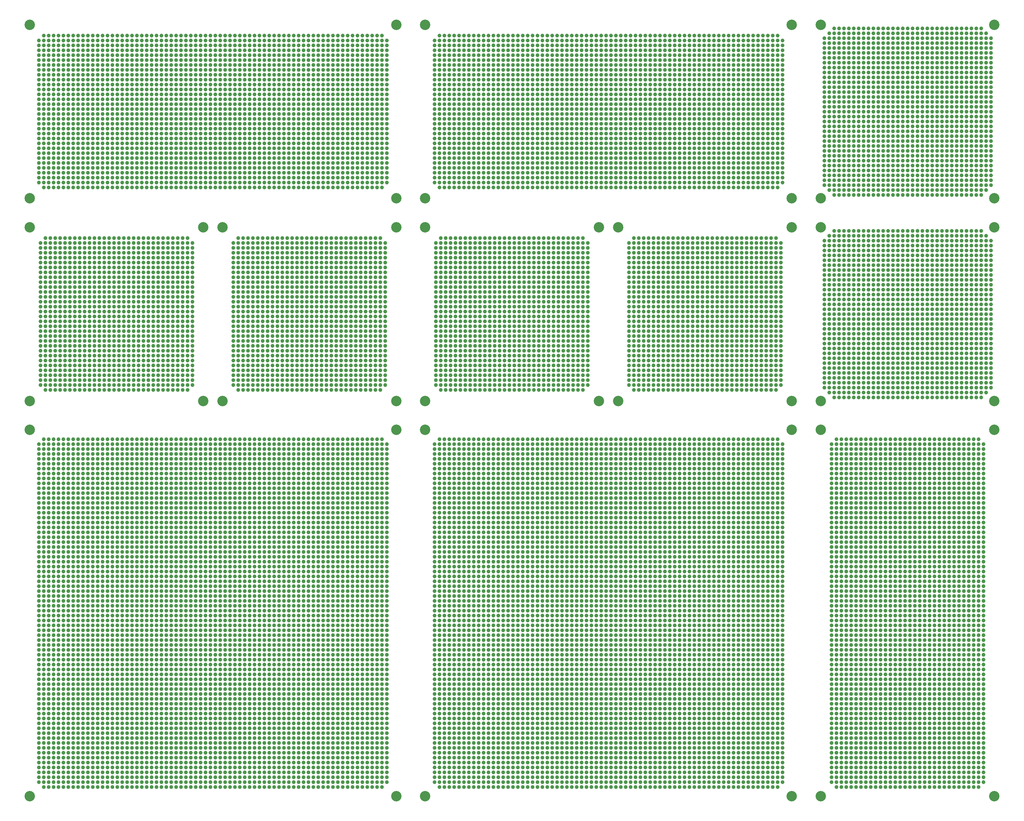
<source format=gbr>
%TF.GenerationSoftware,KiCad,Pcbnew,7.0.7*%
%TF.CreationDate,2023-10-11T17:25:23+01:00*%
%TF.ProjectId,Ru-PerfBoard,52752d50-6572-4664-926f-6172642e6b69,rev?*%
%TF.SameCoordinates,Original*%
%TF.FileFunction,Soldermask,Bot*%
%TF.FilePolarity,Negative*%
%FSLAX46Y46*%
G04 Gerber Fmt 4.6, Leading zero omitted, Abs format (unit mm)*
G04 Created by KiCad (PCBNEW 7.0.7) date 2023-10-11 17:25:23*
%MOMM*%
%LPD*%
G01*
G04 APERTURE LIST*
%ADD10C,1.000000*%
%ADD11C,2.700000*%
G04 APERTURE END LIST*
D10*
%TO.C,REF\u002A\u002A8710*%
X188765001Y-172935000D03*
%TD*%
%TO.C,REF\u002A\u002A7298*%
X121825000Y-147535000D03*
%TD*%
%TO.C,REF\u002A\u002A6915*%
X195115000Y-141185001D03*
%TD*%
%TO.C,REF\u002A\u002A1194*%
X235755000Y-55635000D03*
%TD*%
%TO.C,REF\u002A\u002A5140*%
X100635000Y-91625000D03*
%TD*%
%TO.C,REF\u002A\u002A4534*%
X318335000Y-227545000D03*
%TD*%
%TO.C,REF\u002A\u002A6849*%
X100235000Y-139915000D03*
%TD*%
%TO.C,REF\u002A\u002A8110*%
X147225000Y-161505000D03*
%TD*%
%TO.C,REF\u002A\u002A7400*%
X262425001Y-148805000D03*
%TD*%
%TO.C,REF\u002A\u002A9701*%
X156115000Y-189445000D03*
%TD*%
%TO.C,REF\u002A\u002A7042*%
X162465000Y-142455000D03*
%TD*%
%TO.C,REF\u002A\u002A2217*%
X152305000Y-73415000D03*
%TD*%
%TO.C,REF\u002A\u002A3484*%
X285315000Y-186905000D03*
%TD*%
%TO.C,REF\u002A\u002A9866*%
X193845000Y-193255001D03*
%TD*%
%TO.C,REF\u002A\u002A6719*%
X301190000Y-72780000D03*
%TD*%
%TO.C,REF\u002A\u002A7817*%
X140875000Y-156425000D03*
%TD*%
%TO.C,REF\u002A\u002A6099*%
X313890000Y-49920000D03*
%TD*%
%TO.C,REF\u002A\u002A11140*%
X257345000Y-214845000D03*
%TD*%
%TO.C,REF\u002A\u002A5348*%
X206945001Y-97975000D03*
%TD*%
%TO.C,REF\u002A\u002A1812*%
X95155000Y-67065000D03*
%TD*%
%TO.C,REF\u002A\u002A8452*%
X226865001Y-167855000D03*
%TD*%
%TO.C,REF\u002A\u002A2145*%
X254805000Y-72145000D03*
%TD*%
%TO.C,REF\u002A\u002A9776*%
X159925000Y-190715000D03*
%TD*%
%TO.C,REF\u002A\u002A6404*%
X301190000Y-61350000D03*
%TD*%
%TO.C,REF\u002A\u002A592*%
X202735000Y-45475000D03*
%TD*%
%TO.C,REF\u002A\u002A4612*%
X130315000Y-111945000D03*
%TD*%
%TO.C,REF\u002A\u002A11994*%
X244645000Y-230085000D03*
%TD*%
%TO.C,REF\u002A\u002A304*%
X100235000Y-40395000D03*
%TD*%
%TO.C,REF\u002A\u002A9638*%
X167545000Y-188175000D03*
%TD*%
%TO.C,REF\u002A\u002A6917*%
X197655000Y-141185001D03*
%TD*%
%TO.C,REF\u002A\u002A4722*%
X84125000Y-94165000D03*
%TD*%
%TO.C,REF\u002A\u002A6425*%
X283410000Y-115120000D03*
%TD*%
%TO.C,REF\u002A\u002A11359*%
X261155001Y-218655000D03*
%TD*%
%TO.C,REF\u002A\u002A9475*%
X245915000Y-185635001D03*
%TD*%
D11*
%TO.C,H6*%
X327500000Y-137500000D03*
%TD*%
D10*
%TO.C,REF\u002A\u002A9537*%
X233215000Y-186905001D03*
%TD*%
%TO.C,REF\u002A\u002A451*%
X206545000Y-42935000D03*
%TD*%
%TO.C,REF\u002A\u002A6166*%
X310080000Y-52460000D03*
%TD*%
%TO.C,REF\u002A\u002A5226*%
X199325000Y-103054999D03*
%TD*%
%TO.C,REF\u002A\u002A1052*%
X135795000Y-53095000D03*
%TD*%
%TO.C,REF\u002A\u002A4525*%
X306905000Y-227545000D03*
%TD*%
%TO.C,REF\u002A\u002A11243*%
X205275000Y-217385000D03*
%TD*%
%TO.C,REF\u002A\u002A1858*%
X256075000Y-67065000D03*
%TD*%
%TO.C,REF\u002A\u002A7563*%
X92615000Y-152615000D03*
%TD*%
%TO.C,REF\u002A\u002A9079*%
X200195001Y-179285002D03*
%TD*%
%TO.C,REF\u002A\u002A9283*%
X184955000Y-183095000D03*
%TD*%
%TO.C,REF\u002A\u002A9789*%
X84995000Y-191985000D03*
%TD*%
%TO.C,REF\u002A\u002A2615*%
X319605000Y-151345000D03*
%TD*%
%TO.C,REF\u002A\u002A5350*%
X204405000Y-97974999D03*
%TD*%
%TO.C,REF\u002A\u002A11011*%
X184955000Y-213575001D03*
%TD*%
%TO.C,REF\u002A\u002A885*%
X106585000Y-50555000D03*
%TD*%
%TO.C,REF\u002A\u002A9829*%
X238295000Y-191985001D03*
%TD*%
%TO.C,REF\u002A\u002A1471*%
X221785000Y-60715000D03*
%TD*%
%TO.C,REF\u002A\u002A10367*%
X87535000Y-202145000D03*
%TD*%
%TO.C,REF\u002A\u002A740*%
X207815000Y-48015000D03*
%TD*%
%TO.C,REF\u002A\u002A11797*%
X166275000Y-226275000D03*
%TD*%
%TO.C,REF\u002A\u002A9236*%
X216705001Y-181825001D03*
%TD*%
%TO.C,REF\u002A\u002A5719*%
X320240000Y-88450000D03*
%TD*%
%TO.C,REF\u002A\u002A2049*%
X224325000Y-70875000D03*
%TD*%
%TO.C,REF\u002A\u002A6483*%
X312620000Y-63890000D03*
%TD*%
%TO.C,REF\u002A\u002A902*%
X128175000Y-50555000D03*
%TD*%
%TO.C,REF\u002A\u002A3629*%
X306905000Y-191985000D03*
%TD*%
%TO.C,REF\u002A\u002A5157*%
X101905000Y-110675000D03*
%TD*%
%TO.C,REF\u002A\u002A5361*%
X159525000Y-95435000D03*
%TD*%
%TO.C,REF\u002A\u002A10335*%
X138335000Y-200875000D03*
%TD*%
%TO.C,REF\u002A\u002A1712*%
X253535000Y-64525000D03*
%TD*%
%TO.C,REF\u002A\u002A3424*%
X290395000Y-184365000D03*
%TD*%
%TO.C,REF\u002A\u002A7068*%
X206545000Y-143725000D03*
%TD*%
%TO.C,REF\u002A\u002A9143*%
X190035000Y-180555000D03*
%TD*%
%TO.C,REF\u002A\u002A10857*%
X161195000Y-209765000D03*
%TD*%
%TO.C,REF\u002A\u002A6635*%
X283410000Y-70240000D03*
%TD*%
%TO.C,REF\u002A\u002A7855*%
X97695000Y-157695000D03*
%TD*%
%TO.C,REF\u002A\u002A9876*%
X206545000Y-193255000D03*
%TD*%
%TO.C,REF\u002A\u002A548*%
X238295000Y-44205000D03*
%TD*%
%TO.C,REF\u002A\u002A3332*%
X295475000Y-180555000D03*
%TD*%
%TO.C,REF\u002A\u002A6593*%
X318970000Y-120200000D03*
%TD*%
%TO.C,REF\u002A\u002A427*%
X267505000Y-41665000D03*
%TD*%
%TO.C,REF\u002A\u002A7984*%
X170085000Y-158965000D03*
%TD*%
%TO.C,REF\u002A\u002A2253*%
X209085000Y-74685000D03*
%TD*%
%TO.C,REF\u002A\u002A8495*%
X87535000Y-169125000D03*
%TD*%
%TO.C,REF\u002A\u002A7460*%
X144685000Y-150075000D03*
%TD*%
%TO.C,REF\u002A\u002A4645*%
X81585000Y-110675000D03*
%TD*%
D11*
%TO.C,H1*%
X77500000Y-32500000D03*
%TD*%
D10*
%TO.C,REF\u002A\u002A4788*%
X86665000Y-91625000D03*
%TD*%
%TO.C,REF\u002A\u002A6760*%
X308810000Y-74050000D03*
%TD*%
%TO.C,REF\u002A\u002A11180*%
X114205000Y-216115000D03*
%TD*%
%TO.C,REF\u002A\u002A4830*%
X214565000Y-118295000D03*
%TD*%
%TO.C,REF\u002A\u002A6544*%
X301190000Y-118930000D03*
%TD*%
%TO.C,REF\u002A\u002A189*%
X239565000Y-37855000D03*
%TD*%
%TO.C,REF\u002A\u002A7842*%
X81185000Y-157695000D03*
%TD*%
%TO.C,REF\u002A\u002A6167*%
X311350000Y-52460000D03*
%TD*%
%TO.C,REF\u002A\u002A11568*%
X252265000Y-222465000D03*
%TD*%
%TO.C,REF\u002A\u002A1754*%
X112935000Y-65795000D03*
%TD*%
%TO.C,REF\u002A\u002A5611*%
X119685000Y-103055000D03*
%TD*%
D11*
%TO.C,H7*%
X327500000Y-32500000D03*
%TD*%
D10*
%TO.C,REF\u002A\u002A8846*%
X270045000Y-174205001D03*
%TD*%
%TO.C,REF\u002A\u002A904*%
X130715000Y-50555000D03*
%TD*%
%TO.C,REF\u002A\u002A5248*%
X212025000Y-101785000D03*
%TD*%
%TO.C,REF\u002A\u002A8718*%
X96425000Y-172935000D03*
%TD*%
%TO.C,REF\u002A\u002A5594*%
X169685000Y-124645000D03*
%TD*%
%TO.C,REF\u002A\u002A9049*%
X151035000Y-178015000D03*
%TD*%
%TO.C,REF\u002A\u002A5619*%
X267105001Y-127185000D03*
%TD*%
%TO.C,REF\u002A\u002A4759*%
X182815000Y-122105001D03*
%TD*%
%TO.C,REF\u002A\u002A11128*%
X242105000Y-214845001D03*
%TD*%
%TO.C,REF\u002A\u002A10974*%
X229405000Y-212305001D03*
%TD*%
%TO.C,REF\u002A\u002A6193*%
X299920000Y-106230000D03*
%TD*%
%TO.C,REF\u002A\u002A4721*%
X84125000Y-95435000D03*
%TD*%
%TO.C,REF\u002A\u002A5231*%
X262025000Y-111945001D03*
%TD*%
%TO.C,REF\u002A\u002A9085*%
X207815000Y-179285000D03*
%TD*%
%TO.C,REF\u002A\u002A7932*%
X104045000Y-158965000D03*
%TD*%
%TO.C,REF\u002A\u002A1697*%
X234485000Y-64525000D03*
%TD*%
%TO.C,REF\u002A\u002A6530*%
X283410000Y-66430000D03*
%TD*%
%TO.C,REF\u002A\u002A10157*%
X197655000Y-198335000D03*
%TD*%
%TO.C,REF\u002A\u002A5126*%
X204405000Y-106865000D03*
%TD*%
%TO.C,REF\u002A\u002A4602*%
X323415000Y-230085000D03*
%TD*%
%TO.C,REF\u002A\u002A8772*%
X267505001Y-172935000D03*
%TD*%
%TO.C,REF\u002A\u002A6459*%
X326590000Y-115120000D03*
%TD*%
%TO.C,REF\u002A\u002A4980*%
X144285000Y-91625000D03*
%TD*%
%TO.C,REF\u002A\u002A2922*%
X303095000Y-164045000D03*
%TD*%
%TO.C,REF\u002A\u002A4659*%
X267105000Y-89085000D03*
%TD*%
%TO.C,REF\u002A\u002A602*%
X112935000Y-45475000D03*
%TD*%
%TO.C,REF\u002A\u002A11767*%
X230675000Y-226275001D03*
%TD*%
%TO.C,REF\u002A\u002A11142*%
X259885000Y-214845000D03*
%TD*%
%TO.C,REF\u002A\u002A402*%
X235755000Y-41665000D03*
%TD*%
%TO.C,REF\u002A\u002A9610*%
X131985000Y-188175000D03*
%TD*%
%TO.C,REF\u002A\u002A2023*%
X88805000Y-70875000D03*
%TD*%
%TO.C,REF\u002A\u002A10539*%
X123095000Y-204685000D03*
%TD*%
%TO.C,REF\u002A\u002A9835*%
X245915000Y-191985001D03*
%TD*%
%TO.C,REF\u002A\u002A6740*%
X283410000Y-126550000D03*
%TD*%
%TO.C,REF\u002A\u002A7598*%
X239565001Y-152615001D03*
%TD*%
%TO.C,REF\u002A\u002A10919*%
X250995000Y-211035000D03*
%TD*%
%TO.C,REF\u002A\u002A8154*%
X111665000Y-162775000D03*
%TD*%
%TO.C,REF\u002A\u002A6628*%
X318970000Y-121470000D03*
%TD*%
%TO.C,REF\u002A\u002A5426*%
X162065000Y-94165000D03*
%TD*%
%TO.C,REF\u002A\u002A965*%
X116745000Y-51825000D03*
%TD*%
%TO.C,REF\u002A\u002A9459*%
X225595000Y-185635001D03*
%TD*%
%TO.C,REF\u002A\u002A9102*%
X229405000Y-179285001D03*
%TD*%
%TO.C,REF\u002A\u002A2263*%
X119285000Y-74685000D03*
%TD*%
%TO.C,REF\u002A\u002A4907*%
X141745000Y-103055000D03*
%TD*%
%TO.C,REF\u002A\u002A7503*%
X210355001Y-151345000D03*
%TD*%
%TO.C,REF\u002A\u002A7769*%
X79915000Y-156425000D03*
%TD*%
%TO.C,REF\u002A\u002A6499*%
X288490000Y-65160000D03*
%TD*%
%TO.C,REF\u002A\u002A3233*%
X291665000Y-176745000D03*
%TD*%
%TO.C,REF\u002A\u002A2289*%
X254805000Y-74685000D03*
%TD*%
%TO.C,REF\u002A\u002A1952*%
X192575000Y-69605000D03*
%TD*%
%TO.C,REF\u002A\u002A1051*%
X134525000Y-53095000D03*
%TD*%
%TO.C,REF\u002A\u002A655*%
X191305000Y-46745000D03*
%TD*%
%TO.C,REF\u002A\u002A4642*%
X245515001Y-89085000D03*
%TD*%
%TO.C,REF\u002A\u002A5250*%
X155715000Y-114485000D03*
%TD*%
%TO.C,REF\u002A\u002A7829*%
X156115000Y-156425000D03*
%TD*%
%TO.C,REF\u002A\u002A10563*%
X256075001Y-204685001D03*
%TD*%
%TO.C,REF\u002A\u002A10905*%
X233215001Y-211035000D03*
%TD*%
%TO.C,REF\u002A\u002A11133*%
X248455000Y-214845001D03*
%TD*%
%TO.C,REF\u002A\u002A1649*%
X162465000Y-63255000D03*
%TD*%
%TO.C,REF\u002A\u002A718*%
X168815000Y-46745000D03*
%TD*%
%TO.C,REF\u002A\u002A3908*%
X295475000Y-203415000D03*
%TD*%
%TO.C,REF\u002A\u002A4915*%
X187895000Y-115755000D03*
%TD*%
%TO.C,REF\u002A\u002A8456*%
X129445000Y-167855000D03*
%TD*%
%TO.C,REF\u002A\u002A2116*%
X115475000Y-72145000D03*
%TD*%
%TO.C,REF\u002A\u002A5126*%
X250595000Y-108135000D03*
%TD*%
%TO.C,REF\u002A\u002A6277*%
X317700000Y-108770000D03*
%TD*%
%TO.C,REF\u002A\u002A7162*%
X131985000Y-144995000D03*
%TD*%
%TO.C,REF\u002A\u002A5925*%
X315160000Y-96070000D03*
%TD*%
%TO.C,REF\u002A\u002A9898*%
X234485000Y-193255001D03*
%TD*%
%TO.C,REF\u002A\u002A8484*%
X267505000Y-167855000D03*
%TD*%
%TO.C,REF\u002A\u002A4835*%
X208215000Y-118295000D03*
%TD*%
%TO.C,REF\u002A\u002A7021*%
X238295000Y-142455000D03*
%TD*%
%TO.C,REF\u002A\u002A10607*%
X220515000Y-205955000D03*
%TD*%
%TO.C,REF\u002A\u002A379*%
X104045000Y-41665000D03*
%TD*%
%TO.C,REF\u002A\u002A5718*%
X318970000Y-35950000D03*
%TD*%
%TO.C,REF\u002A\u002A5399*%
X160795000Y-87815000D03*
%TD*%
%TO.C,REF\u002A\u002A6033*%
X318970000Y-47380000D03*
%TD*%
%TO.C,REF\u002A\u002A2986*%
X303095000Y-166585000D03*
%TD*%
%TO.C,REF\u002A\u002A2817*%
X291665000Y-160235000D03*
%TD*%
%TO.C,REF\u002A\u002A11075*%
X163735000Y-213575000D03*
%TD*%
%TO.C,REF\u002A\u002A2071*%
X149765000Y-70875000D03*
%TD*%
%TO.C,REF\u002A\u002A5597*%
X239165000Y-127185000D03*
%TD*%
%TO.C,REF\u002A\u002A7781*%
X95155000Y-156425000D03*
%TD*%
%TO.C,REF\u002A\u002A7350*%
X198925000Y-148805000D03*
%TD*%
%TO.C,REF\u002A\u002A3579*%
X324685000Y-189445000D03*
%TD*%
%TO.C,REF\u002A\u002A1769*%
X131985000Y-65795000D03*
%TD*%
%TO.C,REF\u002A\u002A4648*%
X131585000Y-106865000D03*
%TD*%
%TO.C,REF\u002A\u002A8544*%
X149765000Y-169125000D03*
%TD*%
%TO.C,REF\u002A\u002A651*%
X186225000Y-46745000D03*
%TD*%
%TO.C,REF\u002A\u002A10627*%
X143415000Y-205955000D03*
%TD*%
%TO.C,REF\u002A\u002A10484*%
X144685000Y-203415000D03*
%TD*%
%TO.C,REF\u002A\u002A5723*%
X325320000Y-35950000D03*
%TD*%
%TO.C,REF\u002A\u002A5033*%
X200595001Y-110675000D03*
%TD*%
%TO.C,REF\u002A\u002A11635*%
X143415000Y-223735000D03*
%TD*%
%TO.C,REF\u002A\u002A5748*%
X312620000Y-37220000D03*
%TD*%
%TO.C,REF\u002A\u002A6467*%
X292300000Y-63890000D03*
%TD*%
%TO.C,REF\u002A\u002A8111*%
X148495000Y-161505000D03*
%TD*%
%TO.C,REF\u002A\u002A3029*%
X317065000Y-167855000D03*
%TD*%
%TO.C,REF\u002A\u002A6666*%
X322780000Y-122740000D03*
%TD*%
%TO.C,REF\u002A\u002A6061*%
X310080000Y-101150000D03*
%TD*%
%TO.C,REF\u002A\u002A9306*%
X111665000Y-183095000D03*
%TD*%
%TO.C,REF\u002A\u002A5570*%
X209484999Y-89085000D03*
%TD*%
%TO.C,REF\u002A\u002A9734*%
X106585000Y-190715000D03*
%TD*%
%TO.C,REF\u002A\u002A528*%
X212895000Y-44205000D03*
%TD*%
%TO.C,REF\u002A\u002A5220*%
X154445000Y-111945000D03*
%TD*%
%TO.C,REF\u002A\u002A5283*%
X156985000Y-113215000D03*
%TD*%
%TO.C,REF\u002A\u002A6765*%
X315160000Y-126550000D03*
%TD*%
%TO.C,REF\u002A\u002A4168*%
X300555000Y-213575000D03*
%TD*%
%TO.C,REF\u002A\u002A8484*%
X165005000Y-167855000D03*
%TD*%
%TO.C,REF\u002A\u002A10498*%
X264965000Y-203415000D03*
%TD*%
%TO.C,REF\u002A\u002A1810*%
X92615000Y-67065000D03*
%TD*%
%TO.C,REF\u002A\u002A4825*%
X89205000Y-125915000D03*
%TD*%
%TO.C,REF\u002A\u002A9084*%
X104045000Y-179285000D03*
%TD*%
%TO.C,REF\u002A\u002A11253*%
X217975000Y-217385000D03*
%TD*%
%TO.C,REF\u002A\u002A9204*%
X165005000Y-180555000D03*
%TD*%
%TO.C,REF\u002A\u002A4934*%
X143015000Y-109405000D03*
%TD*%
%TO.C,REF\u002A\u002A5203*%
X187894999Y-104325000D03*
%TD*%
%TO.C,REF\u002A\u002A8753*%
X243375000Y-172935000D03*
%TD*%
%TO.C,REF\u002A\u002A4828*%
X89205000Y-122105000D03*
%TD*%
%TO.C,REF\u002A\u002A6871*%
X128175000Y-139915000D03*
%TD*%
%TO.C,REF\u002A\u002A786*%
X266235000Y-48015000D03*
%TD*%
%TO.C,REF\u002A\u002A3919*%
X309445000Y-203415000D03*
%TD*%
%TO.C,REF\u002A\u002A4833*%
X210755000Y-118295000D03*
%TD*%
%TO.C,REF\u002A\u002A7819*%
X143415000Y-156425000D03*
%TD*%
%TO.C,REF\u002A\u002A5206*%
X184085001Y-104325000D03*
%TD*%
%TO.C,REF\u002A\u002A4968*%
X201865000Y-113215000D03*
%TD*%
%TO.C,REF\u002A\u002A3718*%
X298015000Y-195795000D03*
%TD*%
%TO.C,REF\u002A\u002A834*%
X235755000Y-49285000D03*
%TD*%
%TO.C,REF\u002A\u002A5499*%
X115875000Y-123375000D03*
%TD*%
%TO.C,REF\u002A\u002A5929*%
X320240000Y-96070000D03*
%TD*%
%TO.C,REF\u002A\u002A10200*%
X149765000Y-198335000D03*
%TD*%
%TO.C,REF\u002A\u002A4866*%
X90475000Y-114485000D03*
%TD*%
%TO.C,REF\u002A\u002A8874*%
X214165000Y-175475000D03*
%TD*%
%TO.C,REF\u002A\u002A8416*%
X170085000Y-166585000D03*
%TD*%
%TO.C,REF\u002A\u002A5579*%
X256945000Y-125915000D03*
%TD*%
%TO.C,REF\u002A\u002A376*%
X100235000Y-41665000D03*
%TD*%
%TO.C,REF\u002A\u002A4928*%
X242975000Y-100515000D03*
%TD*%
%TO.C,REF\u002A\u002A5208*%
X104445000Y-127185000D03*
%TD*%
%TO.C,REF\u002A\u002A11818*%
X204005001Y-227545000D03*
%TD*%
%TO.C,REF\u002A\u002A11167*%
X97695000Y-216115000D03*
%TD*%
%TO.C,REF\u002A\u002A4941*%
X143015000Y-100515000D03*
%TD*%
%TO.C,REF\u002A\u002A8203*%
X184955000Y-164045001D03*
%TD*%
%TO.C,REF\u002A\u002A7060*%
X93885000Y-143725000D03*
%TD*%
%TO.C,REF\u002A\u002A4845*%
X139205000Y-100515000D03*
%TD*%
%TO.C,REF\u002A\u002A3040*%
X290395000Y-169125000D03*
%TD*%
%TO.C,REF\u002A\u002A8692*%
X257345000Y-171665000D03*
%TD*%
%TO.C,REF\u002A\u002A5571*%
X246785000Y-125915000D03*
%TD*%
%TO.C,REF\u002A\u002A2140*%
X248455000Y-72145000D03*
%TD*%
%TO.C,REF\u002A\u002A8687*%
X148495000Y-171665000D03*
%TD*%
%TO.C,REF\u002A\u002A3009*%
X291665000Y-167855000D03*
%TD*%
%TO.C,REF\u002A\u002A10220*%
X186225001Y-199605000D03*
%TD*%
%TO.C,REF\u002A\u002A6926*%
X106585000Y-141185000D03*
%TD*%
%TO.C,REF\u002A\u002A7116*%
X267505001Y-143725000D03*
%TD*%
%TO.C,REF\u002A\u002A11255*%
X118015000Y-217385000D03*
%TD*%
%TO.C,REF\u002A\u002A2407*%
X299285000Y-143725000D03*
%TD*%
%TO.C,REF\u002A\u002A6583*%
X306270000Y-120200000D03*
%TD*%
%TO.C,REF\u002A\u002A10061*%
X258615000Y-195795001D03*
%TD*%
%TO.C,REF\u002A\u002A5022*%
X240435000Y-104325000D03*
%TD*%
%TO.C,REF\u002A\u002A6967*%
X261155001Y-141185001D03*
%TD*%
%TO.C,REF\u002A\u002A503*%
X170085000Y-42935000D03*
%TD*%
%TO.C,REF\u002A\u002A3422*%
X287855000Y-184365000D03*
%TD*%
%TO.C,REF\u002A\u002A534*%
X220515000Y-44205000D03*
%TD*%
%TO.C,REF\u002A\u002A2268*%
X125635000Y-74685000D03*
%TD*%
%TO.C,REF\u002A\u002A1493*%
X249725000Y-60715000D03*
%TD*%
%TO.C,REF\u002A\u002A1878*%
X190035000Y-68335000D03*
%TD*%
%TO.C,REF\u002A\u002A7796*%
X216705000Y-156425000D03*
%TD*%
%TO.C,REF\u002A\u002A2519*%
X319605000Y-147535000D03*
%TD*%
%TO.C,REF\u002A\u002A11137*%
X151035000Y-214845000D03*
%TD*%
%TO.C,REF\u002A\u002A10509*%
X187495001Y-204685001D03*
%TD*%
%TO.C,REF\u002A\u002A10473*%
X233215000Y-203415001D03*
%TD*%
%TO.C,REF\u002A\u002A4718*%
X194245000Y-123375000D03*
%TD*%
%TO.C,REF\u002A\u002A6889*%
X151035000Y-139915000D03*
%TD*%
%TO.C,REF\u002A\u002A8630*%
X270045000Y-170395001D03*
%TD*%
%TO.C,REF\u002A\u002A9401*%
X140875000Y-184365000D03*
%TD*%
%TO.C,REF\u002A\u002A8444*%
X114205000Y-167855000D03*
%TD*%
%TO.C,REF\u002A\u002A8476*%
X257345000Y-167855001D03*
%TD*%
%TO.C,REF\u002A\u002A3331*%
X294205000Y-180555000D03*
%TD*%
%TO.C,REF\u002A\u002A1026*%
X205275000Y-53095000D03*
%TD*%
%TO.C,REF\u002A\u002A11200*%
X139605000Y-216115000D03*
%TD*%
%TO.C,REF\u002A\u002A5502*%
X240435000Y-123375000D03*
%TD*%
%TO.C,REF\u002A\u002A757*%
X126905000Y-48015000D03*
%TD*%
%TO.C,REF\u002A\u002A7280*%
X201465000Y-147535001D03*
%TD*%
%TO.C,REF\u002A\u002A9944*%
X98965000Y-194525000D03*
%TD*%
%TO.C,REF\u002A\u002A5259*%
X105715000Y-103055000D03*
%TD*%
%TO.C,REF\u002A\u002A11547*%
X123095000Y-222465000D03*
%TD*%
%TO.C,REF\u002A\u002A1615*%
X119285000Y-63255000D03*
%TD*%
%TO.C,REF\u002A\u002A7020*%
X237025001Y-142455000D03*
%TD*%
%TO.C,REF\u002A\u002A7411*%
X184955000Y-150075000D03*
%TD*%
%TO.C,REF\u002A\u002A2382*%
X308175000Y-142455000D03*
%TD*%
%TO.C,REF\u002A\u002A11042*%
X121825000Y-213575000D03*
%TD*%
%TO.C,REF\u002A\u002A889*%
X214165000Y-50555000D03*
%TD*%
%TO.C,REF\u002A\u002A5804*%
X294840000Y-39760000D03*
%TD*%
%TO.C,REF\u002A\u002A9249*%
X233215001Y-181825001D03*
%TD*%
%TO.C,REF\u002A\u002A1161*%
X193845000Y-55635000D03*
%TD*%
%TO.C,REF\u002A\u002A10660*%
X93885000Y-207225000D03*
%TD*%
%TO.C,REF\u002A\u002A5888*%
X312620000Y-42300000D03*
%TD*%
%TO.C,REF\u002A\u002A4986*%
X145555000Y-124645000D03*
%TD*%
%TO.C,REF\u002A\u002A8412*%
X267505001Y-166585000D03*
%TD*%
%TO.C,REF\u002A\u002A6456*%
X322780000Y-62620000D03*
%TD*%
%TO.C,REF\u002A\u002A1973*%
X116745000Y-69605000D03*
%TD*%
%TO.C,REF\u002A\u002A6971*%
X163735000Y-141185000D03*
%TD*%
%TO.C,REF\u002A\u002A7772*%
X83725000Y-156425000D03*
%TD*%
%TO.C,REF\u002A\u002A277*%
X157385000Y-39125000D03*
%TD*%
%TO.C,REF\u002A\u002A5032*%
X146825000Y-106865000D03*
%TD*%
%TO.C,REF\u002A\u002A7672*%
X242105000Y-153885000D03*
%TD*%
%TO.C,REF\u002A\u002A797*%
X86265000Y-49285000D03*
%TD*%
%TO.C,REF\u002A\u002A9874*%
X204005000Y-193255001D03*
%TD*%
%TO.C,REF\u002A\u002A5393*%
X110795000Y-95435000D03*
%TD*%
%TO.C,REF\u002A\u002A8572*%
X93885000Y-170395000D03*
%TD*%
%TO.C,REF\u002A\u002A1109*%
X116745000Y-54365000D03*
%TD*%
%TO.C,REF\u002A\u002A11656*%
X170085000Y-223735000D03*
%TD*%
%TO.C,REF\u002A\u002A2357*%
X317065000Y-141185000D03*
%TD*%
%TO.C,REF\u002A\u002A9820*%
X124365000Y-191985000D03*
%TD*%
%TO.C,REF\u002A\u002A11105*%
X212895000Y-214845001D03*
%TD*%
%TO.C,REF\u002A\u002A10074*%
X81185000Y-197065000D03*
%TD*%
%TO.C,REF\u002A\u002A10160*%
X201465000Y-198335000D03*
%TD*%
%TO.C,REF\u002A\u002A5172*%
X268375000Y-109405000D03*
%TD*%
%TO.C,REF\u002A\u002A11040*%
X119285000Y-213575000D03*
%TD*%
%TO.C,REF\u002A\u002A7207*%
X97695000Y-146265000D03*
%TD*%
%TO.C,REF\u002A\u002A10566*%
X157385000Y-204685000D03*
%TD*%
%TO.C,REF\u002A\u002A5863*%
X325320000Y-93530000D03*
%TD*%
%TO.C,REF\u002A\u002A8992*%
X272585000Y-176745000D03*
%TD*%
%TO.C,REF\u002A\u002A4148*%
X315795000Y-212305000D03*
%TD*%
%TO.C,REF\u002A\u002A1468*%
X115475000Y-60715000D03*
%TD*%
%TO.C,REF\u002A\u002A4744*%
X253135000Y-92895000D03*
%TD*%
%TO.C,REF\u002A\u002A1761*%
X121825000Y-65795000D03*
%TD*%
%TO.C,REF\u002A\u002A1173*%
X209085000Y-55635000D03*
%TD*%
%TO.C,REF\u002A\u002A6761*%
X310080000Y-126550000D03*
%TD*%
%TO.C,REF\u002A\u002A7702*%
X188765000Y-155155000D03*
%TD*%
%TO.C,REF\u002A\u002A689*%
X234485000Y-46745000D03*
%TD*%
%TO.C,REF\u002A\u002A3120*%
X310715000Y-171665000D03*
%TD*%
%TO.C,REF\u002A\u002A5760*%
X283410000Y-38490000D03*
%TD*%
%TO.C,REF\u002A\u002A2247*%
X98965000Y-74685000D03*
%TD*%
%TO.C,REF\u002A\u002A5200*%
X191705000Y-104325000D03*
%TD*%
%TO.C,REF\u002A\u002A8211*%
X92615000Y-164045000D03*
%TD*%
%TO.C,REF\u002A\u002A7138*%
X204005001Y-144995000D03*
%TD*%
%TO.C,REF\u002A\u002A9000*%
X88805000Y-178015000D03*
%TD*%
%TO.C,REF\u002A\u002A4611*%
X208215000Y-127185000D03*
%TD*%
%TO.C,REF\u002A\u002A6964*%
X257345000Y-141185001D03*
%TD*%
%TO.C,REF\u002A\u002A7962*%
X244645000Y-158965001D03*
%TD*%
%TO.C,REF\u002A\u002A2947*%
X294205000Y-165315000D03*
%TD*%
%TO.C,REF\u002A\u002A158*%
X97695000Y-37855000D03*
%TD*%
%TO.C,REF\u002A\u002A5134*%
X100635000Y-99245000D03*
%TD*%
%TO.C,REF\u002A\u002A10809*%
X100235000Y-209765000D03*
%TD*%
%TO.C,REF\u002A\u002A4248*%
X320875000Y-216115000D03*
%TD*%
%TO.C,REF\u002A\u002A10669*%
X207815000Y-207225001D03*
%TD*%
%TO.C,REF\u002A\u002A4636*%
X237895000Y-89085000D03*
%TD*%
%TO.C,REF\u002A\u002A5621*%
X169685000Y-90355000D03*
%TD*%
%TO.C,REF\u002A\u002A9917*%
X156115000Y-193255000D03*
%TD*%
%TO.C,REF\u002A\u002A5658*%
X287220000Y-87180000D03*
%TD*%
%TO.C,REF\u002A\u002A7481*%
X182415000Y-151345000D03*
%TD*%
%TO.C,REF\u002A\u002A5434*%
X235355000Y-120835000D03*
%TD*%
%TO.C,REF\u002A\u002A6787*%
X298650000Y-127820000D03*
%TD*%
%TO.C,REF\u002A\u002A7532*%
X144685000Y-151345000D03*
%TD*%
%TO.C,REF\u002A\u002A3222*%
X318335000Y-175475000D03*
%TD*%
%TO.C,REF\u002A\u002A5554*%
X189165000Y-90355000D03*
%TD*%
%TO.C,REF\u002A\u002A5572*%
X168415000Y-111945000D03*
%TD*%
%TO.C,REF\u002A\u002A11931*%
X153575000Y-228815000D03*
%TD*%
%TO.C,REF\u002A\u002A1345*%
X244645000Y-58175000D03*
%TD*%
D11*
%TO.C,H1*%
X172500000Y-32500000D03*
%TD*%
D10*
%TO.C,REF\u002A\u002A435*%
X83725000Y-42935000D03*
%TD*%
%TO.C,REF\u002A\u002A4833*%
X89205000Y-115755000D03*
%TD*%
%TO.C,REF\u002A\u002A7654*%
X219245000Y-153885000D03*
%TD*%
%TO.C,REF\u002A\u002A2005*%
X157385000Y-69605000D03*
%TD*%
%TO.C,REF\u002A\u002A7098*%
X142145000Y-143725000D03*
%TD*%
%TO.C,REF\u002A\u002A2075*%
X257345000Y-70875000D03*
%TD*%
%TO.C,REF\u002A\u002A902*%
X230675000Y-50555000D03*
%TD*%
%TO.C,REF\u002A\u002A3921*%
X311985000Y-203415000D03*
%TD*%
%TO.C,REF\u002A\u002A883*%
X206545000Y-50555000D03*
%TD*%
%TO.C,REF\u002A\u002A6838*%
X318970000Y-129090000D03*
%TD*%
%TO.C,REF\u002A\u002A6652*%
X305000000Y-70240000D03*
%TD*%
%TO.C,REF\u002A\u002A8316*%
X134525000Y-165315000D03*
%TD*%
%TO.C,REF\u002A\u002A1207*%
X252265000Y-55635000D03*
%TD*%
%TO.C,REF\u002A\u002A5992*%
X311350000Y-98610000D03*
%TD*%
%TO.C,REF\u002A\u002A3041*%
X291665000Y-169125000D03*
%TD*%
%TO.C,REF\u002A\u002A6576*%
X297380000Y-120200000D03*
%TD*%
%TO.C,REF\u002A\u002A1143*%
X159925000Y-54365000D03*
%TD*%
%TO.C,REF\u002A\u002A11188*%
X226865000Y-216115000D03*
%TD*%
%TO.C,REF\u002A\u002A9317*%
X228135001Y-183095000D03*
%TD*%
%TO.C,REF\u002A\u002A1880*%
X192575000Y-68335000D03*
%TD*%
%TO.C,REF\u002A\u002A6998*%
X106585000Y-142455000D03*
%TD*%
%TO.C,REF\u002A\u002A5381*%
X205675000Y-96705000D03*
%TD*%
%TO.C,REF\u002A\u002A4325*%
X296745000Y-219925000D03*
%TD*%
%TO.C,REF\u002A\u002A8184*%
X252265000Y-162775001D03*
%TD*%
%TO.C,REF\u002A\u002A6448*%
X312620000Y-115120000D03*
%TD*%
%TO.C,REF\u002A\u002A6175*%
X321510000Y-52460000D03*
%TD*%
%TO.C,REF\u002A\u002A9700*%
X154845000Y-189445000D03*
%TD*%
%TO.C,REF\u002A\u002A1568*%
X151035000Y-61985000D03*
%TD*%
%TO.C,REF\u002A\u002A614*%
X128175000Y-45475000D03*
%TD*%
%TO.C,REF\u002A\u002A11559*%
X240835000Y-222465000D03*
%TD*%
%TO.C,REF\u002A\u002A3111*%
X299285000Y-171665000D03*
%TD*%
%TO.C,REF\u002A\u002A11134*%
X147225000Y-214845000D03*
%TD*%
%TO.C,REF\u002A\u002A4352*%
X290395000Y-221195000D03*
%TD*%
%TO.C,REF\u002A\u002A10406*%
X137065000Y-202145000D03*
%TD*%
%TO.C,REF\u002A\u002A10883*%
X205275000Y-211035000D03*
%TD*%
%TO.C,REF\u002A\u002A1946*%
X82455000Y-69605000D03*
%TD*%
%TO.C,REF\u002A\u002A2367*%
X289125000Y-142455000D03*
%TD*%
%TO.C,REF\u002A\u002A4718*%
X84125000Y-99245000D03*
%TD*%
%TO.C,REF\u002A\u002A8475*%
X153575000Y-167855000D03*
%TD*%
%TO.C,REF\u002A\u002A3910*%
X298015000Y-203415000D03*
%TD*%
%TO.C,REF\u002A\u002A2655*%
X289125000Y-153885000D03*
%TD*%
%TO.C,REF\u002A\u002A10885*%
X207815000Y-211035000D03*
%TD*%
%TO.C,REF\u002A\u002A6790*%
X302460000Y-75320000D03*
%TD*%
%TO.C,REF\u002A\u002A4812*%
X87935000Y-101785000D03*
%TD*%
%TO.C,REF\u002A\u002A5029*%
X205675000Y-110675000D03*
%TD*%
%TO.C,REF\u002A\u002A11163*%
X195115000Y-216115000D03*
%TD*%
%TO.C,REF\u002A\u002A4959*%
X213295000Y-113215000D03*
%TD*%
%TO.C,REF\u002A\u002A3030*%
X318335000Y-167855000D03*
%TD*%
%TO.C,REF\u002A\u002A8622*%
X259885000Y-170395001D03*
%TD*%
%TO.C,REF\u002A\u002A877*%
X198925000Y-50555000D03*
%TD*%
%TO.C,REF\u002A\u002A3344*%
X310715000Y-180555000D03*
%TD*%
%TO.C,REF\u002A\u002A3618*%
X292935000Y-191985000D03*
%TD*%
%TO.C,REF\u002A\u002A808*%
X100235000Y-49285000D03*
%TD*%
%TO.C,REF\u002A\u002A5139*%
X100635000Y-92895000D03*
%TD*%
%TO.C,REF\u002A\u002A11771*%
X133255000Y-226275000D03*
%TD*%
%TO.C,REF\u002A\u002A10729*%
X192575000Y-208495001D03*
%TD*%
%TO.C,REF\u002A\u002A10728*%
X88805000Y-208495000D03*
%TD*%
%TO.C,REF\u002A\u002A10079*%
X190035000Y-197065000D03*
%TD*%
%TO.C,REF\u002A\u002A4479*%
X289125000Y-226275000D03*
%TD*%
%TO.C,REF\u002A\u002A8510*%
X209085000Y-169125001D03*
%TD*%
%TO.C,REF\u002A\u002A10793*%
X182415001Y-209765001D03*
%TD*%
%TO.C,REF\u002A\u002A4675*%
X246785000Y-90355000D03*
%TD*%
%TO.C,REF\u002A\u002A3917*%
X306905000Y-203415000D03*
%TD*%
%TO.C,REF\u002A\u002A5543*%
X203135000Y-90355000D03*
%TD*%
%TO.C,REF\u002A\u002A9769*%
X253535000Y-190715001D03*
%TD*%
%TO.C,REF\u002A\u002A10885*%
X105315000Y-211035000D03*
%TD*%
%TO.C,REF\u002A\u002A5327*%
X108255000Y-97975000D03*
%TD*%
%TO.C,REF\u002A\u002A5915*%
X302460000Y-43570000D03*
%TD*%
%TO.C,REF\u002A\u002A8634*%
X81185000Y-171665000D03*
%TD*%
%TO.C,REF\u002A\u002A8813*%
X125635000Y-174205000D03*
%TD*%
%TO.C,REF\u002A\u002A374*%
X97695000Y-41665000D03*
%TD*%
%TO.C,REF\u002A\u002A6636*%
X284680000Y-122740000D03*
%TD*%
%TO.C,REF\u002A\u002A8412*%
X165005000Y-166585000D03*
%TD*%
%TO.C,REF\u002A\u002A2734*%
X308175000Y-156425000D03*
%TD*%
%TO.C,REF\u002A\u002A4098*%
X292935000Y-211035000D03*
%TD*%
%TO.C,REF\u002A\u002A4696*%
X134125000Y-127185000D03*
%TD*%
%TO.C,REF\u002A\u002A1801*%
X183685000Y-67065000D03*
%TD*%
%TO.C,REF\u002A\u002A8024*%
X231945001Y-160235000D03*
%TD*%
%TO.C,REF\u002A\u002A1339*%
X134525000Y-58175000D03*
%TD*%
%TO.C,REF\u002A\u002A9087*%
X210355000Y-179285000D03*
%TD*%
%TO.C,REF\u002A\u002A9196*%
X257345000Y-180555001D03*
%TD*%
%TO.C,REF\u002A\u002A4272*%
X310715000Y-217385000D03*
%TD*%
%TO.C,REF\u002A\u002A1306*%
X195115000Y-58175000D03*
%TD*%
%TO.C,REF\u002A\u002A6758*%
X306270000Y-126550000D03*
%TD*%
%TO.C,REF\u002A\u002A1098*%
X205275000Y-54365000D03*
%TD*%
%TO.C,REF\u002A\u002A5585*%
X190435000Y-89085000D03*
%TD*%
%TO.C,REF\u002A\u002A9036*%
X237025001Y-178015000D03*
%TD*%
%TO.C,REF\u002A\u002A8504*%
X201465000Y-169125000D03*
%TD*%
%TO.C,REF\u002A\u002A8794*%
X101505000Y-174205000D03*
%TD*%
%TO.C,REF\u002A\u002A5779*%
X307540000Y-90990000D03*
%TD*%
%TO.C,REF\u002A\u002A10155*%
X92615000Y-198335000D03*
%TD*%
%TO.C,REF\u002A\u002A1824*%
X212895000Y-67065000D03*
%TD*%
%TO.C,REF\u002A\u002A2131*%
X237025000Y-72145000D03*
%TD*%
%TO.C,REF\u002A\u002A8636*%
X186225000Y-171665000D03*
%TD*%
%TO.C,REF\u002A\u002A5883*%
X306270000Y-42300000D03*
%TD*%
%TO.C,REF\u002A\u002A8564*%
X186225000Y-170395000D03*
%TD*%
%TO.C,REF\u002A\u002A5197*%
X153175000Y-100515000D03*
%TD*%
%TO.C,REF\u002A\u002A3769*%
X322145000Y-197065000D03*
%TD*%
%TO.C,REF\u002A\u002A1779*%
X144685000Y-65795000D03*
%TD*%
%TO.C,REF\u002A\u002A6898*%
X264965000Y-139915001D03*
%TD*%
%TO.C,REF\u002A\u002A3780*%
X295475000Y-198335000D03*
%TD*%
%TO.C,REF\u002A\u002A10667*%
X205275000Y-207225000D03*
%TD*%
%TO.C,REF\u002A\u002A8453*%
X228135000Y-167855000D03*
%TD*%
%TO.C,REF\u002A\u002A8561*%
X79915000Y-170395000D03*
%TD*%
%TO.C,REF\u002A\u002A6047*%
X292300000Y-48650000D03*
%TD*%
%TO.C,REF\u002A\u002A1067*%
X154845000Y-53095000D03*
%TD*%
%TO.C,REF\u002A\u002A4699*%
X134125000Y-123375000D03*
%TD*%
%TO.C,REF\u002A\u002A31*%
X221785000Y-35315000D03*
%TD*%
%TO.C,REF\u002A\u002A1324*%
X217975000Y-58175000D03*
%TD*%
%TO.C,REF\u002A\u002A10062*%
X157385000Y-195795000D03*
%TD*%
%TO.C,REF\u002A\u002A6722*%
X305000000Y-125280000D03*
%TD*%
%TO.C,REF\u002A\u002A7843*%
X82455000Y-157695000D03*
%TD*%
%TO.C,REF\u002A\u002A7434*%
X214165000Y-150075000D03*
%TD*%
%TO.C,REF\u002A\u002A2377*%
X301825000Y-142455000D03*
%TD*%
%TO.C,REF\u002A\u002A3371*%
X304365000Y-181825000D03*
%TD*%
%TO.C,REF\u002A\u002A11895*%
X107855000Y-228815000D03*
%TD*%
%TO.C,REF\u002A\u002A5225*%
X154445000Y-105595000D03*
%TD*%
%TO.C,REF\u002A\u002A7623*%
X168815000Y-152615000D03*
%TD*%
%TO.C,REF\u002A\u002A2557*%
X286585000Y-150075000D03*
%TD*%
%TO.C,REF\u002A\u002A8241*%
X233215000Y-164045001D03*
%TD*%
%TO.C,REF\u002A\u002A5085*%
X239165000Y-106865000D03*
%TD*%
%TO.C,REF\u002A\u002A1180*%
X217975000Y-55635000D03*
%TD*%
%TO.C,REF\u002A\u002A10064*%
X262425000Y-195795000D03*
%TD*%
%TO.C,REF\u002A\u002A10946*%
X193845000Y-212305000D03*
%TD*%
%TO.C,REF\u002A\u002A1643*%
X257345000Y-63255000D03*
%TD*%
%TO.C,REF\u002A\u002A5474*%
X114605000Y-114485000D03*
%TD*%
%TO.C,REF\u002A\u002A10543*%
X230675000Y-204685000D03*
%TD*%
%TO.C,REF\u002A\u002A11306*%
X91345000Y-218655000D03*
%TD*%
%TO.C,REF\u002A\u002A9062*%
X167545000Y-178015000D03*
%TD*%
%TO.C,REF\u002A\u002A52*%
X248455000Y-35315000D03*
%TD*%
%TO.C,REF\u002A\u002A6478*%
X306270000Y-63890000D03*
%TD*%
%TO.C,REF\u002A\u002A10294*%
X188765000Y-200875000D03*
%TD*%
%TO.C,REF\u002A\u002A5122*%
X150635000Y-114485000D03*
%TD*%
%TO.C,REF\u002A\u002A4459*%
X304365000Y-225005000D03*
%TD*%
%TO.C,REF\u002A\u002A2920*%
X300555000Y-164045000D03*
%TD*%
%TO.C,REF\u002A\u002A9433*%
X90075000Y-185635000D03*
%TD*%
%TO.C,REF\u002A\u002A4607*%
X241705000Y-87815000D03*
%TD*%
%TO.C,REF\u002A\u002A1088*%
X90075000Y-54365000D03*
%TD*%
%TO.C,REF\u002A\u002A11650*%
X162465000Y-223735000D03*
%TD*%
%TO.C,REF\u002A\u002A11076*%
X165005000Y-213575000D03*
%TD*%
%TO.C,REF\u002A\u002A11947*%
X184955000Y-230085001D03*
%TD*%
%TO.C,REF\u002A\u002A7127*%
X87535000Y-144995000D03*
%TD*%
%TO.C,REF\u002A\u002A5533*%
X239165000Y-124645000D03*
%TD*%
%TO.C,REF\u002A\u002A10989*%
X248455001Y-212305000D03*
%TD*%
%TO.C,REF\u002A\u002A9883*%
X112935000Y-193255000D03*
%TD*%
%TO.C,REF\u002A\u002A9471*%
X138335000Y-185635000D03*
%TD*%
%TO.C,REF\u002A\u002A10190*%
X137065000Y-198335000D03*
%TD*%
%TO.C,REF\u002A\u002A4668*%
X237895000Y-90355000D03*
%TD*%
%TO.C,REF\u002A\u002A692*%
X135795000Y-46745000D03*
%TD*%
%TO.C,REF\u002A\u002A2452*%
X315795000Y-144995000D03*
%TD*%
%TO.C,REF\u002A\u002A5458*%
X189165000Y-94165000D03*
%TD*%
%TO.C,REF\u002A\u002A10919*%
X148495000Y-211035000D03*
%TD*%
%TO.C,REF\u002A\u002A6682*%
X298650000Y-124010000D03*
%TD*%
%TO.C,REF\u002A\u002A11265*%
X233215001Y-217385000D03*
%TD*%
%TO.C,REF\u002A\u002A7097*%
X140875000Y-143725000D03*
%TD*%
%TO.C,REF\u002A\u002A4942*%
X143015000Y-99245000D03*
%TD*%
%TO.C,REF\u002A\u002A5617*%
X264565000Y-127185000D03*
%TD*%
%TO.C,REF\u002A\u002A3407*%
X309445000Y-183095000D03*
%TD*%
%TO.C,REF\u002A\u002A10725*%
X84995000Y-208495000D03*
%TD*%
%TO.C,REF\u002A\u002A4144*%
X310715000Y-212305000D03*
%TD*%
%TO.C,REF\u002A\u002A5464*%
X114605000Y-127185000D03*
%TD*%
%TO.C,REF\u002A\u002A6610*%
X296110000Y-68970000D03*
%TD*%
%TO.C,REF\u002A\u002A1070*%
X158655000Y-53095000D03*
%TD*%
%TO.C,REF\u002A\u002A10947*%
X195115000Y-212305000D03*
%TD*%
%TO.C,REF\u002A\u002A1001*%
X264965000Y-51825000D03*
%TD*%
%TO.C,REF\u002A\u002A5412*%
X206945000Y-95435000D03*
%TD*%
%TO.C,REF\u002A\u002A1487*%
X242105000Y-60715000D03*
%TD*%
%TO.C,REF\u002A\u002A10994*%
X254805001Y-212305000D03*
%TD*%
%TO.C,REF\u002A\u002A8757*%
X145955000Y-172935000D03*
%TD*%
%TO.C,REF\u002A\u002A5611*%
X256945001Y-127185000D03*
%TD*%
%TO.C,REF\u002A\u002A1675*%
X104045000Y-64525000D03*
%TD*%
%TO.C,REF\u002A\u002A4634*%
X219645000Y-125915000D03*
%TD*%
%TO.C,REF\u002A\u002A6759*%
X307540000Y-126550000D03*
%TD*%
%TO.C,REF\u002A\u002A9197*%
X258615000Y-180555000D03*
%TD*%
%TO.C,REF\u002A\u002A4203*%
X304365000Y-214845000D03*
%TD*%
%TO.C,REF\u002A\u002A11540*%
X114205000Y-222465000D03*
%TD*%
%TO.C,REF\u002A\u002A5032*%
X253135000Y-104325000D03*
%TD*%
%TO.C,REF\u002A\u002A8047*%
X158655000Y-160235000D03*
%TD*%
%TO.C,REF\u002A\u002A11955*%
X92615000Y-230085000D03*
%TD*%
%TO.C,REF\u002A\u002A2162*%
X184955000Y-73415000D03*
%TD*%
%TO.C,REF\u002A\u002A7537*%
X151035000Y-151345000D03*
%TD*%
%TO.C,REF\u002A\u002A9511*%
X200195001Y-186905000D03*
%TD*%
%TO.C,REF\u002A\u002A10457*%
X212895000Y-203415000D03*
%TD*%
%TO.C,REF\u002A\u002A5742*%
X305000000Y-89720000D03*
%TD*%
%TO.C,REF\u002A\u002A11521*%
X192575001Y-222465000D03*
%TD*%
%TO.C,REF\u002A\u002A7285*%
X207815000Y-147535001D03*
%TD*%
%TO.C,REF\u002A\u002A8409*%
X263695000Y-166585000D03*
%TD*%
%TO.C,REF\u002A\u002A540*%
X228135000Y-44205000D03*
%TD*%
%TO.C,REF\u002A\u002A7058*%
X193845000Y-143725000D03*
%TD*%
%TO.C,REF\u002A\u002A2211*%
X247185000Y-73415000D03*
%TD*%
%TO.C,REF\u002A\u002A5104*%
X191705000Y-108135000D03*
%TD*%
%TO.C,REF\u002A\u002A836*%
X135795000Y-49285000D03*
%TD*%
%TO.C,REF\u002A\u002A6701*%
X322780000Y-124010000D03*
%TD*%
%TO.C,REF\u002A\u002A6499*%
X288490000Y-117660000D03*
%TD*%
%TO.C,REF\u002A\u002A3163*%
X324685000Y-172935000D03*
%TD*%
%TO.C,REF\u002A\u002A5178*%
X153175000Y-124645000D03*
%TD*%
%TO.C,REF\u002A\u002A8435*%
X102775000Y-167855000D03*
%TD*%
%TO.C,REF\u002A\u002A5158*%
X250595000Y-109405000D03*
%TD*%
%TO.C,REF\u002A\u002A5378*%
X209485000Y-96705000D03*
%TD*%
%TO.C,REF\u002A\u002A11003*%
X163735000Y-212305000D03*
%TD*%
%TO.C,REF\u002A\u002A7779*%
X195115000Y-156425000D03*
%TD*%
%TO.C,REF\u002A\u002A10530*%
X214165000Y-204685000D03*
%TD*%
%TO.C,REF\u002A\u002A3432*%
X300555000Y-184365000D03*
%TD*%
%TO.C,REF\u002A\u002A7088*%
X129445000Y-143725000D03*
%TD*%
%TO.C,REF\u002A\u002A1680*%
X110395000Y-64525000D03*
%TD*%
%TO.C,REF\u002A\u002A188*%
X135795000Y-37855000D03*
%TD*%
%TO.C,REF\u002A\u002A5357*%
X109525000Y-100515000D03*
%TD*%
%TO.C,REF\u002A\u002A4631*%
X81185000Y-139915000D03*
%TD*%
%TO.C,REF\u002A\u002A7584*%
X119285000Y-152615000D03*
%TD*%
%TO.C,REF\u002A\u002A1924*%
X248455000Y-68335000D03*
%TD*%
%TO.C,REF\u002A\u002A6367*%
X298650000Y-60080000D03*
%TD*%
%TO.C,REF\u002A\u002A8579*%
X205275001Y-170395001D03*
%TD*%
%TO.C,REF\u002A\u002A8612*%
X144685000Y-170395000D03*
%TD*%
%TO.C,REF\u002A\u002A3388*%
X285315000Y-183095000D03*
%TD*%
%TO.C,REF\u002A\u002A7335*%
X271315000Y-147535000D03*
%TD*%
%TO.C,REF\u002A\u002A5402*%
X235355000Y-119565000D03*
%TD*%
%TO.C,REF\u002A\u002A7938*%
X111665000Y-158965000D03*
%TD*%
%TO.C,REF\u002A\u002A6538*%
X293570000Y-66430000D03*
%TD*%
%TO.C,REF\u002A\u002A6472*%
X298650000Y-116390000D03*
%TD*%
%TO.C,REF\u002A\u002A6249*%
X326590000Y-55000000D03*
%TD*%
%TO.C,REF\u002A\u002A5908*%
X293570000Y-43570000D03*
%TD*%
%TO.C,REF\u002A\u002A10091*%
X205275001Y-197065001D03*
%TD*%
%TO.C,REF\u002A\u002A2865*%
X311985000Y-161505000D03*
%TD*%
%TO.C,REF\u002A\u002A540*%
X125635000Y-44205000D03*
%TD*%
%TO.C,REF\u002A\u002A4638*%
X240435000Y-89085000D03*
%TD*%
%TO.C,REF\u002A\u002A8371*%
X112935000Y-166585000D03*
%TD*%
%TO.C,REF\u002A\u002A7765*%
X268775000Y-155155000D03*
%TD*%
%TO.C,REF\u002A\u002A2148*%
X258615000Y-72145000D03*
%TD*%
%TO.C,REF\u002A\u002A5394*%
X110795000Y-94165000D03*
%TD*%
%TO.C,REF\u002A\u002A1134*%
X250995000Y-54365000D03*
%TD*%
%TO.C,REF\u002A\u002A10805*%
X197655000Y-209765001D03*
%TD*%
%TO.C,REF\u002A\u002A7445*%
X125635000Y-150075000D03*
%TD*%
%TO.C,REF\u002A\u002A8472*%
X149765000Y-167855000D03*
%TD*%
%TO.C,REF\u002A\u002A10167*%
X107855000Y-198335000D03*
%TD*%
%TO.C,REF\u002A\u002A4693*%
X185355000Y-124645000D03*
%TD*%
%TO.C,REF\u002A\u002A4818*%
X265835000Y-95435000D03*
%TD*%
%TO.C,REF\u002A\u002A8776*%
X170085000Y-172935000D03*
%TD*%
%TO.C,REF\u002A\u002A2722*%
X292935000Y-156425000D03*
%TD*%
%TO.C,REF\u002A\u002A2427*%
X324685000Y-143725000D03*
%TD*%
%TO.C,REF\u002A\u002A1085*%
X86265000Y-54365000D03*
%TD*%
%TO.C,REF\u002A\u002A5207*%
X103175000Y-87815000D03*
%TD*%
%TO.C,REF\u002A\u002A10196*%
X247185000Y-198335000D03*
%TD*%
%TO.C,REF\u002A\u002A9973*%
X238295000Y-194525000D03*
%TD*%
%TO.C,REF\u002A\u002A12007*%
X261155000Y-230085000D03*
%TD*%
%TO.C,REF\u002A\u002A6641*%
X291030000Y-122740000D03*
%TD*%
%TO.C,REF\u002A\u002A8854*%
X188765001Y-175475000D03*
%TD*%
%TO.C,REF\u002A\u002A2296*%
X161195000Y-74685000D03*
%TD*%
%TO.C,REF\u002A\u002A7778*%
X193845000Y-156425000D03*
%TD*%
%TO.C,REF\u002A\u002A5326*%
X260755000Y-115755000D03*
%TD*%
%TO.C,REF\u002A\u002A2871*%
X319605000Y-161505000D03*
%TD*%
%TO.C,REF\u002A\u002A4687*%
X82855000Y-97975000D03*
%TD*%
%TO.C,REF\u002A\u002A7677*%
X145955000Y-153885000D03*
%TD*%
%TO.C,REF\u002A\u002A5590*%
X184085000Y-89085000D03*
%TD*%
%TO.C,REF\u002A\u002A5396*%
X110795000Y-91625000D03*
%TD*%
%TO.C,REF\u002A\u002A7161*%
X130715000Y-144995000D03*
%TD*%
%TO.C,REF\u002A\u002A10297*%
X90075000Y-200875000D03*
%TD*%
%TO.C,REF\u002A\u002A5099*%
X198055000Y-108135000D03*
%TD*%
%TO.C,REF\u002A\u002A425*%
X264965000Y-41665000D03*
%TD*%
%TO.C,REF\u002A\u002A8800*%
X211625000Y-174205001D03*
%TD*%
%TO.C,REF\u002A\u002A8393*%
X243375000Y-166585000D03*
%TD*%
%TO.C,REF\u002A\u002A5984*%
X301190000Y-46110000D03*
%TD*%
%TO.C,REF\u002A\u002A645*%
X167545000Y-45475000D03*
%TD*%
%TO.C,REF\u002A\u002A5282*%
X245515000Y-114485000D03*
%TD*%
%TO.C,REF\u002A\u002A4139*%
X304365000Y-212305000D03*
%TD*%
%TO.C,REF\u002A\u002A3318*%
X318335000Y-179285000D03*
%TD*%
%TO.C,REF\u002A\u002A11239*%
X200195001Y-217385000D03*
%TD*%
%TO.C,REF\u002A\u002A7585*%
X120555000Y-152615000D03*
%TD*%
%TO.C,REF\u002A\u002A6470*%
X296110000Y-63890000D03*
%TD*%
%TO.C,REF\u002A\u002A4656*%
X191705000Y-125915000D03*
%TD*%
%TO.C,REF\u002A\u002A8162*%
X121825000Y-162775000D03*
%TD*%
%TO.C,REF\u002A\u002A11784*%
X149765000Y-226275000D03*
%TD*%
%TO.C,REF\u002A\u002A6430*%
X289760000Y-115120000D03*
%TD*%
%TO.C,REF\u002A\u002A5486*%
X114605000Y-99245000D03*
%TD*%
%TO.C,REF\u002A\u002A3386*%
X323415000Y-181825000D03*
%TD*%
%TO.C,REF\u002A\u002A5657*%
X285950000Y-34680000D03*
%TD*%
%TO.C,REF\u002A\u002A2934*%
X318335000Y-164045000D03*
%TD*%
%TO.C,REF\u002A\u002A4646*%
X204405000Y-125915000D03*
%TD*%
%TO.C,REF\u002A\u002A9737*%
X110395000Y-190715000D03*
%TD*%
%TO.C,REF\u002A\u002A5262*%
X194245000Y-101785000D03*
%TD*%
%TO.C,REF\u002A\u002A2635*%
X304365000Y-152615000D03*
%TD*%
%TO.C,REF\u002A\u002A6215*%
X283410000Y-55000000D03*
%TD*%
%TO.C,REF\u002A\u002A1678*%
X210355000Y-64525000D03*
%TD*%
%TO.C,REF\u002A\u002A683*%
X124365000Y-46745000D03*
%TD*%
%TO.C,REF\u002A\u002A8782*%
X188765001Y-174205001D03*
%TD*%
%TO.C,REF\u002A\u002A5852*%
X311350000Y-41030000D03*
%TD*%
%TO.C,REF\u002A\u002A5603*%
X246785000Y-127185000D03*
%TD*%
%TO.C,REF\u002A\u002A9853*%
X268775000Y-191985001D03*
%TD*%
%TO.C,REF\u002A\u002A8131*%
X184955000Y-162775000D03*
%TD*%
%TO.C,REF\u002A\u002A11202*%
X244645001Y-216115000D03*
%TD*%
%TO.C,REF\u002A\u002A1558*%
X138335000Y-61985000D03*
%TD*%
%TO.C,REF\u002A\u002A869*%
X86265000Y-50555000D03*
%TD*%
%TO.C,REF\u002A\u002A3080*%
X300555000Y-170395000D03*
%TD*%
%TO.C,REF\u002A\u002A217*%
X183685000Y-39125000D03*
%TD*%
%TO.C,REF\u002A\u002A5467*%
X218375000Y-92895000D03*
%TD*%
%TO.C,REF\u002A\u002A7043*%
X163735000Y-142455000D03*
%TD*%
%TO.C,REF\u002A\u002A2059*%
X134525000Y-70875000D03*
%TD*%
%TO.C,REF\u002A\u002A11602*%
X101505000Y-223735000D03*
%TD*%
%TO.C,REF\u002A\u002A7245*%
X145955000Y-146265000D03*
%TD*%
%TO.C,REF\u002A\u002A6403*%
X299920000Y-113850000D03*
%TD*%
%TO.C,REF\u002A\u002A7551*%
X168815000Y-151345000D03*
%TD*%
%TO.C,REF\u002A\u002A4244*%
X315795000Y-216115000D03*
%TD*%
%TO.C,REF\u002A\u002A5010*%
X265835000Y-103054999D03*
%TD*%
%TO.C,REF\u002A\u002A9361*%
X192575000Y-184365000D03*
%TD*%
%TO.C,REF\u002A\u002A877*%
X96425000Y-50555000D03*
%TD*%
%TO.C,REF\u002A\u002A6680*%
X296110000Y-71510000D03*
%TD*%
%TO.C,REF\u002A\u002A11936*%
X159925000Y-228815000D03*
%TD*%
%TO.C,REF\u002A\u002A3663*%
X309445000Y-193255000D03*
%TD*%
%TO.C,REF\u002A\u002A10219*%
X184955000Y-199605000D03*
%TD*%
%TO.C,REF\u002A\u002A7908*%
X267505001Y-157695001D03*
%TD*%
%TO.C,REF\u002A\u002A6248*%
X325320000Y-107500000D03*
%TD*%
%TO.C,REF\u002A\u002A11976*%
X119285000Y-230085000D03*
%TD*%
%TO.C,REF\u002A\u002A5586*%
X118415000Y-94165000D03*
%TD*%
%TO.C,REF\u002A\u002A9761*%
X140875000Y-190715000D03*
%TD*%
%TO.C,REF\u002A\u002A3445*%
X317065000Y-184365000D03*
%TD*%
%TO.C,REF\u002A\u002A1320*%
X110395000Y-58175000D03*
%TD*%
%TO.C,REF\u002A\u002A8989*%
X268775000Y-176745000D03*
%TD*%
%TO.C,REF\u002A\u002A2385*%
X311985000Y-142455000D03*
%TD*%
%TO.C,REF\u002A\u002A4982*%
X270915000Y-101785000D03*
%TD*%
%TO.C,REF\u002A\u002A9039*%
X138335000Y-178015000D03*
%TD*%
%TO.C,REF\u002A\u002A10560*%
X252265000Y-204685001D03*
%TD*%
%TO.C,REF\u002A\u002A11272*%
X242105000Y-217385000D03*
%TD*%
%TO.C,REF\u002A\u002A7068*%
X104045000Y-143725000D03*
%TD*%
%TO.C,REF\u002A\u002A7250*%
X254805000Y-146265001D03*
%TD*%
%TO.C,REF\u002A\u002A9482*%
X254805000Y-185635001D03*
%TD*%
%TO.C,REF\u002A\u002A4654*%
X194245000Y-125915000D03*
%TD*%
%TO.C,REF\u002A\u002A4343*%
X319605000Y-219925000D03*
%TD*%
%TO.C,REF\u002A\u002A4820*%
X268375000Y-95435000D03*
%TD*%
%TO.C,REF\u002A\u002A8583*%
X210355000Y-170395001D03*
%TD*%
%TO.C,REF\u002A\u002A1190*%
X230675000Y-55635000D03*
%TD*%
%TO.C,REF\u002A\u002A7614*%
X259885000Y-152615000D03*
%TD*%
%TO.C,REF\u002A\u002A11185*%
X120555000Y-216115000D03*
%TD*%
%TO.C,REF\u002A\u002A8502*%
X198925000Y-169125001D03*
%TD*%
%TO.C,REF\u002A\u002A1602*%
X205275000Y-63255000D03*
%TD*%
%TO.C,REF\u002A\u002A8672*%
X129445000Y-171665000D03*
%TD*%
%TO.C,REF\u002A\u002A10254*%
X126905000Y-199605000D03*
%TD*%
%TO.C,REF\u002A\u002A4360*%
X300555000Y-221195000D03*
%TD*%
%TO.C,REF\u002A\u002A2444*%
X305635000Y-144995000D03*
%TD*%
%TO.C,REF\u002A\u002A5742*%
X305000000Y-37220000D03*
%TD*%
%TO.C,REF\u002A\u002A7676*%
X247185000Y-153885000D03*
%TD*%
%TO.C,REF\u002A\u002A10276*%
X257345000Y-199605000D03*
%TD*%
%TO.C,REF\u002A\u002A445*%
X198925000Y-42935000D03*
%TD*%
%TO.C,REF\u002A\u002A2195*%
X226865000Y-73415000D03*
%TD*%
%TO.C,REF\u002A\u002A690*%
X235755000Y-46745000D03*
%TD*%
%TO.C,REF\u002A\u002A3348*%
X315795000Y-180555000D03*
%TD*%
%TO.C,REF\u002A\u002A7943*%
X118015000Y-158965000D03*
%TD*%
%TO.C,REF\u002A\u002A5419*%
X112065000Y-103055000D03*
%TD*%
%TO.C,REF\u002A\u002A5238*%
X270915000Y-111945000D03*
%TD*%
%TO.C,REF\u002A\u002A8037*%
X248455001Y-160235000D03*
%TD*%
%TO.C,REF\u002A\u002A10903*%
X230675001Y-211035000D03*
%TD*%
%TO.C,REF\u002A\u002A6318*%
X325320000Y-110040000D03*
%TD*%
%TO.C,REF\u002A\u002A6250*%
X283410000Y-56270000D03*
%TD*%
%TO.C,REF\u002A\u002A6527*%
X324050000Y-117660000D03*
%TD*%
%TO.C,REF\u002A\u002A5146*%
X219645000Y-105595000D03*
%TD*%
%TO.C,REF\u002A\u002A135*%
X159925000Y-36585000D03*
%TD*%
%TO.C,REF\u002A\u002A3614*%
X287855000Y-191985000D03*
%TD*%
%TO.C,REF\u002A\u002A512*%
X90075000Y-44205000D03*
%TD*%
%TO.C,REF\u002A\u002A7239*%
X240835000Y-146265000D03*
%TD*%
%TO.C,REF\u002A\u002A2125*%
X229405000Y-72145000D03*
%TD*%
%TO.C,REF\u002A\u002A8328*%
X252265000Y-165315000D03*
%TD*%
%TO.C,REF\u002A\u002A9473*%
X140875000Y-185635000D03*
%TD*%
%TO.C,REF\u002A\u002A8818*%
X131985000Y-174205000D03*
%TD*%
%TO.C,REF\u002A\u002A4627*%
X267105001Y-87815000D03*
%TD*%
%TO.C,REF\u002A\u002A3703*%
X319605000Y-194525000D03*
%TD*%
%TO.C,REF\u002A\u002A5538*%
X209485000Y-90355000D03*
%TD*%
%TO.C,REF\u002A\u002A1338*%
X133255000Y-58175000D03*
%TD*%
%TO.C,REF\u002A\u002A1445*%
X86265000Y-60715000D03*
%TD*%
%TO.C,REF\u002A\u002A213*%
X270045000Y-37855000D03*
%TD*%
%TO.C,REF\u002A\u002A11600*%
X98965000Y-223735000D03*
%TD*%
%TO.C,REF\u002A\u002A5804*%
X294840000Y-92260000D03*
%TD*%
%TO.C,REF\u002A\u002A8529*%
X233215001Y-169125001D03*
%TD*%
%TO.C,REF\u002A\u002A1431*%
X159925000Y-59445000D03*
%TD*%
%TO.C,REF\u002A\u002A1197*%
X137065000Y-55635000D03*
%TD*%
%TO.C,REF\u002A\u002A985*%
X142145000Y-51825000D03*
%TD*%
%TO.C,REF\u002A\u002A1481*%
X234485000Y-60715000D03*
%TD*%
%TO.C,REF\u002A\u002A8965*%
X238295001Y-176745000D03*
%TD*%
%TO.C,REF\u002A\u002A5014*%
X270915000Y-103055000D03*
%TD*%
%TO.C,REF\u002A\u002A8771*%
X266235000Y-172935000D03*
%TD*%
%TO.C,REF\u002A\u002A5318*%
X108255000Y-109405000D03*
%TD*%
%TO.C,REF\u002A\u002A10436*%
X83725000Y-203415000D03*
%TD*%
%TO.C,REF\u002A\u002A8124*%
X165005000Y-161505000D03*
%TD*%
%TO.C,REF\u002A\u002A8022*%
X229405000Y-160235000D03*
%TD*%
%TO.C,REF\u002A\u002A4072*%
X300555000Y-209765000D03*
%TD*%
%TO.C,REF\u002A\u002A18*%
X205275000Y-35315000D03*
%TD*%
%TO.C,REF\u002A\u002A7910*%
X167545000Y-157695000D03*
%TD*%
%TO.C,REF\u002A\u002A10728*%
X191305000Y-208495000D03*
%TD*%
%TO.C,REF\u002A\u002A7103*%
X148495000Y-143725000D03*
%TD*%
%TO.C,REF\u002A\u002A9554*%
X152305000Y-186905000D03*
%TD*%
%TO.C,REF\u002A\u002A10735*%
X200195001Y-208495001D03*
%TD*%
%TO.C,REF\u002A\u002A7881*%
X233215001Y-157695000D03*
%TD*%
%TO.C,REF\u002A\u002A8077*%
X105315000Y-161505000D03*
%TD*%
%TO.C,REF\u002A\u002A1150*%
X168815000Y-54365000D03*
%TD*%
%TO.C,REF\u002A\u002A4539*%
X324685000Y-227545000D03*
%TD*%
%TO.C,REF\u002A\u002A11217*%
X263695000Y-216115000D03*
%TD*%
%TO.C,REF\u002A\u002A6409*%
X307540000Y-113850000D03*
%TD*%
%TO.C,REF\u002A\u002A5903*%
X287220000Y-96070000D03*
%TD*%
%TO.C,REF\u002A\u002A10935*%
X168815000Y-211035000D03*
%TD*%
%TO.C,REF\u002A\u002A3991*%
X319605000Y-205955000D03*
%TD*%
%TO.C,REF\u002A\u002A4759*%
X85395000Y-87815000D03*
%TD*%
%TO.C,REF\u002A\u002A1752*%
X110395000Y-65795000D03*
%TD*%
%TO.C,REF\u002A\u002A4999*%
X251865000Y-103055000D03*
%TD*%
%TO.C,REF\u002A\u002A10639*%
X158655000Y-205955000D03*
%TD*%
%TO.C,REF\u002A\u002A1196*%
X135795000Y-55635000D03*
%TD*%
%TO.C,REF\u002A\u002A2666*%
X303095000Y-153885000D03*
%TD*%
%TO.C,REF\u002A\u002A8802*%
X214165000Y-174205001D03*
%TD*%
%TO.C,REF\u002A\u002A8522*%
X121825000Y-169125000D03*
%TD*%
%TO.C,REF\u002A\u002A9474*%
X142145000Y-185635000D03*
%TD*%
%TO.C,REF\u002A\u002A1434*%
X163735000Y-59445000D03*
%TD*%
%TO.C,REF\u002A\u002A10752*%
X119285000Y-208495000D03*
%TD*%
%TO.C,REF\u002A\u002A4510*%
X287855000Y-227545000D03*
%TD*%
%TO.C,REF\u002A\u002A11638*%
X147225000Y-223735000D03*
%TD*%
%TO.C,REF\u002A\u002A205*%
X157385000Y-37855000D03*
%TD*%
%TO.C,REF\u002A\u002A1285*%
X259885000Y-56905000D03*
%TD*%
%TO.C,REF\u002A\u002A6895*%
X261155001Y-139915000D03*
%TD*%
%TO.C,REF\u002A\u002A8351*%
X87535000Y-166585000D03*
%TD*%
%TO.C,REF\u002A\u002A1466*%
X112935000Y-60715000D03*
%TD*%
%TO.C,REF\u002A\u002A4947*%
X143015000Y-92895000D03*
%TD*%
%TO.C,REF\u002A\u002A5485*%
X164605000Y-100515000D03*
%TD*%
%TO.C,REF\u002A\u002A8198*%
X270045000Y-162775000D03*
%TD*%
%TO.C,REF\u002A\u002A5235*%
X104445000Y-92895000D03*
%TD*%
%TO.C,REF\u002A\u002A4869*%
X205675000Y-117025000D03*
%TD*%
%TO.C,REF\u002A\u002A4963*%
X246785000Y-101785000D03*
%TD*%
%TO.C,REF\u002A\u002A1789*%
X259885000Y-65795000D03*
%TD*%
%TO.C,REF\u002A\u002A5300*%
X186625000Y-100515000D03*
%TD*%
%TO.C,REF\u002A\u002A10488*%
X252265000Y-203415000D03*
%TD*%
%TO.C,REF\u002A\u002A6739*%
X326590000Y-125280000D03*
%TD*%
%TO.C,REF\u002A\u002A7505*%
X110395000Y-151345000D03*
%TD*%
%TO.C,REF\u002A\u002A11080*%
X170085000Y-213575000D03*
%TD*%
%TO.C,REF\u002A\u002A5016*%
X96825000Y-127185000D03*
%TD*%
%TO.C,REF\u002A\u002A2185*%
X111665000Y-73415000D03*
%TD*%
%TO.C,REF\u002A\u002A7687*%
X158655000Y-153885000D03*
%TD*%
%TO.C,REF\u002A\u002A7744*%
X139605000Y-155155000D03*
%TD*%
%TO.C,REF\u002A\u002A1222*%
X168815000Y-55635000D03*
%TD*%
%TO.C,REF\u002A\u002A7497*%
X202735000Y-151345000D03*
%TD*%
%TO.C,REF\u002A\u002A2120*%
X223055000Y-72145000D03*
%TD*%
%TO.C,REF\u002A\u002A7116*%
X165005000Y-143725000D03*
%TD*%
%TO.C,REF\u002A\u002A4763*%
X236625000Y-94165000D03*
%TD*%
%TO.C,REF\u002A\u002A11291*%
X266235001Y-217385000D03*
%TD*%
%TO.C,REF\u002A\u002A6713*%
X293570000Y-125280000D03*
%TD*%
%TO.C,REF\u002A\u002A3328*%
X290395000Y-180555000D03*
%TD*%
%TO.C,REF\u002A\u002A7466*%
X254805001Y-150075000D03*
%TD*%
%TO.C,REF\u002A\u002A2270*%
X230675000Y-74685000D03*
%TD*%
%TO.C,REF\u002A\u002A6716*%
X297380000Y-125280000D03*
%TD*%
%TO.C,REF\u002A\u002A440*%
X192575000Y-42935000D03*
%TD*%
%TO.C,REF\u002A\u002A11140*%
X154845000Y-214845000D03*
%TD*%
%TO.C,REF\u002A\u002A9018*%
X214165001Y-178015000D03*
%TD*%
%TO.C,REF\u002A\u002A1964*%
X105315000Y-69605000D03*
%TD*%
%TO.C,REF\u002A\u002A10646*%
X167545000Y-205955000D03*
%TD*%
%TO.C,REF\u002A\u002A6483*%
X312620000Y-116390000D03*
%TD*%
%TO.C,REF\u002A\u002A11372*%
X186225000Y-219925000D03*
%TD*%
%TO.C,REF\u002A\u002A6197*%
X305000000Y-106230000D03*
%TD*%
%TO.C,REF\u002A\u002A2794*%
X303095000Y-158965000D03*
%TD*%
%TO.C,REF\u002A\u002A138*%
X266235000Y-36585000D03*
%TD*%
%TO.C,REF\u002A\u002A8622*%
X157385000Y-170395000D03*
%TD*%
%TO.C,REF\u002A\u002A7124*%
X186225000Y-144995000D03*
%TD*%
%TO.C,REF\u002A\u002A3114*%
X303095000Y-171665000D03*
%TD*%
%TO.C,REF\u002A\u002A5727*%
X285950000Y-89720000D03*
%TD*%
%TO.C,REF\u002A\u002A1498*%
X153575000Y-60715000D03*
%TD*%
%TO.C,REF\u002A\u002A380*%
X207815000Y-41665000D03*
%TD*%
%TO.C,REF\u002A\u002A7278*%
X198925001Y-147535001D03*
%TD*%
%TO.C,REF\u002A\u002A4776*%
X253135000Y-94165000D03*
%TD*%
%TO.C,REF\u002A\u002A3815*%
X299285000Y-199605000D03*
%TD*%
%TO.C,REF\u002A\u002A4792*%
X137935000Y-127185000D03*
%TD*%
%TO.C,REF\u002A\u002A11376*%
X191305000Y-219925001D03*
%TD*%
%TO.C,REF\u002A\u002A2047*%
X221785000Y-70875000D03*
%TD*%
%TO.C,REF\u002A\u002A191*%
X242105000Y-37855000D03*
%TD*%
%TO.C,REF\u002A\u002A1890*%
X205275000Y-68335000D03*
%TD*%
%TO.C,REF\u002A\u002A8056*%
X170085000Y-160235000D03*
%TD*%
%TO.C,REF\u002A\u002A9431*%
X190035000Y-185635001D03*
%TD*%
%TO.C,REF\u002A\u002A8409*%
X161195000Y-166585000D03*
%TD*%
%TO.C,REF\u002A\u002A6881*%
X243375000Y-139915000D03*
%TD*%
%TO.C,REF\u002A\u002A10891*%
X215435000Y-211035000D03*
%TD*%
%TO.C,REF\u002A\u002A11241*%
X100235000Y-217385000D03*
%TD*%
%TO.C,REF\u002A\u002A6147*%
X285950000Y-52460000D03*
%TD*%
%TO.C,REF\u002A\u002A1453*%
X198925000Y-60715000D03*
%TD*%
%TO.C,REF\u002A\u002A7888*%
X139605000Y-157695000D03*
%TD*%
%TO.C,REF\u002A\u002A662*%
X200195000Y-46745000D03*
%TD*%
%TO.C,REF\u002A\u002A2227*%
X165005000Y-73415000D03*
%TD*%
%TO.C,REF\u002A\u002A5236*%
X154445000Y-91625000D03*
%TD*%
%TO.C,REF\u002A\u002A2479*%
X309445000Y-146265000D03*
%TD*%
%TO.C,REF\u002A\u002A7489*%
X192575000Y-151345000D03*
%TD*%
%TO.C,REF\u002A\u002A4192*%
X290395000Y-214845000D03*
%TD*%
%TO.C,REF\u002A\u002A10719*%
X271315000Y-207225000D03*
%TD*%
%TO.C,REF\u002A\u002A10100*%
X216705001Y-197065000D03*
%TD*%
%TO.C,REF\u002A\u002A163*%
X206545000Y-37855000D03*
%TD*%
%TO.C,REF\u002A\u002A5030*%
X204404999Y-110675000D03*
%TD*%
%TO.C,REF\u002A\u002A10778*%
X152305000Y-208495000D03*
%TD*%
%TO.C,REF\u002A\u002A6591*%
X316430000Y-120200000D03*
%TD*%
%TO.C,REF\u002A\u002A174*%
X118015000Y-37855000D03*
%TD*%
%TO.C,REF\u002A\u002A11067*%
X256075001Y-213575000D03*
%TD*%
%TO.C,REF\u002A\u002A5931*%
X322780000Y-96070000D03*
%TD*%
%TO.C,REF\u002A\u002A6106*%
X322780000Y-49920000D03*
%TD*%
%TO.C,REF\u002A\u002A11032*%
X109125000Y-213575000D03*
%TD*%
%TO.C,REF\u002A\u002A8604*%
X237025000Y-170395001D03*
%TD*%
%TO.C,REF\u002A\u002A9095*%
X220515000Y-179285000D03*
%TD*%
%TO.C,REF\u002A\u002A1053*%
X239565000Y-53095000D03*
%TD*%
%TO.C,REF\u002A\u002A7549*%
X268775000Y-151345000D03*
%TD*%
%TO.C,REF\u002A\u002A11173*%
X207815000Y-216115000D03*
%TD*%
%TO.C,REF\u002A\u002A3824*%
X310715000Y-199605000D03*
%TD*%
%TO.C,REF\u002A\u002A7462*%
X249725000Y-150075000D03*
%TD*%
%TO.C,REF\u002A\u002A2306*%
X292935000Y-139915000D03*
%TD*%
%TO.C,REF\u002A\u002A10713*%
X263695000Y-207225001D03*
%TD*%
%TO.C,REF\u002A\u002A2718*%
X287855000Y-156425000D03*
%TD*%
%TO.C,REF\u002A\u002A5273*%
X234085000Y-114484999D03*
%TD*%
%TO.C,REF\u002A\u002A7313*%
X140875000Y-147535000D03*
%TD*%
%TO.C,REF\u002A\u002A3327*%
X289125000Y-180555000D03*
%TD*%
%TO.C,REF\u002A\u002A2669*%
X306905000Y-153885000D03*
%TD*%
%TO.C,REF\u002A\u002A2966*%
X318335000Y-165315000D03*
%TD*%
%TO.C,REF\u002A\u002A97*%
X214165000Y-36585000D03*
%TD*%
%TO.C,REF\u002A\u002A6298*%
X299920000Y-57540000D03*
%TD*%
%TO.C,REF\u002A\u002A4002*%
X292935000Y-207225000D03*
%TD*%
%TO.C,REF\u002A\u002A11981*%
X125635000Y-230085000D03*
%TD*%
%TO.C,REF\u002A\u002A4749*%
X85395000Y-100515000D03*
%TD*%
%TO.C,REF\u002A\u002A10046*%
X137065000Y-195795000D03*
%TD*%
%TO.C,REF\u002A\u002A11078*%
X270045000Y-213575001D03*
%TD*%
%TO.C,REF\u002A\u002A7881*%
X130715000Y-157695000D03*
%TD*%
%TO.C,REF\u002A\u002A4730*%
X219645000Y-122105000D03*
%TD*%
%TO.C,REF\u002A\u002A11822*%
X106585000Y-227545000D03*
%TD*%
%TO.C,REF\u002A\u002A7312*%
X139605000Y-147535000D03*
%TD*%
%TO.C,REF\u002A\u002A5481*%
X114605000Y-105595000D03*
%TD*%
%TO.C,REF\u002A\u002A9013*%
X207815000Y-178015001D03*
%TD*%
%TO.C,REF\u002A\u002A8537*%
X140875000Y-169125000D03*
%TD*%
%TO.C,REF\u002A\u002A9044*%
X247185000Y-178015001D03*
%TD*%
%TO.C,REF\u002A\u002A9052*%
X154845000Y-178015000D03*
%TD*%
%TO.C,REF\u002A\u002A44*%
X238295000Y-35315000D03*
%TD*%
%TO.C,REF\u002A\u002A8380*%
X226865000Y-166585000D03*
%TD*%
%TO.C,REF\u002A\u002A11041*%
X120555000Y-213575000D03*
%TD*%
%TO.C,REF\u002A\u002A8752*%
X139605000Y-172935000D03*
%TD*%
%TO.C,REF\u002A\u002A7030*%
X249725001Y-142455000D03*
%TD*%
%TO.C,REF\u002A\u002A10036*%
X226865000Y-195795000D03*
%TD*%
%TO.C,REF\u002A\u002A10729*%
X90075000Y-208495000D03*
%TD*%
%TO.C,REF\u002A\u002A1213*%
X157385000Y-55635000D03*
%TD*%
%TO.C,REF\u002A\u002A2074*%
X256075000Y-70875000D03*
%TD*%
%TO.C,REF\u002A\u002A11663*%
X87535000Y-225005000D03*
%TD*%
%TO.C,REF\u002A\u002A2778*%
X323415000Y-157695000D03*
%TD*%
%TO.C,REF\u002A\u002A2470*%
X298015000Y-146265000D03*
%TD*%
%TO.C,REF\u002A\u002A9464*%
X129445000Y-185635000D03*
%TD*%
%TO.C,REF\u002A\u002A4087*%
X319605000Y-209765000D03*
%TD*%
%TO.C,REF\u002A\u002A5758*%
X325320000Y-89720000D03*
%TD*%
%TO.C,REF\u002A\u002A9981*%
X248455000Y-194525000D03*
%TD*%
D11*
%TO.C,H8*%
X275000000Y-130000000D03*
%TD*%
D10*
%TO.C,REF\u002A\u002A1260*%
X125635000Y-56905000D03*
%TD*%
%TO.C,REF\u002A\u002A3113*%
X301825000Y-171665000D03*
%TD*%
%TO.C,REF\u002A\u002A130*%
X256075000Y-36585000D03*
%TD*%
%TO.C,REF\u002A\u002A8767*%
X158655000Y-172935000D03*
%TD*%
%TO.C,REF\u002A\u002A3101*%
X286585000Y-171665000D03*
%TD*%
%TO.C,REF\u002A\u002A4047*%
X309445000Y-208495000D03*
%TD*%
%TO.C,REF\u002A\u002A1562*%
X143415000Y-61985000D03*
%TD*%
%TO.C,REF\u002A\u002A6082*%
X292300000Y-49920000D03*
%TD*%
%TO.C,REF\u002A\u002A1460*%
X207815000Y-60715000D03*
%TD*%
%TO.C,REF\u002A\u002A1519*%
X88805000Y-61985000D03*
%TD*%
%TO.C,REF\u002A\u002A1630*%
X240835000Y-63255000D03*
%TD*%
%TO.C,REF\u002A\u002A6009*%
X288490000Y-47380000D03*
%TD*%
%TO.C,REF\u002A\u002A2959*%
X309445000Y-165315000D03*
%TD*%
%TO.C,REF\u002A\u002A7284*%
X104045000Y-147535000D03*
%TD*%
%TO.C,REF\u002A\u002A1542*%
X220515000Y-61985000D03*
%TD*%
%TO.C,REF\u002A\u002A8851*%
X82455000Y-175475000D03*
%TD*%
%TO.C,REF\u002A\u002A11939*%
X266235000Y-228815000D03*
%TD*%
%TO.C,REF\u002A\u002A5371*%
X110795000Y-123375000D03*
%TD*%
%TO.C,REF\u002A\u002A8939*%
X102775000Y-176745000D03*
%TD*%
%TO.C,REF\u002A\u002A4996*%
X206945000Y-111945000D03*
%TD*%
%TO.C,REF\u002A\u002A3853*%
X306905000Y-200875000D03*
%TD*%
%TO.C,REF\u002A\u002A7756*%
X257345000Y-155155000D03*
%TD*%
%TO.C,REF\u002A\u002A1672*%
X202735000Y-64525000D03*
%TD*%
%TO.C,REF\u002A\u002A7151*%
X118015000Y-144995000D03*
%TD*%
%TO.C,REF\u002A\u002A1443*%
X83725000Y-60715000D03*
%TD*%
%TO.C,REF\u002A\u002A5074*%
X265835000Y-105595001D03*
%TD*%
%TO.C,REF\u002A\u002A10488*%
X149765000Y-203415000D03*
%TD*%
%TO.C,REF\u002A\u002A235*%
X104045000Y-39125000D03*
%TD*%
%TO.C,REF\u002A\u002A4606*%
X214565000Y-127185000D03*
%TD*%
%TO.C,REF\u002A\u002A2130*%
X235755000Y-72145000D03*
%TD*%
%TO.C,REF\u002A\u002A2272*%
X233215000Y-74685000D03*
%TD*%
%TO.C,REF\u002A\u002A3296*%
X290395000Y-179285000D03*
%TD*%
%TO.C,REF\u002A\u002A6105*%
X321510000Y-49920000D03*
%TD*%
%TO.C,REF\u002A\u002A628*%
X145955000Y-45475000D03*
%TD*%
%TO.C,REF\u002A\u002A6153*%
X293570000Y-52460000D03*
%TD*%
%TO.C,REF\u002A\u002A6821*%
X297380000Y-76590000D03*
%TD*%
%TO.C,REF\u002A\u002A9246*%
X229405000Y-181825001D03*
%TD*%
%TO.C,REF\u002A\u002A2500*%
X295475000Y-147535000D03*
%TD*%
%TO.C,REF\u002A\u002A1764*%
X228135000Y-65795000D03*
%TD*%
%TO.C,REF\u002A\u002A11435*%
X163735000Y-219925000D03*
%TD*%
%TO.C,REF\u002A\u002A5631*%
X297380000Y-33410000D03*
%TD*%
%TO.C,REF\u002A\u002A5352*%
X253135000Y-117025000D03*
%TD*%
%TO.C,REF\u002A\u002A4041*%
X301825000Y-208495000D03*
%TD*%
%TO.C,REF\u002A\u002A6074*%
X326590000Y-48650000D03*
%TD*%
%TO.C,REF\u002A\u002A4163*%
X294205000Y-213575000D03*
%TD*%
%TO.C,REF\u002A\u002A11983*%
X230675000Y-230085001D03*
%TD*%
%TO.C,REF\u002A\u002A9716*%
X83725000Y-190715000D03*
%TD*%
%TO.C,REF\u002A\u002A10555*%
X143415000Y-204685000D03*
%TD*%
%TO.C,REF\u002A\u002A1867*%
X165005000Y-67065000D03*
%TD*%
%TO.C,REF\u002A\u002A812*%
X207815000Y-49285000D03*
%TD*%
%TO.C,REF\u002A\u002A5489*%
X264565000Y-122105000D03*
%TD*%
%TO.C,REF\u002A\u002A10998*%
X157385000Y-212305000D03*
%TD*%
%TO.C,REF\u002A\u002A8189*%
X156115000Y-162775000D03*
%TD*%
%TO.C,REF\u002A\u002A11014*%
X188765001Y-213575002D03*
%TD*%
%TO.C,REF\u002A\u002A189*%
X137065000Y-37855000D03*
%TD*%
%TO.C,REF\u002A\u002A22*%
X210355000Y-35315000D03*
%TD*%
%TO.C,REF\u002A\u002A11580*%
X165005000Y-222465000D03*
%TD*%
%TO.C,REF\u002A\u002A5049*%
X148095000Y-125915000D03*
%TD*%
%TO.C,REF\u002A\u002A7886*%
X239565001Y-157695000D03*
%TD*%
%TO.C,REF\u002A\u002A9199*%
X158655000Y-180555000D03*
%TD*%
%TO.C,REF\u002A\u002A5342*%
X159525000Y-119565000D03*
%TD*%
%TO.C,REF\u002A\u002A5219*%
X104445000Y-113215000D03*
%TD*%
%TO.C,REF\u002A\u002A11513*%
X182415001Y-222465000D03*
%TD*%
%TO.C,REF\u002A\u002A7931*%
X102775000Y-158965000D03*
%TD*%
%TO.C,REF\u002A\u002A1174*%
X107855000Y-55635000D03*
%TD*%
%TO.C,REF\u002A\u002A5145*%
X234085000Y-109405000D03*
%TD*%
%TO.C,REF\u002A\u002A6589*%
X313890000Y-120200000D03*
%TD*%
%TO.C,REF\u002A\u002A9101*%
X228135001Y-179285000D03*
%TD*%
%TO.C,REF\u002A\u002A5239*%
X154445000Y-87815000D03*
%TD*%
%TO.C,REF\u002A\u002A6612*%
X298650000Y-68970000D03*
%TD*%
%TO.C,REF\u002A\u002A5142*%
X100635000Y-89085000D03*
%TD*%
%TO.C,REF\u002A\u002A4931*%
X93015000Y-113215000D03*
%TD*%
%TO.C,REF\u002A\u002A9987*%
X153575000Y-194525000D03*
%TD*%
%TO.C,REF\u002A\u002A6357*%
X285950000Y-112580000D03*
%TD*%
%TO.C,REF\u002A\u002A4026*%
X323415000Y-207225000D03*
%TD*%
%TO.C,REF\u002A\u002A1261*%
X126905000Y-56905000D03*
%TD*%
%TO.C,REF\u002A\u002A5319*%
X158255000Y-108135000D03*
%TD*%
%TO.C,REF\u002A\u002A2509*%
X306905000Y-147535000D03*
%TD*%
%TO.C,REF\u002A\u002A1028*%
X105315000Y-53095000D03*
%TD*%
%TO.C,REF\u002A\u002A5514*%
X115875000Y-104325000D03*
%TD*%
%TO.C,REF\u002A\u002A3251*%
X314525000Y-176745000D03*
%TD*%
%TO.C,REF\u002A\u002A1991*%
X139605000Y-69605000D03*
%TD*%
%TO.C,REF\u002A\u002A258*%
X133255000Y-39125000D03*
%TD*%
%TO.C,REF\u002A\u002A1393*%
X214165000Y-59445000D03*
%TD*%
%TO.C,REF\u002A\u002A5133*%
X150635000Y-100515000D03*
%TD*%
%TO.C,REF\u002A\u002A10500*%
X165005000Y-203415000D03*
%TD*%
%TO.C,REF\u002A\u002A2908*%
X285315000Y-164045000D03*
%TD*%
%TO.C,REF\u002A\u002A8398*%
X249725000Y-166585000D03*
%TD*%
%TO.C,REF\u002A\u002A11388*%
X104045000Y-219925000D03*
%TD*%
%TO.C,REF\u002A\u002A9240*%
X119285000Y-181825000D03*
%TD*%
%TO.C,REF\u002A\u002A11100*%
X206545000Y-214845001D03*
%TD*%
%TO.C,REF\u002A\u002A2746*%
X323415000Y-156425000D03*
%TD*%
%TO.C,REF\u002A\u002A9988*%
X154845000Y-194525000D03*
%TD*%
%TO.C,REF\u002A\u002A11927*%
X148495000Y-228815000D03*
%TD*%
%TO.C,REF\u002A\u002A7619*%
X163735000Y-152615000D03*
%TD*%
%TO.C,REF\u002A\u002A10282*%
X264965001Y-199605000D03*
%TD*%
%TO.C,REF\u002A\u002A4614*%
X250595001Y-87815000D03*
%TD*%
%TO.C,REF\u002A\u002A415*%
X149765000Y-41665000D03*
%TD*%
D11*
%TO.C,H8*%
X122500000Y-130000000D03*
%TD*%
D10*
%TO.C,REF\u002A\u002A8633*%
X182415000Y-171665000D03*
%TD*%
%TO.C,REF\u002A\u002A257*%
X131985000Y-39125000D03*
%TD*%
%TO.C,REF\u002A\u002A10986*%
X142145000Y-212305000D03*
%TD*%
%TO.C,REF\u002A\u002A5014*%
X145555000Y-89085000D03*
%TD*%
%TO.C,REF\u002A\u002A3476*%
X315795000Y-185635000D03*
%TD*%
%TO.C,REF\u002A\u002A11802*%
X81185000Y-227545000D03*
%TD*%
%TO.C,REF\u002A\u002A11546*%
X224325000Y-222465000D03*
%TD*%
%TO.C,REF\u002A\u002A9935*%
X190035000Y-194525000D03*
%TD*%
%TO.C,REF\u002A\u002A11422*%
X249725000Y-219925001D03*
%TD*%
%TO.C,REF\u002A\u002A9257*%
X243375001Y-181825001D03*
%TD*%
%TO.C,REF\u002A\u002A5573*%
X249325000Y-125914999D03*
%TD*%
%TO.C,REF\u002A\u002A8040*%
X149765000Y-160235000D03*
%TD*%
%TO.C,REF\u002A\u002A8181*%
X248455000Y-162775001D03*
%TD*%
%TO.C,REF\u002A\u002A1587*%
X83725000Y-63255000D03*
%TD*%
%TO.C,REF\u002A\u002A11413*%
X135795000Y-219925000D03*
%TD*%
%TO.C,REF\u002A\u002A11869*%
X166275000Y-227545000D03*
%TD*%
%TO.C,REF\u002A\u002A10187*%
X235755000Y-198335001D03*
%TD*%
%TO.C,REF\u002A\u002A556*%
X145955000Y-44205000D03*
%TD*%
%TO.C,REF\u002A\u002A1935*%
X262425000Y-68335000D03*
%TD*%
%TO.C,REF\u002A\u002A4538*%
X323415000Y-227545000D03*
%TD*%
%TO.C,REF\u002A\u002A6143*%
X325320000Y-51190000D03*
%TD*%
%TO.C,REF\u002A\u002A9983*%
X148495000Y-194525000D03*
%TD*%
%TO.C,REF\u002A\u002A11688*%
X221785001Y-225005000D03*
%TD*%
%TO.C,REF\u002A\u002A10070*%
X270045000Y-195795000D03*
%TD*%
%TO.C,REF\u002A\u002A5722*%
X324050000Y-35950000D03*
%TD*%
%TO.C,REF\u002A\u002A8070*%
X198925000Y-161505000D03*
%TD*%
%TO.C,REF\u002A\u002A6384*%
X320240000Y-60080000D03*
%TD*%
%TO.C,REF\u002A\u002A10081*%
X192575000Y-197065000D03*
%TD*%
%TO.C,REF\u002A\u002A143*%
X272585000Y-36585000D03*
%TD*%
%TO.C,REF\u002A\u002A11776*%
X139605000Y-226275000D03*
%TD*%
%TO.C,REF\u002A\u002A6592*%
X317700000Y-120200000D03*
%TD*%
%TO.C,REF\u002A\u002A7108*%
X257345000Y-143725000D03*
%TD*%
%TO.C,REF\u002A\u002A2771*%
X314525000Y-157695000D03*
%TD*%
%TO.C,REF\u002A\u002A410*%
X143415000Y-41665000D03*
%TD*%
%TO.C,REF\u002A\u002A1674*%
X102775000Y-64525000D03*
%TD*%
%TO.C,REF\u002A\u002A10585*%
X90075000Y-205955000D03*
%TD*%
%TO.C,REF\u002A\u002A648*%
X79915000Y-46745000D03*
%TD*%
%TO.C,REF\u002A\u002A3273*%
X301825000Y-178015000D03*
%TD*%
%TO.C,REF\u002A\u002A6347*%
X317700000Y-111310000D03*
%TD*%
%TO.C,REF\u002A\u002A571*%
X267505000Y-44205000D03*
%TD*%
%TO.C,REF\u002A\u002A1874*%
X82455000Y-68335000D03*
%TD*%
%TO.C,REF\u002A\u002A9323*%
X133255000Y-183095000D03*
%TD*%
%TO.C,REF\u002A\u002A398*%
X230675000Y-41665000D03*
%TD*%
%TO.C,REF\u002A\u002A7867*%
X112935000Y-157695000D03*
%TD*%
%TO.C,REF\u002A\u002A10468*%
X124365000Y-203415000D03*
%TD*%
%TO.C,REF\u002A\u002A1279*%
X252265000Y-56905000D03*
%TD*%
%TO.C,REF\u002A\u002A1466*%
X215435000Y-60715000D03*
%TD*%
%TO.C,REF\u002A\u002A5176*%
X103175000Y-127185000D03*
%TD*%
%TO.C,REF\u002A\u002A3762*%
X313255000Y-197065000D03*
%TD*%
%TO.C,REF\u002A\u002A10142*%
X167545000Y-197065000D03*
%TD*%
%TO.C,REF\u002A\u002A4916*%
X186625000Y-115755000D03*
%TD*%
%TO.C,REF\u002A\u002A9165*%
X115475000Y-180555000D03*
%TD*%
%TO.C,REF\u002A\u002A635*%
X257345000Y-45475000D03*
%TD*%
%TO.C,REF\u002A\u002A8295*%
X210355001Y-165315000D03*
%TD*%
%TO.C,REF\u002A\u002A7082*%
X224325000Y-143725000D03*
%TD*%
%TO.C,REF\u002A\u002A9858*%
X81185000Y-193255000D03*
%TD*%
%TO.C,REF\u002A\u002A8129*%
X79915000Y-162775000D03*
%TD*%
%TO.C,REF\u002A\u002A9846*%
X157385000Y-191985000D03*
%TD*%
%TO.C,REF\u002A\u002A7026*%
X244645000Y-142455000D03*
%TD*%
%TO.C,REF\u002A\u002A8719*%
X97695000Y-172935000D03*
%TD*%
%TO.C,REF\u002A\u002A11773*%
X135795000Y-226275000D03*
%TD*%
%TO.C,REF\u002A\u002A9858*%
X183685000Y-193255000D03*
%TD*%
%TO.C,REF\u002A\u002A7912*%
X170085000Y-157695000D03*
%TD*%
%TO.C,REF\u002A\u002A1378*%
X195115000Y-59445000D03*
%TD*%
%TO.C,REF\u002A\u002A5987*%
X305000000Y-98610000D03*
%TD*%
%TO.C,REF\u002A\u002A3602*%
X313255000Y-190715000D03*
%TD*%
%TO.C,REF\u002A\u002A9061*%
X166275000Y-178015000D03*
%TD*%
%TO.C,REF\u002A\u002A11836*%
X226865001Y-227545000D03*
%TD*%
%TO.C,REF\u002A\u002A9359*%
X190035000Y-184365000D03*
%TD*%
%TO.C,REF\u002A\u002A3592*%
X300555000Y-190715000D03*
%TD*%
%TO.C,REF\u002A\u002A9854*%
X270045000Y-191985000D03*
%TD*%
%TO.C,REF\u002A\u002A2548*%
X315795000Y-148805000D03*
%TD*%
%TO.C,REF\u002A\u002A11460*%
X206545000Y-221195001D03*
%TD*%
%TO.C,REF\u002A\u002A913*%
X142145000Y-50555000D03*
%TD*%
%TO.C,REF\u002A\u002A11442*%
X183685000Y-221195001D03*
%TD*%
%TO.C,REF\u002A\u002A11973*%
X217975000Y-230085001D03*
%TD*%
%TO.C,REF\u002A\u002A6380*%
X315160000Y-60080000D03*
%TD*%
%TO.C,REF\u002A\u002A9335*%
X250995001Y-183095000D03*
%TD*%
%TO.C,REF\u002A\u002A11815*%
X200195001Y-227545000D03*
%TD*%
%TO.C,REF\u002A\u002A8686*%
X147225000Y-171665000D03*
%TD*%
%TO.C,REF\u002A\u002A1533*%
X209085000Y-61985000D03*
%TD*%
%TO.C,REF\u002A\u002A2063*%
X242105000Y-70875000D03*
%TD*%
%TO.C,REF\u002A\u002A6145*%
X283410000Y-104960000D03*
%TD*%
%TO.C,REF\u002A\u002A9288*%
X191305000Y-183095000D03*
%TD*%
%TO.C,REF\u002A\u002A3275*%
X304365000Y-178015000D03*
%TD*%
%TO.C,REF\u002A\u002A4694*%
X82855000Y-89085000D03*
%TD*%
%TO.C,REF\u002A\u002A1220*%
X268775000Y-55635000D03*
%TD*%
%TO.C,REF\u002A\u002A9286*%
X86265000Y-183095000D03*
%TD*%
%TO.C,REF\u002A\u002A5037*%
X146825000Y-100515000D03*
%TD*%
%TO.C,REF\u002A\u002A6854*%
X106585000Y-139915000D03*
%TD*%
%TO.C,REF\u002A\u002A8660*%
X216705001Y-171665000D03*
%TD*%
%TO.C,REF\u002A\u002A4924*%
X237895000Y-100515001D03*
%TD*%
%TO.C,REF\u002A\u002A6705*%
X283410000Y-72780000D03*
%TD*%
%TO.C,REF\u002A\u002A5661*%
X291030000Y-34680000D03*
%TD*%
%TO.C,REF\u002A\u002A6297*%
X298650000Y-110040000D03*
%TD*%
%TO.C,REF\u002A\u002A3267*%
X294205000Y-178015000D03*
%TD*%
%TO.C,REF\u002A\u002A10640*%
X159925000Y-205955000D03*
%TD*%
%TO.C,REF\u002A\u002A11404*%
X226865000Y-219925001D03*
%TD*%
%TO.C,REF\u002A\u002A9304*%
X211625000Y-183095000D03*
%TD*%
%TO.C,REF\u002A\u002A1259*%
X226865000Y-56905000D03*
%TD*%
%TO.C,REF\u002A\u002A9787*%
X184955000Y-191985000D03*
%TD*%
%TO.C,REF\u002A\u002A1475*%
X124365000Y-60715000D03*
%TD*%
%TO.C,REF\u002A\u002A919*%
X252265000Y-50555000D03*
%TD*%
%TO.C,REF\u002A\u002A8839*%
X261155000Y-174205000D03*
%TD*%
%TO.C,REF\u002A\u002A11332*%
X124365000Y-218655000D03*
%TD*%
%TO.C,REF\u002A\u002A7998*%
X96425000Y-160235000D03*
%TD*%
%TO.C,REF\u002A\u002A5998*%
X318970000Y-98610000D03*
%TD*%
%TO.C,REF\u002A\u002A10519*%
X200195001Y-204685001D03*
%TD*%
%TO.C,REF\u002A\u002A9711*%
X168815000Y-189445000D03*
%TD*%
%TO.C,REF\u002A\u002A340*%
X145955000Y-40395000D03*
%TD*%
%TO.C,REF\u002A\u002A1496*%
X151035000Y-60715000D03*
%TD*%
%TO.C,REF\u002A\u002A626*%
X245915000Y-45475000D03*
%TD*%
%TO.C,REF\u002A\u002A7521*%
X130715000Y-151345000D03*
%TD*%
%TO.C,REF\u002A\u002A6057*%
X305000000Y-101150000D03*
%TD*%
%TO.C,REF\u002A\u002A11958*%
X198925000Y-230085000D03*
%TD*%
%TO.C,REF\u002A\u002A11014*%
X86265000Y-213575000D03*
%TD*%
%TO.C,REF\u002A\u002A4699*%
X218375000Y-123375000D03*
%TD*%
%TO.C,REF\u002A\u002A8133*%
X84995000Y-162775000D03*
%TD*%
%TO.C,REF\u002A\u002A10726*%
X188765001Y-208495000D03*
%TD*%
%TO.C,REF\u002A\u002A1428*%
X156115000Y-59445000D03*
%TD*%
%TO.C,REF\u002A\u002A9903*%
X138335000Y-193255000D03*
%TD*%
%TO.C,REF\u002A\u002A1595*%
X93885000Y-63255000D03*
%TD*%
%TO.C,REF\u002A\u002A10402*%
X234485000Y-202145000D03*
%TD*%
%TO.C,REF\u002A\u002A803*%
X93885000Y-49285000D03*
%TD*%
%TO.C,REF\u002A\u002A1423*%
X149765000Y-59445000D03*
%TD*%
%TO.C,REF\u002A\u002A3007*%
X289125000Y-167855000D03*
%TD*%
%TO.C,REF\u002A\u002A11701*%
X238295001Y-225005000D03*
%TD*%
%TO.C,REF\u002A\u002A11751*%
X107855000Y-226275000D03*
%TD*%
%TO.C,REF\u002A\u002A10415*%
X148495000Y-202145000D03*
%TD*%
%TO.C,REF\u002A\u002A6066*%
X316430000Y-48650000D03*
%TD*%
%TO.C,REF\u002A\u002A620*%
X238295000Y-45475000D03*
%TD*%
%TO.C,REF\u002A\u002A5071*%
X98095000Y-97975000D03*
%TD*%
%TO.C,REF\u002A\u002A10322*%
X121825000Y-200875000D03*
%TD*%
%TO.C,REF\u002A\u002A4256*%
X290395000Y-217385000D03*
%TD*%
%TO.C,REF\u002A\u002A10751*%
X118015000Y-208495000D03*
%TD*%
%TO.C,REF\u002A\u002A10538*%
X121825000Y-204685000D03*
%TD*%
%TO.C,REF\u002A\u002A11517*%
X187495000Y-222465000D03*
%TD*%
%TO.C,REF\u002A\u002A2535*%
X299285000Y-148805000D03*
%TD*%
%TO.C,REF\u002A\u002A11283*%
X256075001Y-217385000D03*
%TD*%
%TO.C,REF\u002A\u002A6261*%
X297380000Y-56270000D03*
%TD*%
%TO.C,REF\u002A\u002A2073*%
X152305000Y-70875000D03*
%TD*%
%TO.C,REF\u002A\u002A10819*%
X112935000Y-209765000D03*
%TD*%
%TO.C,REF\u002A\u002A7766*%
X167545000Y-155155000D03*
%TD*%
%TO.C,REF\u002A\u002A8289*%
X100235000Y-165315000D03*
%TD*%
%TO.C,REF\u002A\u002A2727*%
X299285000Y-156425000D03*
%TD*%
%TO.C,REF\u002A\u002A2315*%
X304365000Y-139915000D03*
%TD*%
%TO.C,REF\u002A\u002A6314*%
X320240000Y-57540000D03*
%TD*%
%TO.C,REF\u002A\u002A10408*%
X139605000Y-202145000D03*
%TD*%
%TO.C,REF\u002A\u002A2256*%
X110395000Y-74685000D03*
%TD*%
%TO.C,REF\u002A\u002A268*%
X248455000Y-39125000D03*
%TD*%
%TO.C,REF\u002A\u002A9740*%
X114205000Y-190715000D03*
%TD*%
%TO.C,REF\u002A\u002A1279*%
X149765000Y-56905000D03*
%TD*%
%TO.C,REF\u002A\u002A6226*%
X297380000Y-55000000D03*
%TD*%
%TO.C,REF\u002A\u002A419*%
X154845000Y-41665000D03*
%TD*%
%TO.C,REF\u002A\u002A3805*%
X286585000Y-199605000D03*
%TD*%
%TO.C,REF\u002A\u002A11910*%
X229405000Y-228815000D03*
%TD*%
%TO.C,REF\u002A\u002A5673*%
X306270000Y-87180000D03*
%TD*%
%TO.C,REF\u002A\u002A1320*%
X212895000Y-58175000D03*
%TD*%
%TO.C,REF\u002A\u002A11523*%
X92615000Y-222465000D03*
%TD*%
%TO.C,REF\u002A\u002A8248*%
X139605000Y-164045000D03*
%TD*%
%TO.C,REF\u002A\u002A5916*%
X303730000Y-43570000D03*
%TD*%
%TO.C,REF\u002A\u002A2499*%
X294205000Y-147535000D03*
%TD*%
%TO.C,REF\u002A\u002A5425*%
X162065000Y-95435000D03*
%TD*%
%TO.C,REF\u002A\u002A9217*%
X192575000Y-181825001D03*
%TD*%
%TO.C,REF\u002A\u002A2177*%
X101505000Y-73415000D03*
%TD*%
%TO.C,REF\u002A\u002A6419*%
X320240000Y-61350000D03*
%TD*%
%TO.C,REF\u002A\u002A10763*%
X235755000Y-208495001D03*
%TD*%
%TO.C,REF\u002A\u002A5142*%
X184085000Y-106865000D03*
%TD*%
%TO.C,REF\u002A\u002A4639*%
X131585000Y-118295000D03*
%TD*%
%TO.C,REF\u002A\u002A9500*%
X186225000Y-186905000D03*
%TD*%
%TO.C,REF\u002A\u002A5487*%
X114605000Y-97975000D03*
%TD*%
%TO.C,REF\u002A\u002A7277*%
X95155000Y-147535000D03*
%TD*%
%TO.C,REF\u002A\u002A1471*%
X119285000Y-60715000D03*
%TD*%
%TO.C,REF\u002A\u002A420*%
X258615000Y-41665000D03*
%TD*%
%TO.C,REF\u002A\u002A6239*%
X313890000Y-107500000D03*
%TD*%
%TO.C,REF\u002A\u002A685*%
X126905000Y-46745000D03*
%TD*%
%TO.C,REF\u002A\u002A11539*%
X112935000Y-222465000D03*
%TD*%
%TO.C,REF\u002A\u002A5294*%
X194245000Y-100515001D03*
%TD*%
%TO.C,REF\u002A\u002A10477*%
X238295001Y-203415001D03*
%TD*%
%TO.C,REF\u002A\u002A5566*%
X168415000Y-119565000D03*
%TD*%
%TO.C,REF\u002A\u002A2041*%
X111665000Y-70875000D03*
%TD*%
%TO.C,REF\u002A\u002A8706*%
X183685000Y-172935000D03*
%TD*%
%TO.C,REF\u002A\u002A10072*%
X170085000Y-195795000D03*
%TD*%
%TO.C,REF\u002A\u002A1282*%
X256075000Y-56905000D03*
%TD*%
%TO.C,REF\u002A\u002A1901*%
X116745000Y-68335000D03*
%TD*%
%TO.C,REF\u002A\u002A9094*%
X116745000Y-179285000D03*
%TD*%
%TO.C,REF\u002A\u002A1967*%
X109125000Y-69605000D03*
%TD*%
%TO.C,REF\u002A\u002A9592*%
X109125000Y-188175000D03*
%TD*%
%TO.C,REF\u002A\u002A5867*%
X285950000Y-94800000D03*
%TD*%
%TO.C,REF\u002A\u002A10827*%
X123095000Y-209765000D03*
%TD*%
%TO.C,REF\u002A\u002A5370*%
X110795000Y-124645000D03*
%TD*%
%TO.C,REF\u002A\u002A5479*%
X203135000Y-92895000D03*
%TD*%
%TO.C,REF\u002A\u002A5467*%
X114605000Y-123375000D03*
%TD*%
%TO.C,REF\u002A\u002A6605*%
X289760000Y-121470000D03*
%TD*%
%TO.C,REF\u002A\u002A5091*%
X208215000Y-108135000D03*
%TD*%
%TO.C,REF\u002A\u002A4670*%
X82855000Y-119565000D03*
%TD*%
%TO.C,REF\u002A\u002A7096*%
X139605000Y-143725000D03*
%TD*%
%TO.C,REF\u002A\u002A10539*%
X225594999Y-204685001D03*
%TD*%
%TO.C,REF\u002A\u002A5911*%
X297380000Y-43570000D03*
%TD*%
%TO.C,REF\u002A\u002A2141*%
X147225000Y-72145000D03*
%TD*%
%TO.C,REF\u002A\u002A256*%
X130715000Y-39125000D03*
%TD*%
%TO.C,REF\u002A\u002A10162*%
X204005001Y-198335001D03*
%TD*%
%TO.C,REF\u002A\u002A5247*%
X213295000Y-101785000D03*
%TD*%
%TO.C,REF\u002A\u002A5716*%
X316430000Y-35950000D03*
%TD*%
%TO.C,REF\u002A\u002A490*%
X153575000Y-42935000D03*
%TD*%
%TO.C,REF\u002A\u002A11563*%
X245915000Y-222465000D03*
%TD*%
%TO.C,REF\u002A\u002A8640*%
X88805000Y-171665000D03*
%TD*%
%TO.C,REF\u002A\u002A10806*%
X198925001Y-209765001D03*
%TD*%
%TO.C,REF\u002A\u002A9410*%
X254805000Y-184365000D03*
%TD*%
%TO.C,REF\u002A\u002A7635*%
X92615000Y-153885000D03*
%TD*%
%TO.C,REF\u002A\u002A8204*%
X83725000Y-164045000D03*
%TD*%
%TO.C,REF\u002A\u002A8066*%
X91345000Y-161505000D03*
%TD*%
%TO.C,REF\u002A\u002A6768*%
X318970000Y-126550000D03*
%TD*%
%TO.C,REF\u002A\u002A11237*%
X95155000Y-217385000D03*
%TD*%
%TO.C,REF\u002A\u002A400*%
X130715000Y-41665000D03*
%TD*%
%TO.C,REF\u002A\u002A11391*%
X107855000Y-219925000D03*
%TD*%
%TO.C,REF\u002A\u002A9265*%
X253535000Y-181825000D03*
%TD*%
%TO.C,REF\u002A\u002A90*%
X205275000Y-36585000D03*
%TD*%
%TO.C,REF\u002A\u002A11645*%
X156115000Y-223735000D03*
%TD*%
%TO.C,REF\u002A\u002A9533*%
X228135001Y-186905001D03*
%TD*%
%TO.C,REF\u002A\u002A4040*%
X300555000Y-208495000D03*
%TD*%
%TO.C,REF\u002A\u002A8724*%
X104045000Y-172935000D03*
%TD*%
%TO.C,REF\u002A\u002A7442*%
X224325000Y-150075000D03*
%TD*%
%TO.C,REF\u002A\u002A1700*%
X135795000Y-64525000D03*
%TD*%
%TO.C,REF\u002A\u002A6361*%
X291030000Y-60080000D03*
%TD*%
%TO.C,REF\u002A\u002A9963*%
X225595000Y-194525000D03*
%TD*%
%TO.C,REF\u002A\u002A10158*%
X96425000Y-198335000D03*
%TD*%
%TO.C,REF\u002A\u002A763*%
X237025000Y-48015000D03*
%TD*%
%TO.C,REF\u002A\u002A7880*%
X231945000Y-157695000D03*
%TD*%
%TO.C,REF\u002A\u002A4646*%
X131585000Y-109405000D03*
%TD*%
%TO.C,REF\u002A\u002A5560*%
X118415000Y-127185000D03*
%TD*%
%TO.C,REF\u002A\u002A7573*%
X105315000Y-152615000D03*
%TD*%
%TO.C,REF\u002A\u002A869*%
X188765000Y-50555000D03*
%TD*%
%TO.C,REF\u002A\u002A9700*%
X257345000Y-189445000D03*
%TD*%
%TO.C,REF\u002A\u002A4720*%
X263295000Y-91625000D03*
%TD*%
%TO.C,REF\u002A\u002A4919*%
X182815000Y-115754999D03*
%TD*%
%TO.C,REF\u002A\u002A3873*%
X291665000Y-202145000D03*
%TD*%
%TO.C,REF\u002A\u002A7688*%
X159925000Y-153885000D03*
%TD*%
%TO.C,REF\u002A\u002A5152*%
X101905000Y-117025000D03*
%TD*%
%TO.C,REF\u002A\u002A4711*%
X84125000Y-108135000D03*
%TD*%
%TO.C,REF\u002A\u002A6938*%
X121825000Y-141185000D03*
%TD*%
%TO.C,REF\u002A\u002A6652*%
X305000000Y-122740000D03*
%TD*%
%TO.C,REF\u002A\u002A1350*%
X250995000Y-58175000D03*
%TD*%
%TO.C,REF\u002A\u002A10229*%
X95155000Y-199605000D03*
%TD*%
%TO.C,REF\u002A\u002A7277*%
X197655000Y-147535001D03*
%TD*%
%TO.C,REF\u002A\u002A6204*%
X313890000Y-53730000D03*
%TD*%
%TO.C,REF\u002A\u002A5000*%
X201865000Y-111945000D03*
%TD*%
%TO.C,REF\u002A\u002A7981*%
X268775000Y-158965001D03*
%TD*%
%TO.C,REF\u002A\u002A5361*%
X264565000Y-117025000D03*
%TD*%
%TO.C,REF\u002A\u002A9157*%
X207815000Y-180555001D03*
%TD*%
%TO.C,REF\u002A\u002A3712*%
X290395000Y-195795000D03*
%TD*%
%TO.C,REF\u002A\u002A8431*%
X97695000Y-167855000D03*
%TD*%
%TO.C,REF\u002A\u002A7620*%
X165005000Y-152615000D03*
%TD*%
%TO.C,REF\u002A\u002A10499*%
X266235000Y-203415001D03*
%TD*%
%TO.C,REF\u002A\u002A1902*%
X220515000Y-68335000D03*
%TD*%
%TO.C,REF\u002A\u002A2703*%
X309445000Y-155155000D03*
%TD*%
%TO.C,REF\u002A\u002A5381*%
X110795000Y-110675000D03*
%TD*%
%TO.C,REF\u002A\u002A5366*%
X184085001Y-97975000D03*
%TD*%
%TO.C,REF\u002A\u002A10051*%
X245915000Y-195795001D03*
%TD*%
%TO.C,REF\u002A\u002A30*%
X118015000Y-35315000D03*
%TD*%
%TO.C,REF\u002A\u002A1024*%
X202735000Y-53095000D03*
%TD*%
%TO.C,REF\u002A\u002A7226*%
X224325000Y-146265000D03*
%TD*%
%TO.C,REF\u002A\u002A1927*%
X149765000Y-68335000D03*
%TD*%
%TO.C,REF\u002A\u002A949*%
X198925000Y-51825000D03*
%TD*%
%TO.C,REF\u002A\u002A636*%
X156115000Y-45475000D03*
%TD*%
%TO.C,REF\u002A\u002A646*%
X271315000Y-45475000D03*
%TD*%
%TO.C,REF\u002A\u002A8812*%
X124365000Y-174205000D03*
%TD*%
%TO.C,REF\u002A\u002A5778*%
X306270000Y-90990000D03*
%TD*%
%TO.C,REF\u002A\u002A9153*%
X100235000Y-180555000D03*
%TD*%
%TO.C,REF\u002A\u002A1975*%
X119285000Y-69605000D03*
%TD*%
%TO.C,REF\u002A\u002A9003*%
X92615000Y-178015000D03*
%TD*%
%TO.C,REF\u002A\u002A9991*%
X261155000Y-194525000D03*
%TD*%
%TO.C,REF\u002A\u002A4445*%
X286585000Y-225005000D03*
%TD*%
%TO.C,REF\u002A\u002A8835*%
X256075001Y-174205000D03*
%TD*%
%TO.C,REF\u002A\u002A1124*%
X238295000Y-54365000D03*
%TD*%
%TO.C,REF\u002A\u002A6485*%
X315160000Y-116390000D03*
%TD*%
%TO.C,REF\u002A\u002A3788*%
X305635000Y-198335000D03*
%TD*%
%TO.C,REF\u002A\u002A1290*%
X163735000Y-56905000D03*
%TD*%
%TO.C,REF\u002A\u002A5353*%
X254405000Y-117025001D03*
%TD*%
%TO.C,REF\u002A\u002A6438*%
X299920000Y-62620000D03*
%TD*%
%TO.C,REF\u002A\u002A1321*%
X111665000Y-58175000D03*
%TD*%
%TO.C,REF\u002A\u002A8284*%
X196385000Y-165315000D03*
%TD*%
%TO.C,REF\u002A\u002A6142*%
X324050000Y-103690000D03*
%TD*%
%TO.C,REF\u002A\u002A1200*%
X140875000Y-55635000D03*
%TD*%
%TO.C,REF\u002A\u002A8783*%
X87535000Y-174205000D03*
%TD*%
%TO.C,REF\u002A\u002A5851*%
X310080000Y-41030000D03*
%TD*%
%TO.C,REF\u002A\u002A2224*%
X263695000Y-73415000D03*
%TD*%
%TO.C,REF\u002A\u002A11421*%
X145955000Y-219925000D03*
%TD*%
%TO.C,REF\u002A\u002A11294*%
X270045000Y-217385001D03*
%TD*%
%TO.C,REF\u002A\u002A5564*%
X217105000Y-89085000D03*
%TD*%
%TO.C,REF\u002A\u002A9520*%
X109125000Y-186905000D03*
%TD*%
%TO.C,REF\u002A\u002A3768*%
X320875000Y-197065000D03*
%TD*%
%TO.C,REF\u002A\u002A9104*%
X231945000Y-179285001D03*
%TD*%
%TO.C,REF\u002A\u002A10565*%
X258615000Y-204685001D03*
%TD*%
%TO.C,REF\u002A\u002A1942*%
X168815000Y-68335000D03*
%TD*%
%TO.C,REF\u002A\u002A5579*%
X118415000Y-103055000D03*
%TD*%
%TO.C,REF\u002A\u002A11728*%
X272585000Y-225005000D03*
%TD*%
%TO.C,REF\u002A\u002A586*%
X92615000Y-45475000D03*
%TD*%
%TO.C,REF\u002A\u002A1827*%
X216705000Y-67065000D03*
%TD*%
%TO.C,REF\u002A\u002A4824*%
X139205000Y-127185000D03*
%TD*%
%TO.C,REF\u002A\u002A3257*%
X322145000Y-176745000D03*
%TD*%
%TO.C,REF\u002A\u002A4499*%
X314525000Y-226275000D03*
%TD*%
%TO.C,REF\u002A\u002A6490*%
X321510000Y-63890000D03*
%TD*%
%TO.C,REF\u002A\u002A3740*%
X285315000Y-197065000D03*
%TD*%
%TO.C,REF\u002A\u002A4580*%
X295475000Y-230085000D03*
%TD*%
%TO.C,REF\u002A\u002A7898*%
X152305000Y-157695000D03*
%TD*%
%TO.C,REF\u002A\u002A8801*%
X212895000Y-174205000D03*
%TD*%
%TO.C,REF\u002A\u002A1474*%
X123095000Y-60715000D03*
%TD*%
%TO.C,REF\u002A\u002A10764*%
X134525000Y-208495000D03*
%TD*%
%TO.C,REF\u002A\u002A2187*%
X114205000Y-73415000D03*
%TD*%
%TO.C,REF\u002A\u002A686*%
X230675000Y-46745000D03*
%TD*%
%TO.C,REF\u002A\u002A5182*%
X153175000Y-119565000D03*
%TD*%
%TO.C,REF\u002A\u002A1223*%
X272585000Y-55635000D03*
%TD*%
%TO.C,REF\u002A\u002A2697*%
X301825000Y-155155000D03*
%TD*%
%TO.C,REF\u002A\u002A7540*%
X154845000Y-151345000D03*
%TD*%
%TO.C,REF\u002A\u002A10235*%
X102775000Y-199605000D03*
%TD*%
%TO.C,REF\u002A\u002A266*%
X143415000Y-39125000D03*
%TD*%
%TO.C,REF\u002A\u002A4806*%
X87935000Y-109405000D03*
%TD*%
%TO.C,REF\u002A\u002A9950*%
X106585000Y-194525000D03*
%TD*%
%TO.C,REF\u002A\u002A11555*%
X133255000Y-222465000D03*
%TD*%
%TO.C,REF\u002A\u002A5473*%
X164605000Y-115755000D03*
%TD*%
%TO.C,REF\u002A\u002A1014*%
X190035000Y-53095000D03*
%TD*%
%TO.C,REF\u002A\u002A11024*%
X201465000Y-213575001D03*
%TD*%
%TO.C,REF\u002A\u002A10250*%
X121825000Y-199605000D03*
%TD*%
%TO.C,REF\u002A\u002A11633*%
X140875000Y-223735000D03*
%TD*%
%TO.C,REF\u002A\u002A5994*%
X313890000Y-98610000D03*
%TD*%
%TO.C,REF\u002A\u002A11753*%
X110395000Y-226275000D03*
%TD*%
%TO.C,REF\u002A\u002A5039*%
X96825000Y-97975000D03*
%TD*%
%TO.C,REF\u002A\u002A1102*%
X107855000Y-54365000D03*
%TD*%
%TO.C,REF\u002A\u002A350*%
X158655000Y-40395000D03*
%TD*%
%TO.C,REF\u002A\u002A6702*%
X324050000Y-71510000D03*
%TD*%
%TO.C,REF\u002A\u002A10369*%
X192575001Y-202145000D03*
%TD*%
%TO.C,REF\u002A\u002A7432*%
X211625000Y-150075000D03*
%TD*%
%TO.C,REF\u002A\u002A158*%
X200195000Y-37855000D03*
%TD*%
%TO.C,REF\u002A\u002A6844*%
X93885000Y-139915000D03*
%TD*%
%TO.C,REF\u002A\u002A6010*%
X289760000Y-47380000D03*
%TD*%
%TO.C,REF\u002A\u002A648*%
X182415000Y-46745000D03*
%TD*%
%TO.C,REF\u002A\u002A4216*%
X320875000Y-214845000D03*
%TD*%
%TO.C,REF\u002A\u002A5496*%
X115875000Y-127185000D03*
%TD*%
%TO.C,REF\u002A\u002A7244*%
X144685000Y-146265000D03*
%TD*%
%TO.C,REF\u002A\u002A4739*%
X208215000Y-122105000D03*
%TD*%
%TO.C,REF\u002A\u002A547*%
X237025000Y-44205000D03*
%TD*%
%TO.C,REF\u002A\u002A9719*%
X87535000Y-190715000D03*
%TD*%
%TO.C,REF\u002A\u002A11278*%
X147225000Y-217385000D03*
%TD*%
%TO.C,REF\u002A\u002A8372*%
X216705000Y-166585000D03*
%TD*%
%TO.C,REF\u002A\u002A5134*%
X194245000Y-106865000D03*
%TD*%
%TO.C,REF\u002A\u002A5842*%
X298650000Y-93530000D03*
%TD*%
%TO.C,REF\u002A\u002A5222*%
X250595000Y-111945000D03*
%TD*%
%TO.C,REF\u002A\u002A2530*%
X292935000Y-148805000D03*
%TD*%
%TO.C,REF\u002A\u002A9269*%
X258615000Y-181825001D03*
%TD*%
%TO.C,REF\u002A\u002A4745*%
X200595000Y-122105000D03*
%TD*%
%TO.C,REF\u002A\u002A5054*%
X98095000Y-119565000D03*
%TD*%
%TO.C,REF\u002A\u002A8645*%
X197655001Y-171665000D03*
%TD*%
%TO.C,REF\u002A\u002A8270*%
X167545000Y-164045000D03*
%TD*%
%TO.C,REF\u002A\u002A6914*%
X193845000Y-141185001D03*
%TD*%
%TO.C,REF\u002A\u002A11036*%
X216705001Y-213575000D03*
%TD*%
%TO.C,REF\u002A\u002A4974*%
X144285000Y-99245000D03*
%TD*%
%TO.C,REF\u002A\u002A1073*%
X162465000Y-53095000D03*
%TD*%
%TO.C,REF\u002A\u002A11699*%
X235755000Y-225005001D03*
%TD*%
%TO.C,REF\u002A\u002A6950*%
X239565001Y-141185000D03*
%TD*%
%TO.C,REF\u002A\u002A5307*%
X158255000Y-123375000D03*
%TD*%
%TO.C,REF\u002A\u002A9449*%
X212895000Y-185635001D03*
%TD*%
%TO.C,REF\u002A\u002A1404*%
X228135000Y-59445000D03*
%TD*%
%TO.C,REF\u002A\u002A5150*%
X214565000Y-105595000D03*
%TD*%
%TO.C,REF\u002A\u002A2094*%
X87535000Y-72145000D03*
%TD*%
%TO.C,REF\u002A\u002A1628*%
X238295000Y-63255000D03*
%TD*%
%TO.C,REF\u002A\u002A7621*%
X166275000Y-152615000D03*
%TD*%
%TO.C,REF\u002A\u002A10081*%
X90075000Y-197065000D03*
%TD*%
%TO.C,REF\u002A\u002A9462*%
X229405000Y-185635001D03*
%TD*%
%TO.C,REF\u002A\u002A11257*%
X223055000Y-217385000D03*
%TD*%
%TO.C,REF\u002A\u002A5310*%
X108255000Y-119565000D03*
%TD*%
%TO.C,REF\u002A\u002A2098*%
X195115000Y-72145000D03*
%TD*%
%TO.C,REF\u002A\u002A7326*%
X157385000Y-147535000D03*
%TD*%
%TO.C,REF\u002A\u002A11377*%
X192575000Y-219925000D03*
%TD*%
%TO.C,REF\u002A\u002A7510*%
X116745000Y-151345000D03*
%TD*%
%TO.C,REF\u002A\u002A7070*%
X106585000Y-143725000D03*
%TD*%
%TO.C,REF\u002A\u002A894*%
X220515000Y-50555000D03*
%TD*%
%TO.C,REF\u002A\u002A7246*%
X249725000Y-146265000D03*
%TD*%
%TO.C,REF\u002A\u002A3646*%
X287855000Y-193255000D03*
%TD*%
%TO.C,REF\u002A\u002A3447*%
X319605000Y-184365000D03*
%TD*%
%TO.C,REF\u002A\u002A1436*%
X268775000Y-59445000D03*
%TD*%
%TO.C,REF\u002A\u002A6938*%
X224325000Y-141185001D03*
%TD*%
%TO.C,REF\u002A\u002A31*%
X119285000Y-35315000D03*
%TD*%
%TO.C,REF\u002A\u002A9242*%
X224325000Y-181825000D03*
%TD*%
%TO.C,REF\u002A\u002A1113*%
X121825000Y-54365000D03*
%TD*%
%TO.C,REF\u002A\u002A6541*%
X297380000Y-66430000D03*
%TD*%
%TO.C,REF\u002A\u002A9195*%
X153575000Y-180555000D03*
%TD*%
%TO.C,REF\u002A\u002A6109*%
X326590000Y-102420000D03*
%TD*%
%TO.C,REF\u002A\u002A3176*%
X300555000Y-174205000D03*
%TD*%
%TO.C,REF\u002A\u002A7353*%
X202735000Y-148805000D03*
%TD*%
%TO.C,REF\u002A\u002A3094*%
X318335000Y-170395000D03*
%TD*%
%TO.C,REF\u002A\u002A7496*%
X98965000Y-151345000D03*
%TD*%
%TO.C,REF\u002A\u002A8885*%
X125635000Y-175475000D03*
%TD*%
%TO.C,REF\u002A\u002A1078*%
X168815000Y-53095000D03*
%TD*%
%TO.C,REF\u002A\u002A9154*%
X101505000Y-180555000D03*
%TD*%
%TO.C,REF\u002A\u002A7426*%
X204005000Y-150075000D03*
%TD*%
%TO.C,REF\u002A\u002A5329*%
X108255000Y-95435000D03*
%TD*%
%TO.C,REF\u002A\u002A8921*%
X79915000Y-176745000D03*
%TD*%
%TO.C,REF\u002A\u002A1838*%
X230675000Y-67065000D03*
%TD*%
%TO.C,REF\u002A\u002A6751*%
X297380000Y-74050000D03*
%TD*%
%TO.C,REF\u002A\u002A9863*%
X190035000Y-193255000D03*
%TD*%
%TO.C,REF\u002A\u002A5538*%
X117145000Y-114485000D03*
%TD*%
%TO.C,REF\u002A\u002A10773*%
X145955000Y-208495000D03*
%TD*%
%TO.C,REF\u002A\u002A7552*%
X272585001Y-151345000D03*
%TD*%
%TO.C,REF\u002A\u002A10522*%
X101505000Y-204685000D03*
%TD*%
%TO.C,REF\u002A\u002A488*%
X151035000Y-42935000D03*
%TD*%
%TO.C,REF\u002A\u002A2467*%
X294205000Y-146265000D03*
%TD*%
%TO.C,REF\u002A\u002A3239*%
X299285000Y-176745000D03*
%TD*%
%TO.C,REF\u002A\u002A3981*%
X306905000Y-205955000D03*
%TD*%
%TO.C,REF\u002A\u002A10872*%
X191305001Y-211035000D03*
%TD*%
%TO.C,REF\u002A\u002A1178*%
X112935000Y-55635000D03*
%TD*%
%TO.C,REF\u002A\u002A8929*%
X192575001Y-176745000D03*
%TD*%
%TO.C,REF\u002A\u002A1561*%
X244645000Y-61985000D03*
%TD*%
%TO.C,REF\u002A\u002A8229*%
X115475000Y-164045000D03*
%TD*%
%TO.C,REF\u002A\u002A434*%
X184955000Y-42935000D03*
%TD*%
%TO.C,REF\u002A\u002A11484*%
X134525000Y-221195000D03*
%TD*%
%TO.C,REF\u002A\u002A10317*%
X217975000Y-200875000D03*
%TD*%
%TO.C,REF\u002A\u002A1399*%
X221785000Y-59445000D03*
%TD*%
%TO.C,REF\u002A\u002A4939*%
X256945001Y-100515000D03*
%TD*%
%TO.C,REF\u002A\u002A8831*%
X250995001Y-174205001D03*
%TD*%
%TO.C,REF\u002A\u002A991*%
X252265000Y-51825000D03*
%TD*%
%TO.C,REF\u002A\u002A167*%
X211625000Y-37855000D03*
%TD*%
%TO.C,REF\u002A\u002A7133*%
X197655000Y-144995001D03*
%TD*%
%TO.C,REF\u002A\u002A9033*%
X233215001Y-178015000D03*
%TD*%
%TO.C,REF\u002A\u002A8096*%
X129445000Y-161505000D03*
%TD*%
%TO.C,REF\u002A\u002A8642*%
X91345000Y-171665000D03*
%TD*%
%TO.C,REF\u002A\u002A11943*%
X168815000Y-228815000D03*
%TD*%
%TO.C,REF\u002A\u002A5001*%
X200595000Y-111945000D03*
%TD*%
%TO.C,REF\u002A\u002A7530*%
X142145000Y-151345000D03*
%TD*%
%TO.C,REF\u002A\u002A10061*%
X156115000Y-195795000D03*
%TD*%
%TO.C,REF\u002A\u002A9660*%
X206545000Y-189445000D03*
%TD*%
%TO.C,REF\u002A\u002A7399*%
X158655000Y-148805000D03*
%TD*%
%TO.C,REF\u002A\u002A11789*%
X258615000Y-226275000D03*
%TD*%
%TO.C,REF\u002A\u002A5441*%
X210755000Y-94165001D03*
%TD*%
%TO.C,REF\u002A\u002A7099*%
X245915000Y-143725000D03*
%TD*%
%TO.C,REF\u002A\u002A102*%
X220515000Y-36585000D03*
%TD*%
%TO.C,REF\u002A\u002A4312*%
X320875000Y-218655000D03*
%TD*%
%TO.C,REF\u002A\u002A7588*%
X124365000Y-152615000D03*
%TD*%
%TO.C,REF\u002A\u002A4353*%
X291665000Y-221195000D03*
%TD*%
%TO.C,REF\u002A\u002A7865*%
X110395000Y-157695000D03*
%TD*%
%TO.C,REF\u002A\u002A1348*%
X248455000Y-58175000D03*
%TD*%
%TO.C,REF\u002A\u002A5093*%
X205675000Y-108135000D03*
%TD*%
%TO.C,REF\u002A\u002A10967*%
X118015000Y-212305000D03*
%TD*%
%TO.C,REF\u002A\u002A1876*%
X187495000Y-68335000D03*
%TD*%
%TO.C,REF\u002A\u002A6296*%
X297380000Y-110040000D03*
%TD*%
%TO.C,REF\u002A\u002A9144*%
X88805000Y-180555000D03*
%TD*%
%TO.C,REF\u002A\u002A4980*%
X94285000Y-91625000D03*
%TD*%
%TO.C,REF\u002A\u002A3810*%
X292935000Y-199605000D03*
%TD*%
%TO.C,REF\u002A\u002A1677*%
X209085000Y-64525000D03*
%TD*%
%TO.C,REF\u002A\u002A8425*%
X90075000Y-167855000D03*
%TD*%
%TO.C,REF\u002A\u002A8448*%
X221785000Y-167855000D03*
%TD*%
%TO.C,REF\u002A\u002A8374*%
X116745000Y-166585000D03*
%TD*%
%TO.C,REF\u002A\u002A9104*%
X129445000Y-179285000D03*
%TD*%
%TO.C,REF\u002A\u002A290*%
X184955000Y-40395000D03*
%TD*%
%TO.C,REF\u002A\u002A8363*%
X102775000Y-166585000D03*
%TD*%
%TO.C,REF\u002A\u002A712*%
X161195000Y-46745000D03*
%TD*%
%TO.C,REF\u002A\u002A4284*%
X285315000Y-218655000D03*
%TD*%
%TO.C,REF\u002A\u002A6726*%
X310080000Y-125280000D03*
%TD*%
%TO.C,REF\u002A\u002A11727*%
X168815000Y-225005000D03*
%TD*%
%TO.C,REF\u002A\u002A5955*%
X308810000Y-44840000D03*
%TD*%
%TO.C,REF\u002A\u002A8378*%
X224325000Y-166585000D03*
%TD*%
%TO.C,REF\u002A\u002A4337*%
X311985000Y-219925000D03*
%TD*%
%TO.C,REF\u002A\u002A1595*%
X196385000Y-63255000D03*
%TD*%
%TO.C,REF\u002A\u002A6834*%
X313890000Y-129090000D03*
%TD*%
%TO.C,REF\u002A\u002A4945*%
X143015000Y-95435000D03*
%TD*%
%TO.C,REF\u002A\u002A7836*%
X267505001Y-156425000D03*
%TD*%
%TO.C,REF\u002A\u002A11012*%
X186225000Y-213575000D03*
%TD*%
%TO.C,REF\u002A\u002A7484*%
X186225000Y-151345000D03*
%TD*%
%TO.C,REF\u002A\u002A5242*%
X105715000Y-124645000D03*
%TD*%
%TO.C,REF\u002A\u002A10414*%
X147225000Y-202145000D03*
%TD*%
%TO.C,REF\u002A\u002A7745*%
X140875000Y-155155000D03*
%TD*%
%TO.C,REF\u002A\u002A9628*%
X154845000Y-188175000D03*
%TD*%
%TO.C,REF\u002A\u002A2904*%
X320875000Y-162775000D03*
%TD*%
%TO.C,REF\u002A\u002A8075*%
X102775000Y-161505000D03*
%TD*%
%TO.C,REF\u002A\u002A11586*%
X81185000Y-223735000D03*
%TD*%
%TO.C,REF\u002A\u002A7134*%
X96425000Y-144995000D03*
%TD*%
%TO.C,REF\u002A\u002A5265*%
X264565000Y-113215000D03*
%TD*%
%TO.C,REF\u002A\u002A383*%
X211625000Y-41665000D03*
%TD*%
%TO.C,REF\u002A\u002A641*%
X264965000Y-45475000D03*
%TD*%
%TO.C,REF\u002A\u002A5283*%
X106985000Y-113215000D03*
%TD*%
%TO.C,REF\u002A\u002A3683*%
X294205000Y-194525000D03*
%TD*%
%TO.C,REF\u002A\u002A10963*%
X112935000Y-212305000D03*
%TD*%
%TO.C,REF\u002A\u002A5473*%
X244245000Y-122105000D03*
%TD*%
%TO.C,REF\u002A\u002A1997*%
X249725000Y-69605000D03*
%TD*%
%TO.C,REF\u002A\u002A10930*%
X264965000Y-211035000D03*
%TD*%
%TO.C,REF\u002A\u002A6937*%
X120555000Y-141185000D03*
%TD*%
%TO.C,REF\u002A\u002A232*%
X100235000Y-39125000D03*
%TD*%
%TO.C,REF\u002A\u002A4797*%
X87935000Y-120835000D03*
%TD*%
%TO.C,REF\u002A\u002A2431*%
X289125000Y-144995000D03*
%TD*%
%TO.C,REF\u002A\u002A2394*%
X323415000Y-142455000D03*
%TD*%
%TO.C,REF\u002A\u002A11176*%
X109125000Y-216115000D03*
%TD*%
%TO.C,REF\u002A\u002A7463*%
X148495000Y-150075000D03*
%TD*%
%TO.C,REF\u002A\u002A3628*%
X305635000Y-191985000D03*
%TD*%
%TO.C,REF\u002A\u002A8454*%
X229405000Y-167855000D03*
%TD*%
%TO.C,REF\u002A\u002A4781*%
X195515000Y-120835000D03*
%TD*%
%TO.C,REF\u002A\u002A6138*%
X318970000Y-51190000D03*
%TD*%
%TO.C,REF\u002A\u002A6946*%
X131985000Y-141185000D03*
%TD*%
%TO.C,REF\u002A\u002A397*%
X229405000Y-41665000D03*
%TD*%
%TO.C,REF\u002A\u002A4127*%
X289125000Y-212305000D03*
%TD*%
%TO.C,REF\u002A\u002A3633*%
X311985000Y-191985000D03*
%TD*%
%TO.C,REF\u002A\u002A6486*%
X316430000Y-116390000D03*
%TD*%
%TO.C,REF\u002A\u002A2007*%
X159925000Y-69605000D03*
%TD*%
%TO.C,REF\u002A\u002A2032*%
X100235000Y-70875000D03*
%TD*%
%TO.C,REF\u002A\u002A10141*%
X166275000Y-197065000D03*
%TD*%
%TO.C,REF\u002A\u002A5111*%
X272185000Y-106865000D03*
%TD*%
%TO.C,REF\u002A\u002A3719*%
X299285000Y-195795000D03*
%TD*%
%TO.C,REF\u002A\u002A10753*%
X120555000Y-208495000D03*
%TD*%
%TO.C,REF\u002A\u002A11123*%
X133255000Y-214845000D03*
%TD*%
%TO.C,REF\u002A\u002A8387*%
X133255000Y-166585000D03*
%TD*%
%TO.C,REF\u002A\u002A11678*%
X209085000Y-225005001D03*
%TD*%
%TO.C,REF\u002A\u002A7647*%
X107855000Y-153885000D03*
%TD*%
%TO.C,REF\u002A\u002A1150*%
X271315000Y-54365000D03*
%TD*%
%TO.C,REF\u002A\u002A216*%
X182415000Y-39125000D03*
%TD*%
%TO.C,REF\u002A\u002A5141*%
X150635000Y-90355000D03*
%TD*%
%TO.C,REF\u002A\u002A1065*%
X254805000Y-53095000D03*
%TD*%
%TO.C,REF\u002A\u002A8044*%
X154845000Y-160235000D03*
%TD*%
%TO.C,REF\u002A\u002A11287*%
X261155000Y-217385000D03*
%TD*%
%TO.C,REF\u002A\u002A384*%
X110395000Y-41665000D03*
%TD*%
%TO.C,REF\u002A\u002A4431*%
X309445000Y-223735000D03*
%TD*%
%TO.C,REF\u002A\u002A5623*%
X287220000Y-33410000D03*
%TD*%
%TO.C,REF\u002A\u002A1625*%
X131985000Y-63255000D03*
%TD*%
%TO.C,REF\u002A\u002A1381*%
X198925000Y-59445000D03*
%TD*%
%TO.C,REF\u002A\u002A4643*%
X81585000Y-113215000D03*
%TD*%
%TO.C,REF\u002A\u002A10033*%
X120555000Y-195795000D03*
%TD*%
%TO.C,REF\u002A\u002A1474*%
X225595000Y-60715000D03*
%TD*%
%TO.C,REF\u002A\u002A11848*%
X139605000Y-227545000D03*
%TD*%
%TO.C,REF\u002A\u002A10893*%
X217975000Y-211035000D03*
%TD*%
%TO.C,REF\u002A\u002A7419*%
X195115000Y-150075000D03*
%TD*%
%TO.C,REF\u002A\u002A4808*%
X87935000Y-106865000D03*
%TD*%
%TO.C,REF\u002A\u002A11504*%
X262425001Y-221195001D03*
%TD*%
%TO.C,REF\u002A\u002A3655*%
X299285000Y-193255000D03*
%TD*%
%TO.C,REF\u002A\u002A9750*%
X229405000Y-190715000D03*
%TD*%
%TO.C,REF\u002A\u002A10890*%
X214165001Y-211035000D03*
%TD*%
%TO.C,REF\u002A\u002A2182*%
X107855000Y-73415000D03*
%TD*%
%TO.C,REF\u002A\u002A5057*%
X244245000Y-105595000D03*
%TD*%
%TO.C,REF\u002A\u002A4363*%
X304365000Y-221195000D03*
%TD*%
%TO.C,REF\u002A\u002A10302*%
X198925000Y-200875000D03*
%TD*%
%TO.C,REF\u002A\u002A9666*%
X111665000Y-189445000D03*
%TD*%
%TO.C,REF\u002A\u002A7519*%
X128175000Y-151345000D03*
%TD*%
%TO.C,REF\u002A\u002A11805*%
X187495001Y-227545000D03*
%TD*%
%TO.C,REF\u002A\u002A6021*%
X303730000Y-99880000D03*
%TD*%
%TO.C,REF\u002A\u002A5752*%
X317700000Y-37220000D03*
%TD*%
%TO.C,REF\u002A\u002A7395*%
X153575000Y-148805000D03*
%TD*%
%TO.C,REF\u002A\u002A3772*%
X285315000Y-198335000D03*
%TD*%
%TO.C,REF\u002A\u002A14*%
X97695000Y-35315000D03*
%TD*%
%TO.C,REF\u002A\u002A11081*%
X79915000Y-214845000D03*
%TD*%
%TO.C,REF\u002A\u002A2142*%
X250995000Y-72145000D03*
%TD*%
%TO.C,REF\u002A\u002A11157*%
X187495000Y-216115000D03*
%TD*%
%TO.C,REF\u002A\u002A5256*%
X105715000Y-106865000D03*
%TD*%
%TO.C,REF\u002A\u002A9080*%
X201465000Y-179285000D03*
%TD*%
%TO.C,REF\u002A\u002A9933*%
X187495001Y-194525000D03*
%TD*%
%TO.C,REF\u002A\u002A6783*%
X293570000Y-75320000D03*
%TD*%
%TO.C,REF\u002A\u002A6084*%
X294840000Y-49920000D03*
%TD*%
%TO.C,REF\u002A\u002A6846*%
X198925001Y-139915000D03*
%TD*%
%TO.C,REF\u002A\u002A32*%
X120555000Y-35315000D03*
%TD*%
%TO.C,REF\u002A\u002A1624*%
X233215000Y-63255000D03*
%TD*%
%TO.C,REF\u002A\u002A1940*%
X268775000Y-68335000D03*
%TD*%
%TO.C,REF\u002A\u002A5431*%
X182815000Y-95435000D03*
%TD*%
%TO.C,REF\u002A\u002A7661*%
X125635000Y-153885000D03*
%TD*%
%TO.C,REF\u002A\u002A11025*%
X100235000Y-213575000D03*
%TD*%
%TO.C,REF\u002A\u002A7996*%
X93885000Y-160235000D03*
%TD*%
%TO.C,REF\u002A\u002A272*%
X253535000Y-39125000D03*
%TD*%
%TO.C,REF\u002A\u002A9926*%
X270045000Y-193255001D03*
%TD*%
%TO.C,REF\u002A\u002A5619*%
X119685000Y-92895000D03*
%TD*%
%TO.C,REF\u002A\u002A5107*%
X99365000Y-92895000D03*
%TD*%
%TO.C,REF\u002A\u002A4778*%
X136665000Y-104325000D03*
%TD*%
%TO.C,REF\u002A\u002A5728*%
X287220000Y-89720000D03*
%TD*%
%TO.C,REF\u002A\u002A5571*%
X168415000Y-113215000D03*
%TD*%
%TO.C,REF\u002A\u002A3572*%
X315795000Y-189445000D03*
%TD*%
%TO.C,REF\u002A\u002A1670*%
X200195000Y-64525000D03*
%TD*%
%TO.C,REF\u002A\u002A573*%
X167545000Y-44205000D03*
%TD*%
%TO.C,REF\u002A\u002A2064*%
X243375000Y-70875000D03*
%TD*%
%TO.C,REF\u002A\u002A5067*%
X256945000Y-105595000D03*
%TD*%
%TO.C,REF\u002A\u002A7202*%
X91345000Y-146265000D03*
%TD*%
%TO.C,REF\u002A\u002A1327*%
X119285000Y-58175000D03*
%TD*%
%TO.C,REF\u002A\u002A5587*%
X187895000Y-89085000D03*
%TD*%
%TO.C,REF\u002A\u002A8321*%
X243375001Y-165315000D03*
%TD*%
%TO.C,REF\u002A\u002A6505*%
X296110000Y-117660000D03*
%TD*%
%TO.C,REF\u002A\u002A4806*%
X137935000Y-109405000D03*
%TD*%
%TO.C,REF\u002A\u002A5473*%
X210755000Y-92895000D03*
%TD*%
%TO.C,REF\u002A\u002A629*%
X249725000Y-45475000D03*
%TD*%
%TO.C,REF\u002A\u002A2052*%
X228135000Y-70875000D03*
%TD*%
%TO.C,REF\u002A\u002A10086*%
X198925000Y-197065000D03*
%TD*%
%TO.C,REF\u002A\u002A6743*%
X287220000Y-74050000D03*
%TD*%
%TO.C,REF\u002A\u002A11158*%
X86265000Y-216115000D03*
%TD*%
%TO.C,REF\u002A\u002A10741*%
X207815000Y-208495000D03*
%TD*%
%TO.C,REF\u002A\u002A2177*%
X204005000Y-73415000D03*
%TD*%
%TO.C,REF\u002A\u002A228*%
X197655000Y-39125000D03*
%TD*%
%TO.C,REF\u002A\u002A6593*%
X318970000Y-67700000D03*
%TD*%
%TO.C,REF\u002A\u002A5060*%
X148095000Y-111945000D03*
%TD*%
%TO.C,REF\u002A\u002A6379*%
X313890000Y-60080000D03*
%TD*%
%TO.C,REF\u002A\u002A8913*%
X263695000Y-175475000D03*
%TD*%
%TO.C,REF\u002A\u002A4873*%
X90475000Y-105595000D03*
%TD*%
%TO.C,REF\u002A\u002A144*%
X79915000Y-37855000D03*
%TD*%
%TO.C,REF\u002A\u002A5704*%
X301190000Y-35950000D03*
%TD*%
%TO.C,REF\u002A\u002A279*%
X159925000Y-39125000D03*
%TD*%
%TO.C,REF\u002A\u002A8646*%
X198925000Y-171665000D03*
%TD*%
%TO.C,REF\u002A\u002A8710*%
X86265000Y-172935000D03*
%TD*%
%TO.C,REF\u002A\u002A9235*%
X215435000Y-181825001D03*
%TD*%
%TO.C,REF\u002A\u002A2848*%
X290395000Y-161505000D03*
%TD*%
%TO.C,REF\u002A\u002A11389*%
X105315000Y-219925000D03*
%TD*%
%TO.C,REF\u002A\u002A721*%
X183685000Y-48015000D03*
%TD*%
%TO.C,REF\u002A\u002A2227*%
X267505000Y-73415000D03*
%TD*%
%TO.C,REF\u002A\u002A4943*%
X192975000Y-114485000D03*
%TD*%
%TO.C,REF\u002A\u002A1704*%
X140875000Y-64525000D03*
%TD*%
%TO.C,REF\u002A\u002A6845*%
X197655000Y-139915000D03*
%TD*%
%TO.C,REF\u002A\u002A10642*%
X264965001Y-205955000D03*
%TD*%
%TO.C,REF\u002A\u002A2183*%
X109125000Y-73415000D03*
%TD*%
%TO.C,REF\u002A\u002A4563*%
X314525000Y-228815000D03*
%TD*%
%TO.C,REF\u002A\u002A9707*%
X163735000Y-189445000D03*
%TD*%
%TO.C,REF\u002A\u002A4818*%
X137935000Y-94165000D03*
%TD*%
%TO.C,REF\u002A\u002A7041*%
X161195000Y-142455000D03*
%TD*%
%TO.C,REF\u002A\u002A9116*%
X144685000Y-179285000D03*
%TD*%
%TO.C,REF\u002A\u002A4787*%
X267105000Y-94165001D03*
%TD*%
%TO.C,REF\u002A\u002A5505*%
X165875000Y-115755000D03*
%TD*%
%TO.C,REF\u002A\u002A2020*%
X187495000Y-70875000D03*
%TD*%
%TO.C,REF\u002A\u002A1257*%
X224325000Y-56905000D03*
%TD*%
%TO.C,REF\u002A\u002A9091*%
X112935000Y-179285000D03*
%TD*%
%TO.C,REF\u002A\u002A1211*%
X257345000Y-55635000D03*
%TD*%
%TO.C,REF\u002A\u002A9584*%
X201465000Y-188175000D03*
%TD*%
%TO.C,REF\u002A\u002A1738*%
X195115000Y-65795000D03*
%TD*%
%TO.C,REF\u002A\u002A11390*%
X106585000Y-219925000D03*
%TD*%
%TO.C,REF\u002A\u002A7844*%
X83725000Y-157695000D03*
%TD*%
%TO.C,REF\u002A\u002A10637*%
X156115000Y-205955000D03*
%TD*%
%TO.C,REF\u002A\u002A512*%
X192575000Y-44205000D03*
%TD*%
%TO.C,REF\u002A\u002A8174*%
X239565001Y-162775001D03*
%TD*%
%TO.C,REF\u002A\u002A10804*%
X196385000Y-209765000D03*
%TD*%
%TO.C,REF\u002A\u002A499*%
X267505000Y-42935000D03*
%TD*%
%TO.C,REF\u002A\u002A7840*%
X170085000Y-156425000D03*
%TD*%
%TO.C,REF\u002A\u002A7353*%
X100235000Y-148805000D03*
%TD*%
%TO.C,REF\u002A\u002A10417*%
X151035000Y-202145000D03*
%TD*%
%TO.C,REF\u002A\u002A11693*%
X228135001Y-225005000D03*
%TD*%
%TO.C,REF\u002A\u002A3100*%
X285315000Y-171665000D03*
%TD*%
%TO.C,REF\u002A\u002A11676*%
X206545000Y-225005001D03*
%TD*%
%TO.C,REF\u002A\u002A7742*%
X239565001Y-155155000D03*
%TD*%
%TO.C,REF\u002A\u002A9888*%
X221785001Y-193255001D03*
%TD*%
%TO.C,REF\u002A\u002A5182*%
X103175000Y-119565000D03*
%TD*%
%TO.C,REF\u002A\u002A5200*%
X153175000Y-96705000D03*
%TD*%
%TO.C,REF\u002A\u002A8387*%
X235755000Y-166585001D03*
%TD*%
%TO.C,REF\u002A\u002A1651*%
X267505000Y-63255000D03*
%TD*%
%TO.C,REF\u002A\u002A1959*%
X201465000Y-69605000D03*
%TD*%
%TO.C,REF\u002A\u002A11119*%
X128175000Y-214845000D03*
%TD*%
%TO.C,REF\u002A\u002A1026*%
X102775000Y-53095000D03*
%TD*%
%TO.C,REF\u002A\u002A7653*%
X115475000Y-153885000D03*
%TD*%
%TO.C,REF\u002A\u002A9450*%
X111665000Y-185635000D03*
%TD*%
%TO.C,REF\u002A\u002A5924*%
X313890000Y-96070000D03*
%TD*%
%TO.C,REF\u002A\u002A4683*%
X82855000Y-103055000D03*
%TD*%
%TO.C,REF\u002A\u002A10767*%
X240835000Y-208495000D03*
%TD*%
%TO.C,REF\u002A\u002A4732*%
X85395000Y-122105000D03*
%TD*%
%TO.C,REF\u002A\u002A1495*%
X149765000Y-60715000D03*
%TD*%
%TO.C,REF\u002A\u002A4644*%
X206945000Y-125915000D03*
%TD*%
%TO.C,REF\u002A\u002A5640*%
X308810000Y-85910000D03*
%TD*%
%TO.C,REF\u002A\u002A5822*%
X317700000Y-92260000D03*
%TD*%
%TO.C,REF\u002A\u002A6940*%
X124365000Y-141185000D03*
%TD*%
%TO.C,REF\u002A\u002A5149*%
X151905000Y-120835000D03*
%TD*%
%TO.C,REF\u002A\u002A3922*%
X313255000Y-203415000D03*
%TD*%
%TO.C,REF\u002A\u002A5361*%
X109525000Y-95435000D03*
%TD*%
%TO.C,REF\u002A\u002A2122*%
X123095000Y-72145000D03*
%TD*%
%TO.C,REF\u002A\u002A11392*%
X211625000Y-219925001D03*
%TD*%
%TO.C,REF\u002A\u002A5112*%
X222185000Y-106865000D03*
%TD*%
%TO.C,REF\u002A\u002A395*%
X124365000Y-41665000D03*
%TD*%
%TO.C,REF\u002A\u002A4615*%
X203135000Y-127185000D03*
%TD*%
%TO.C,REF\u002A\u002A2269*%
X229405000Y-74685000D03*
%TD*%
%TO.C,REF\u002A\u002A3404*%
X305635000Y-183095000D03*
%TD*%
%TO.C,REF\u002A\u002A10268*%
X247185000Y-199605000D03*
%TD*%
%TO.C,REF\u002A\u002A7231*%
X128175000Y-146265000D03*
%TD*%
%TO.C,REF\u002A\u002A6246*%
X322780000Y-107500000D03*
%TD*%
%TO.C,REF\u002A\u002A4879*%
X90475000Y-97975000D03*
%TD*%
%TO.C,REF\u002A\u002A6225*%
X296110000Y-55000000D03*
%TD*%
%TO.C,REF\u002A\u002A5178*%
X235355000Y-110675000D03*
%TD*%
%TO.C,REF\u002A\u002A455*%
X211625000Y-42935000D03*
%TD*%
%TO.C,REF\u002A\u002A4933*%
X205675000Y-114485000D03*
%TD*%
%TO.C,REF\u002A\u002A7410*%
X81185000Y-150075000D03*
%TD*%
%TO.C,REF\u002A\u002A4876*%
X258215000Y-97975000D03*
%TD*%
%TO.C,REF\u002A\u002A3425*%
X291665000Y-184365000D03*
%TD*%
%TO.C,REF\u002A\u002A6265*%
X302460000Y-108770000D03*
%TD*%
%TO.C,REF\u002A\u002A994*%
X153575000Y-51825000D03*
%TD*%
%TO.C,REF\u002A\u002A9612*%
X237025001Y-188175000D03*
%TD*%
%TO.C,REF\u002A\u002A9885*%
X217975000Y-193255001D03*
%TD*%
%TO.C,REF\u002A\u002A3898*%
X323415000Y-202145000D03*
%TD*%
%TO.C,REF\u002A\u002A6934*%
X116745000Y-141185000D03*
%TD*%
%TO.C,REF\u002A\u002A1981*%
X126905000Y-69605000D03*
%TD*%
%TO.C,REF\u002A\u002A10799*%
X87535000Y-209765000D03*
%TD*%
%TO.C,REF\u002A\u002A4671*%
X132855000Y-118295000D03*
%TD*%
%TO.C,REF\u002A\u002A6131*%
X310080000Y-103690000D03*
%TD*%
%TO.C,REF\u002A\u002A7670*%
X239565000Y-153885000D03*
%TD*%
%TO.C,REF\u002A\u002A899*%
X124365000Y-50555000D03*
%TD*%
%TO.C,REF\u002A\u002A9600*%
X221785000Y-188175000D03*
%TD*%
%TO.C,REF\u002A\u002A2189*%
X219245000Y-73415000D03*
%TD*%
%TO.C,REF\u002A\u002A433*%
X183685000Y-42935000D03*
%TD*%
%TO.C,REF\u002A\u002A11511*%
X168815000Y-221195000D03*
%TD*%
%TO.C,REF\u002A\u002A8581*%
X207815000Y-170395001D03*
%TD*%
%TO.C,REF\u002A\u002A11646*%
X259885001Y-223735000D03*
%TD*%
%TO.C,REF\u002A\u002A8149*%
X105315000Y-162775000D03*
%TD*%
%TO.C,REF\u002A\u002A7699*%
X184955000Y-155155001D03*
%TD*%
%TO.C,REF\u002A\u002A6252*%
X285950000Y-108770000D03*
%TD*%
%TO.C,REF\u002A\u002A6866*%
X224325000Y-139915000D03*
%TD*%
%TO.C,REF\u002A\u002A11631*%
X240835000Y-223735001D03*
%TD*%
%TO.C,REF\u002A\u002A2084*%
X268775000Y-70875000D03*
%TD*%
%TO.C,REF\u002A\u002A6740*%
X283410000Y-74050000D03*
%TD*%
%TO.C,REF\u002A\u002A10810*%
X101505000Y-209765000D03*
%TD*%
%TO.C,REF\u002A\u002A6260*%
X296110000Y-56270000D03*
%TD*%
%TO.C,REF\u002A\u002A8401*%
X253535000Y-166585000D03*
%TD*%
%TO.C,REF\u002A\u002A9259*%
X143415000Y-181825000D03*
%TD*%
%TO.C,REF\u002A\u002A6874*%
X131985000Y-139915000D03*
%TD*%
%TO.C,REF\u002A\u002A807*%
X98965000Y-49285000D03*
%TD*%
%TO.C,REF\u002A\u002A8461*%
X238295000Y-167855000D03*
%TD*%
%TO.C,REF\u002A\u002A110*%
X230675000Y-36585000D03*
%TD*%
%TO.C,REF\u002A\u002A6670*%
X283410000Y-71510000D03*
%TD*%
%TO.C,REF\u002A\u002A3377*%
X311985000Y-181825000D03*
%TD*%
%TO.C,REF\u002A\u002A4373*%
X317065000Y-221195000D03*
%TD*%
%TO.C,REF\u002A\u002A1756*%
X115475000Y-65795000D03*
%TD*%
%TO.C,REF\u002A\u002A9849*%
X161195000Y-191985000D03*
%TD*%
%TO.C,REF\u002A\u002A10627*%
X245915000Y-205955000D03*
%TD*%
%TO.C,REF\u002A\u002A1277*%
X249725000Y-56905000D03*
%TD*%
%TO.C,REF\u002A\u002A8766*%
X157385000Y-172935000D03*
%TD*%
%TO.C,REF\u002A\u002A4924*%
X143015000Y-122105000D03*
%TD*%
%TO.C,REF\u002A\u002A5388*%
X196785000Y-96705000D03*
%TD*%
%TO.C,REF\u002A\u002A5149*%
X101905000Y-120835000D03*
%TD*%
%TO.C,REF\u002A\u002A813*%
X106585000Y-49285000D03*
%TD*%
%TO.C,REF\u002A\u002A9006*%
X198925000Y-178015000D03*
%TD*%
%TO.C,REF\u002A\u002A3164*%
X285315000Y-174205000D03*
%TD*%
%TO.C,REF\u002A\u002A7091*%
X133255000Y-143725000D03*
%TD*%
%TO.C,REF\u002A\u002A5362*%
X265835000Y-117025000D03*
%TD*%
%TO.C,REF\u002A\u002A11571*%
X256075000Y-222465000D03*
%TD*%
%TO.C,REF\u002A\u002A5599*%
X169685000Y-118295000D03*
%TD*%
%TO.C,REF\u002A\u002A5069*%
X98095000Y-100515000D03*
%TD*%
%TO.C,REF\u002A\u002A11534*%
X209085001Y-222465000D03*
%TD*%
%TO.C,REF\u002A\u002A7928*%
X98965000Y-158965000D03*
%TD*%
%TO.C,REF\u002A\u002A5406*%
X240435000Y-119565000D03*
%TD*%
%TO.C,REF\u002A\u002A8142*%
X96425000Y-162775000D03*
%TD*%
%TO.C,REF\u002A\u002A10066*%
X264965000Y-195795001D03*
%TD*%
%TO.C,REF\u002A\u002A1252*%
X217975000Y-56905000D03*
%TD*%
%TO.C,REF\u002A\u002A11624*%
X129445000Y-223735000D03*
%TD*%
%TO.C,REF\u002A\u002A7263*%
X168815000Y-146265000D03*
%TD*%
%TO.C,REF\u002A\u002A9578*%
X91345000Y-188175000D03*
%TD*%
%TO.C,REF\u002A\u002A1373*%
X86265000Y-59445000D03*
%TD*%
%TO.C,REF\u002A\u002A11117*%
X228135001Y-214845000D03*
%TD*%
%TO.C,REF\u002A\u002A2910*%
X287855000Y-164045000D03*
%TD*%
%TO.C,REF\u002A\u002A10109*%
X125635000Y-197065000D03*
%TD*%
%TO.C,REF\u002A\u002A969*%
X224325000Y-51825000D03*
%TD*%
%TO.C,REF\u002A\u002A6771*%
X322780000Y-126550000D03*
%TD*%
%TO.C,REF\u002A\u002A332*%
X135795000Y-40395000D03*
%TD*%
%TO.C,REF\u002A\u002A1060*%
X145955000Y-53095000D03*
%TD*%
%TO.C,REF\u002A\u002A9993*%
X263695000Y-194525000D03*
%TD*%
%TO.C,REF\u002A\u002A9683*%
X133255000Y-189445000D03*
%TD*%
%TO.C,REF\u002A\u002A9450*%
X214165000Y-185635000D03*
%TD*%
%TO.C,REF\u002A\u002A2231*%
X170085000Y-73415000D03*
%TD*%
%TO.C,REF\u002A\u002A7357*%
X105315000Y-148805000D03*
%TD*%
%TO.C,REF\u002A\u002A1719*%
X262425000Y-64525000D03*
%TD*%
%TO.C,REF\u002A\u002A6024*%
X307540000Y-99880000D03*
%TD*%
%TO.C,REF\u002A\u002A7929*%
X100235000Y-158965000D03*
%TD*%
%TO.C,REF\u002A\u002A5107*%
X267105000Y-106865000D03*
%TD*%
%TO.C,REF\u002A\u002A8856*%
X88805000Y-175475000D03*
%TD*%
%TO.C,REF\u002A\u002A942*%
X190035000Y-51825000D03*
%TD*%
%TO.C,REF\u002A\u002A6343*%
X312620000Y-111310000D03*
%TD*%
%TO.C,REF\u002A\u002A6259*%
X294840000Y-108770000D03*
%TD*%
%TO.C,REF\u002A\u002A83*%
X196385000Y-36585000D03*
%TD*%
%TO.C,REF\u002A\u002A10220*%
X83725000Y-199605000D03*
%TD*%
%TO.C,REF\u002A\u002A10923*%
X256075001Y-211035000D03*
%TD*%
%TO.C,REF\u002A\u002A8728*%
X211625000Y-172935000D03*
%TD*%
%TO.C,REF\u002A\u002A9580*%
X93885000Y-188175000D03*
%TD*%
%TO.C,REF\u002A\u002A8666*%
X121825000Y-171665000D03*
%TD*%
%TO.C,REF\u002A\u002A2079*%
X159925000Y-70875000D03*
%TD*%
%TO.C,REF\u002A\u002A5566*%
X214565000Y-89085000D03*
%TD*%
%TO.C,REF\u002A\u002A11295*%
X271315000Y-217385000D03*
%TD*%
%TO.C,REF\u002A\u002A5472*%
X242974999Y-122105000D03*
%TD*%
%TO.C,REF\u002A\u002A11082*%
X183685000Y-214845001D03*
%TD*%
%TO.C,REF\u002A\u002A10508*%
X186225000Y-204685001D03*
%TD*%
%TO.C,REF\u002A\u002A6833*%
X312620000Y-129090000D03*
%TD*%
%TO.C,REF\u002A\u002A5299*%
X187895000Y-100515001D03*
%TD*%
%TO.C,REF\u002A\u002A7290*%
X111665000Y-147535000D03*
%TD*%
%TO.C,REF\u002A\u002A10818*%
X214165000Y-209765001D03*
%TD*%
%TO.C,REF\u002A\u002A3662*%
X308175000Y-193255000D03*
%TD*%
%TO.C,REF\u002A\u002A1347*%
X247185000Y-58175000D03*
%TD*%
%TO.C,REF\u002A\u002A5935*%
X283410000Y-97340000D03*
%TD*%
%TO.C,REF\u002A\u002A9764*%
X247185000Y-190715001D03*
%TD*%
%TO.C,REF\u002A\u002A11110*%
X219245000Y-214845001D03*
%TD*%
%TO.C,REF\u002A\u002A5075*%
X98095000Y-92895000D03*
%TD*%
%TO.C,REF\u002A\u002A70*%
X271315000Y-35315000D03*
%TD*%
%TO.C,REF\u002A\u002A5477*%
X114605000Y-110675000D03*
%TD*%
%TO.C,REF\u002A\u002A2261*%
X116745000Y-74685000D03*
%TD*%
%TO.C,REF\u002A\u002A5837*%
X292300000Y-41030000D03*
%TD*%
%TO.C,REF\u002A\u002A11467*%
X112935000Y-221195000D03*
%TD*%
%TO.C,REF\u002A\u002A3234*%
X292935000Y-176745000D03*
%TD*%
%TO.C,REF\u002A\u002A5576*%
X253135000Y-125915000D03*
%TD*%
%TO.C,REF\u002A\u002A863*%
X170085000Y-49285000D03*
%TD*%
%TO.C,REF\u002A\u002A10058*%
X152305000Y-195795000D03*
%TD*%
%TO.C,REF\u002A\u002A7127*%
X190035000Y-144995000D03*
%TD*%
%TO.C,REF\u002A\u002A5289*%
X156985000Y-105595000D03*
%TD*%
%TO.C,REF\u002A\u002A335*%
X242105000Y-40395000D03*
%TD*%
%TO.C,REF\u002A\u002A7724*%
X114205000Y-155155000D03*
%TD*%
%TO.C,REF\u002A\u002A5608*%
X253135000Y-127185000D03*
%TD*%
%TO.C,REF\u002A\u002A6817*%
X292300000Y-129090000D03*
%TD*%
%TO.C,REF\u002A\u002A2186*%
X215435000Y-73415000D03*
%TD*%
%TO.C,REF\u002A\u002A4288*%
X290395000Y-218655000D03*
%TD*%
%TO.C,REF\u002A\u002A227*%
X93885000Y-39125000D03*
%TD*%
%TO.C,REF\u002A\u002A6476*%
X303730000Y-116390000D03*
%TD*%
%TO.C,REF\u002A\u002A9337*%
X253535000Y-183095000D03*
%TD*%
%TO.C,REF\u002A\u002A7713*%
X100235000Y-155155000D03*
%TD*%
D11*
%TO.C,H8*%
X172500000Y-232500000D03*
%TD*%
D10*
%TO.C,REF\u002A\u002A2355*%
X314525000Y-141185000D03*
%TD*%
%TO.C,REF\u002A\u002A10274*%
X152305000Y-199605000D03*
%TD*%
%TO.C,REF\u002A\u002A8014*%
X116745000Y-160235000D03*
%TD*%
%TO.C,REF\u002A\u002A11777*%
X140875000Y-226275000D03*
%TD*%
%TO.C,REF\u002A\u002A11248*%
X211625000Y-217385000D03*
%TD*%
%TO.C,REF\u002A\u002A8065*%
X192575000Y-161505000D03*
%TD*%
%TO.C,REF\u002A\u002A5103*%
X262025000Y-106865000D03*
%TD*%
%TO.C,REF\u002A\u002A6319*%
X326590000Y-110040000D03*
%TD*%
%TO.C,REF\u002A\u002A1685*%
X219245000Y-64525000D03*
%TD*%
%TO.C,REF\u002A\u002A2943*%
X289125000Y-165315000D03*
%TD*%
%TO.C,REF\u002A\u002A6018*%
X299920000Y-47380000D03*
%TD*%
%TO.C,REF\u002A\u002A2580*%
X315795000Y-150075000D03*
%TD*%
%TO.C,REF\u002A\u002A9469*%
X238295000Y-185635001D03*
%TD*%
%TO.C,REF\u002A\u002A11554*%
X131985000Y-222465000D03*
%TD*%
%TO.C,REF\u002A\u002A3846*%
X298015000Y-200875000D03*
%TD*%
%TO.C,REF\u002A\u002A11343*%
X240835000Y-218655000D03*
%TD*%
%TO.C,REF\u002A\u002A3626*%
X303095000Y-191985000D03*
%TD*%
%TO.C,REF\u002A\u002A10568*%
X159925000Y-204685000D03*
%TD*%
%TO.C,REF\u002A\u002A7498*%
X101505000Y-151345000D03*
%TD*%
%TO.C,REF\u002A\u002A1062*%
X250995000Y-53095000D03*
%TD*%
%TO.C,REF\u002A\u002A735*%
X98965000Y-48015000D03*
%TD*%
%TO.C,REF\u002A\u002A7086*%
X229405000Y-143725000D03*
%TD*%
%TO.C,REF\u002A\u002A10781*%
X156115000Y-208495000D03*
%TD*%
%TO.C,REF\u002A\u002A3052*%
X305635000Y-169125000D03*
%TD*%
%TO.C,REF\u002A\u002A469*%
X126905000Y-42935000D03*
%TD*%
%TO.C,REF\u002A\u002A10386*%
X111665000Y-202145000D03*
%TD*%
%TO.C,REF\u002A\u002A11781*%
X248455000Y-226275000D03*
%TD*%
%TO.C,REF\u002A\u002A292*%
X84995000Y-40395000D03*
%TD*%
%TO.C,REF\u002A\u002A1109*%
X219245000Y-54365000D03*
%TD*%
%TO.C,REF\u002A\u002A8033*%
X140875000Y-160235000D03*
%TD*%
%TO.C,REF\u002A\u002A4975*%
X192975000Y-113215000D03*
%TD*%
%TO.C,REF\u002A\u002A7654*%
X116745000Y-153885000D03*
%TD*%
%TO.C,REF\u002A\u002A386*%
X112935000Y-41665000D03*
%TD*%
%TO.C,REF\u002A\u002A9739*%
X112935000Y-190715000D03*
%TD*%
%TO.C,REF\u002A\u002A4188*%
X285315000Y-214845000D03*
%TD*%
%TO.C,REF\u002A\u002A5283*%
X246785000Y-114485000D03*
%TD*%
%TO.C,REF\u002A\u002A5812*%
X305000000Y-39760000D03*
%TD*%
%TO.C,REF\u002A\u002A8116*%
X154845000Y-161505000D03*
%TD*%
%TO.C,REF\u002A\u002A7150*%
X219245000Y-144995000D03*
%TD*%
%TO.C,REF\u002A\u002A2990*%
X308175000Y-166585000D03*
%TD*%
%TO.C,REF\u002A\u002A5771*%
X297380000Y-90990000D03*
%TD*%
%TO.C,REF\u002A\u002A10638*%
X259885000Y-205955000D03*
%TD*%
%TO.C,REF\u002A\u002A10838*%
X239565000Y-209765001D03*
%TD*%
%TO.C,REF\u002A\u002A8888*%
X129445000Y-175475000D03*
%TD*%
%TO.C,REF\u002A\u002A3693*%
X306905000Y-194525000D03*
%TD*%
%TO.C,REF\u002A\u002A11222*%
X270045000Y-216115000D03*
%TD*%
%TO.C,REF\u002A\u002A6592*%
X317700000Y-67700000D03*
%TD*%
%TO.C,REF\u002A\u002A10663*%
X200195001Y-207225000D03*
%TD*%
%TO.C,REF\u002A\u002A11429*%
X156115000Y-219925000D03*
%TD*%
%TO.C,REF\u002A\u002A3083*%
X304365000Y-170395000D03*
%TD*%
%TO.C,REF\u002A\u002A1522*%
X195115000Y-61985000D03*
%TD*%
%TO.C,REF\u002A\u002A8038*%
X147225000Y-160235000D03*
%TD*%
%TO.C,REF\u002A\u002A1439*%
X170085000Y-59445000D03*
%TD*%
%TO.C,REF\u002A\u002A1198*%
X240835000Y-55635000D03*
%TD*%
%TO.C,REF\u002A\u002A4845*%
X259485000Y-96705000D03*
%TD*%
%TO.C,REF\u002A\u002A5418*%
X255675000Y-119565000D03*
%TD*%
%TO.C,REF\u002A\u002A4342*%
X318335000Y-219925000D03*
%TD*%
%TO.C,REF\u002A\u002A6651*%
X303730000Y-70240000D03*
%TD*%
%TO.C,REF\u002A\u002A8237*%
X125635000Y-164045000D03*
%TD*%
%TO.C,REF\u002A\u002A1170*%
X102775000Y-55635000D03*
%TD*%
%TO.C,REF\u002A\u002A209*%
X162465000Y-37855000D03*
%TD*%
%TO.C,REF\u002A\u002A9098*%
X224325000Y-179285000D03*
%TD*%
%TO.C,REF\u002A\u002A5119*%
X241705000Y-108135000D03*
%TD*%
%TO.C,REF\u002A\u002A484*%
X248455000Y-42935000D03*
%TD*%
%TO.C,REF\u002A\u002A4235*%
X304365000Y-216115000D03*
%TD*%
%TO.C,REF\u002A\u002A10045*%
X135795000Y-195795000D03*
%TD*%
%TO.C,REF\u002A\u002A4809*%
X254405000Y-95435000D03*
%TD*%
%TO.C,REF\u002A\u002A11869*%
X268775000Y-227545000D03*
%TD*%
%TO.C,REF\u002A\u002A9940*%
X93885000Y-194525000D03*
%TD*%
%TO.C,REF\u002A\u002A8720*%
X201465000Y-172935000D03*
%TD*%
%TO.C,REF\u002A\u002A5542*%
X167145000Y-109405000D03*
%TD*%
%TO.C,REF\u002A\u002A1530*%
X102775000Y-61985000D03*
%TD*%
%TO.C,REF\u002A\u002A1800*%
X79915000Y-67065000D03*
%TD*%
%TO.C,REF\u002A\u002A11284*%
X154845000Y-217385000D03*
%TD*%
%TO.C,REF\u002A\u002A5506*%
X209485000Y-91625000D03*
%TD*%
%TO.C,REF\u002A\u002A9510*%
X198925001Y-186905001D03*
%TD*%
%TO.C,REF\u002A\u002A11484*%
X237025000Y-221195000D03*
%TD*%
%TO.C,REF\u002A\u002A1339*%
X237025000Y-58175000D03*
%TD*%
%TO.C,REF\u002A\u002A6796*%
X310080000Y-127820000D03*
%TD*%
%TO.C,REF\u002A\u002A7545*%
X263695000Y-151345001D03*
%TD*%
%TO.C,REF\u002A\u002A10345*%
X151035000Y-200875000D03*
%TD*%
%TO.C,REF\u002A\u002A2188*%
X217975000Y-73415000D03*
%TD*%
%TO.C,REF\u002A\u002A11159*%
X190035000Y-216115000D03*
%TD*%
%TO.C,REF\u002A\u002A5534*%
X240435000Y-124645000D03*
%TD*%
%TO.C,REF\u002A\u002A865*%
X81185000Y-50555000D03*
%TD*%
%TO.C,REF\u002A\u002A10970*%
X121825000Y-212305000D03*
%TD*%
%TO.C,REF\u002A\u002A1033*%
X214165000Y-53095000D03*
%TD*%
%TO.C,REF\u002A\u002A4380*%
X285315000Y-222465000D03*
%TD*%
%TO.C,REF\u002A\u002A9027*%
X123095000Y-178015000D03*
%TD*%
%TO.C,REF\u002A\u002A5769*%
X294840000Y-38490000D03*
%TD*%
%TO.C,REF\u002A\u002A5933*%
X325320000Y-96070000D03*
%TD*%
%TO.C,REF\u002A\u002A2569*%
X301825000Y-150075000D03*
%TD*%
%TO.C,REF\u002A\u002A2393*%
X322145000Y-142455000D03*
%TD*%
%TO.C,REF\u002A\u002A11048*%
X231945000Y-213575000D03*
%TD*%
%TO.C,REF\u002A\u002A4614*%
X80315000Y-109405000D03*
%TD*%
%TO.C,REF\u002A\u002A5009*%
X95555000Y-95435000D03*
%TD*%
%TO.C,REF\u002A\u002A9019*%
X112935000Y-178015000D03*
%TD*%
%TO.C,REF\u002A\u002A5046*%
X146825000Y-89085000D03*
%TD*%
%TO.C,REF\u002A\u002A4572*%
X235355000Y-87815000D03*
%TD*%
%TO.C,REF\u002A\u002A11827*%
X112935000Y-227545000D03*
%TD*%
%TO.C,REF\u002A\u002A5167*%
X262025001Y-109405000D03*
%TD*%
%TO.C,REF\u002A\u002A933*%
X270045000Y-50555000D03*
%TD*%
%TO.C,REF\u002A\u002A11696*%
X129445000Y-225005000D03*
%TD*%
%TO.C,REF\u002A\u002A8535*%
X138335000Y-169125000D03*
%TD*%
%TO.C,REF\u002A\u002A268*%
X145955000Y-39125000D03*
%TD*%
%TO.C,REF\u002A\u002A3950*%
X308175000Y-204685000D03*
%TD*%
%TO.C,REF\u002A\u002A187*%
X134525000Y-37855000D03*
%TD*%
%TO.C,REF\u002A\u002A2832*%
X310715000Y-160235000D03*
%TD*%
%TO.C,REF\u002A\u002A10517*%
X197655002Y-204685001D03*
%TD*%
%TO.C,REF\u002A\u002A7022*%
X137065000Y-142455000D03*
%TD*%
%TO.C,REF\u002A\u002A4977*%
X94285000Y-95435000D03*
%TD*%
%TO.C,REF\u002A\u002A5460*%
X113335000Y-91625000D03*
%TD*%
%TO.C,REF\u002A\u002A9160*%
X109125000Y-180555000D03*
%TD*%
%TO.C,REF\u002A\u002A4616*%
X130315000Y-106865000D03*
%TD*%
%TO.C,REF\u002A\u002A856*%
X161195000Y-49285000D03*
%TD*%
%TO.C,REF\u002A\u002A10718*%
X270045000Y-207225001D03*
%TD*%
%TO.C,REF\u002A\u002A9681*%
X130715000Y-189445000D03*
%TD*%
%TO.C,REF\u002A\u002A8806*%
X116745000Y-174205000D03*
%TD*%
%TO.C,REF\u002A\u002A6359*%
X288490000Y-112580000D03*
%TD*%
%TO.C,REF\u002A\u002A9867*%
X92615000Y-193255000D03*
%TD*%
%TO.C,REF\u002A\u002A6577*%
X298650000Y-120200000D03*
%TD*%
%TO.C,REF\u002A\u002A5763*%
X287220000Y-90990000D03*
%TD*%
%TO.C,REF\u002A\u002A9902*%
X137065000Y-193255000D03*
%TD*%
%TO.C,REF\u002A\u002A2210*%
X143415000Y-73415000D03*
%TD*%
%TO.C,REF\u002A\u002A10236*%
X104045000Y-199605000D03*
%TD*%
%TO.C,REF\u002A\u002A2294*%
X261155000Y-74685000D03*
%TD*%
%TO.C,REF\u002A\u002A11407*%
X230675000Y-219925001D03*
%TD*%
%TO.C,REF\u002A\u002A1973*%
X219245000Y-69605000D03*
%TD*%
%TO.C,REF\u002A\u002A5231*%
X154445000Y-97975000D03*
%TD*%
%TO.C,REF\u002A\u002A9646*%
X188765001Y-189445000D03*
%TD*%
%TO.C,REF\u002A\u002A10355*%
X266235001Y-200875000D03*
%TD*%
%TO.C,REF\u002A\u002A4678*%
X250595000Y-90355000D03*
%TD*%
%TO.C,REF\u002A\u002A823*%
X119285000Y-49285000D03*
%TD*%
%TO.C,REF\u002A\u002A7375*%
X230675001Y-148805000D03*
%TD*%
%TO.C,REF\u002A\u002A5359*%
X262025000Y-117025000D03*
%TD*%
%TO.C,REF\u002A\u002A11454*%
X198925000Y-221195001D03*
%TD*%
%TO.C,REF\u002A\u002A10736*%
X98965000Y-208495000D03*
%TD*%
%TO.C,REF\u002A\u002A1551*%
X129445000Y-61985000D03*
%TD*%
%TO.C,REF\u002A\u002A2977*%
X291665000Y-166585000D03*
%TD*%
%TO.C,REF\u002A\u002A10835*%
X235755000Y-209765000D03*
%TD*%
%TO.C,REF\u002A\u002A5422*%
X112065000Y-99245000D03*
%TD*%
%TO.C,REF\u002A\u002A997*%
X259885000Y-51825000D03*
%TD*%
%TO.C,REF\u002A\u002A2124*%
X125635000Y-72145000D03*
%TD*%
%TO.C,REF\u002A\u002A10904*%
X231945000Y-211035000D03*
%TD*%
%TO.C,REF\u002A\u002A2230*%
X168815000Y-73415000D03*
%TD*%
%TO.C,REF\u002A\u002A4478*%
X287855000Y-226275000D03*
%TD*%
%TO.C,REF\u002A\u002A3320*%
X320875000Y-179285000D03*
%TD*%
%TO.C,REF\u002A\u002A1340*%
X135795000Y-58175000D03*
%TD*%
%TO.C,REF\u002A\u002A4963*%
X208215000Y-113215000D03*
%TD*%
%TO.C,REF\u002A\u002A5292*%
X156985000Y-101785000D03*
%TD*%
%TO.C,REF\u002A\u002A5031*%
X146825000Y-108135000D03*
%TD*%
%TO.C,REF\u002A\u002A11534*%
X106585000Y-222465000D03*
%TD*%
%TO.C,REF\u002A\u002A5591*%
X182815000Y-89085001D03*
%TD*%
%TO.C,REF\u002A\u002A8523*%
X123095000Y-169125000D03*
%TD*%
%TO.C,REF\u002A\u002A4724*%
X134125000Y-91625000D03*
%TD*%
%TO.C,REF\u002A\u002A10138*%
X162465000Y-197065000D03*
%TD*%
%TO.C,REF\u002A\u002A11244*%
X206545000Y-217385000D03*
%TD*%
%TO.C,REF\u002A\u002A11449*%
X192575000Y-221195001D03*
%TD*%
%TO.C,REF\u002A\u002A4884*%
X90475000Y-91625000D03*
%TD*%
%TO.C,REF\u002A\u002A4969*%
X200595000Y-113215000D03*
%TD*%
%TO.C,REF\u002A\u002A1516*%
X187495000Y-61985000D03*
%TD*%
%TO.C,REF\u002A\u002A7425*%
X100235000Y-150075000D03*
%TD*%
%TO.C,REF\u002A\u002A7362*%
X214165001Y-148805000D03*
%TD*%
%TO.C,REF\u002A\u002A2805*%
X317065000Y-158965000D03*
%TD*%
%TO.C,REF\u002A\u002A4228*%
X295475000Y-216115000D03*
%TD*%
%TO.C,REF\u002A\u002A5901*%
X284680000Y-96070000D03*
%TD*%
%TO.C,REF\u002A\u002A11362*%
X162465000Y-218655000D03*
%TD*%
%TO.C,REF\u002A\u002A8157*%
X217975000Y-162775000D03*
%TD*%
%TO.C,REF\u002A\u002A7188*%
X165005000Y-144995000D03*
%TD*%
%TO.C,REF\u002A\u002A5187*%
X208215000Y-104325000D03*
%TD*%
%TO.C,REF\u002A\u002A7172*%
X247185000Y-144995001D03*
%TD*%
%TO.C,REF\u002A\u002A10409*%
X243375000Y-202145000D03*
%TD*%
%TO.C,REF\u002A\u002A7192*%
X272585001Y-144995000D03*
%TD*%
%TO.C,REF\u002A\u002A4635*%
X236625000Y-89085000D03*
%TD*%
%TO.C,REF\u002A\u002A8551*%
X261155000Y-169125001D03*
%TD*%
%TO.C,REF\u002A\u002A8336*%
X262425001Y-165315000D03*
%TD*%
%TO.C,REF\u002A\u002A11581*%
X166275000Y-222465000D03*
%TD*%
%TO.C,REF\u002A\u002A4956*%
X94285000Y-122105000D03*
%TD*%
%TO.C,REF\u002A\u002A5497*%
X115875000Y-125915000D03*
%TD*%
%TO.C,REF\u002A\u002A10111*%
X128175000Y-197065000D03*
%TD*%
%TO.C,REF\u002A\u002A9759*%
X138335000Y-190715000D03*
%TD*%
%TO.C,REF\u002A\u002A5152*%
X212025001Y-105595000D03*
%TD*%
%TO.C,REF\u002A\u002A4856*%
X90475000Y-127185000D03*
%TD*%
%TO.C,REF\u002A\u002A1978*%
X225595000Y-69605000D03*
%TD*%
%TO.C,REF\u002A\u002A7071*%
X107855000Y-143725000D03*
%TD*%
%TO.C,REF\u002A\u002A907*%
X237025000Y-50555000D03*
%TD*%
%TO.C,REF\u002A\u002A1699*%
X237025000Y-64525000D03*
%TD*%
%TO.C,REF\u002A\u002A6590*%
X315160000Y-67700000D03*
%TD*%
%TO.C,REF\u002A\u002A5290*%
X106985000Y-104325000D03*
%TD*%
%TO.C,REF\u002A\u002A7658*%
X224325000Y-153885000D03*
%TD*%
%TO.C,REF\u002A\u002A2806*%
X318335000Y-158965000D03*
%TD*%
%TO.C,REF\u002A\u002A6398*%
X293570000Y-61350000D03*
%TD*%
%TO.C,REF\u002A\u002A10806*%
X96425000Y-209765000D03*
%TD*%
%TO.C,REF\u002A\u002A10792*%
X272585000Y-208495000D03*
%TD*%
%TO.C,REF\u002A\u002A4540*%
X285315000Y-228815000D03*
%TD*%
%TO.C,REF\u002A\u002A7701*%
X187495001Y-155155000D03*
%TD*%
%TO.C,REF\u002A\u002A10315*%
X215435000Y-200875000D03*
%TD*%
%TO.C,REF\u002A\u002A690*%
X133255000Y-46745000D03*
%TD*%
%TO.C,REF\u002A\u002A8909*%
X156115000Y-175475000D03*
%TD*%
%TO.C,REF\u002A\u002A74*%
X82455000Y-36585000D03*
%TD*%
%TO.C,REF\u002A\u002A8584*%
X211625000Y-170395001D03*
%TD*%
%TO.C,REF\u002A\u002A8799*%
X107855000Y-174205000D03*
%TD*%
%TO.C,REF\u002A\u002A8671*%
X230675001Y-171665000D03*
%TD*%
%TO.C,REF\u002A\u002A5516*%
X258215000Y-123375000D03*
%TD*%
%TO.C,REF\u002A\u002A7891*%
X245915000Y-157695000D03*
%TD*%
%TO.C,REF\u002A\u002A1974*%
X220515000Y-69605000D03*
%TD*%
%TO.C,REF\u002A\u002A2350*%
X308175000Y-141185000D03*
%TD*%
%TO.C,REF\u002A\u002A10330*%
X234485000Y-200875000D03*
%TD*%
%TO.C,REF\u002A\u002A11357*%
X258615000Y-218655001D03*
%TD*%
%TO.C,REF\u002A\u002A9316*%
X226865000Y-183095000D03*
%TD*%
%TO.C,REF\u002A\u002A7914*%
X183685000Y-158965001D03*
%TD*%
%TO.C,REF\u002A\u002A8138*%
X193845000Y-162775000D03*
%TD*%
%TO.C,REF\u002A\u002A11383*%
X200195001Y-219925000D03*
%TD*%
%TO.C,REF\u002A\u002A4657*%
X81585000Y-95435000D03*
%TD*%
%TO.C,REF\u002A\u002A11168*%
X201465000Y-216115000D03*
%TD*%
%TO.C,REF\u002A\u002A4061*%
X286585000Y-209765000D03*
%TD*%
%TO.C,REF\u002A\u002A5814*%
X307540000Y-92260000D03*
%TD*%
%TO.C,REF\u002A\u002A9627*%
X256075001Y-188175000D03*
%TD*%
%TO.C,REF\u002A\u002A7506*%
X111665000Y-151345000D03*
%TD*%
%TO.C,REF\u002A\u002A9244*%
X226865001Y-181825001D03*
%TD*%
%TO.C,REF\u002A\u002A4552*%
X300555000Y-228815000D03*
%TD*%
%TO.C,REF\u002A\u002A10008*%
X88805000Y-195795000D03*
%TD*%
%TO.C,REF\u002A\u002A4419*%
X294205000Y-223735000D03*
%TD*%
%TO.C,REF\u002A\u002A3759*%
X309445000Y-197065000D03*
%TD*%
%TO.C,REF\u002A\u002A11901*%
X115475000Y-228815000D03*
%TD*%
%TO.C,REF\u002A\u002A4278*%
X318335000Y-217385000D03*
%TD*%
%TO.C,REF\u002A\u002A8197*%
X268775000Y-162775001D03*
%TD*%
%TO.C,REF\u002A\u002A1750*%
X210355000Y-65795000D03*
%TD*%
%TO.C,REF\u002A\u002A108*%
X228135000Y-36585000D03*
%TD*%
%TO.C,REF\u002A\u002A2907*%
X324685000Y-162775000D03*
%TD*%
%TO.C,REF\u002A\u002A9957*%
X217975000Y-194525000D03*
%TD*%
%TO.C,REF\u002A\u002A6497*%
X285950000Y-65160000D03*
%TD*%
%TO.C,REF\u002A\u002A5395*%
X267105000Y-118295000D03*
%TD*%
%TO.C,REF\u002A\u002A1228*%
X84995000Y-56905000D03*
%TD*%
%TO.C,REF\u002A\u002A8508*%
X206545000Y-169125001D03*
%TD*%
%TO.C,REF\u002A\u002A4652*%
X196785000Y-125915000D03*
%TD*%
%TO.C,REF\u002A\u002A4802*%
X87935000Y-114485000D03*
%TD*%
%TO.C,REF\u002A\u002A11135*%
X148495000Y-214845000D03*
%TD*%
%TO.C,REF\u002A\u002A6631*%
X322780000Y-121470000D03*
%TD*%
%TO.C,REF\u002A\u002A5238*%
X184085000Y-103055000D03*
%TD*%
%TO.C,REF\u002A\u002A1349*%
X249725000Y-58175000D03*
%TD*%
%TO.C,REF\u002A\u002A8546*%
X152305000Y-169125000D03*
%TD*%
%TO.C,REF\u002A\u002A4621*%
X195515000Y-127185000D03*
%TD*%
%TO.C,REF\u002A\u002A5281*%
X244245000Y-114484999D03*
%TD*%
%TO.C,REF\u002A\u002A2264*%
X223055000Y-74685000D03*
%TD*%
%TO.C,REF\u002A\u002A2449*%
X311985000Y-144995000D03*
%TD*%
%TO.C,REF\u002A\u002A11995*%
X143415000Y-230085000D03*
%TD*%
%TO.C,REF\u002A\u002A11115*%
X225595000Y-214845001D03*
%TD*%
%TO.C,REF\u002A\u002A7408*%
X170085000Y-148805000D03*
%TD*%
%TO.C,REF\u002A\u002A1613*%
X219245000Y-63255000D03*
%TD*%
%TO.C,REF\u002A\u002A11020*%
X93885000Y-213575000D03*
%TD*%
%TO.C,REF\u002A\u002A5311*%
X241705000Y-115755000D03*
%TD*%
%TO.C,REF\u002A\u002A5509*%
X249325000Y-123375000D03*
%TD*%
%TO.C,REF\u002A\u002A11330*%
X121825000Y-218655000D03*
%TD*%
%TO.C,REF\u002A\u002A5302*%
X156985000Y-89085000D03*
%TD*%
%TO.C,REF\u002A\u002A6988*%
X93885000Y-142455000D03*
%TD*%
%TO.C,REF\u002A\u002A6122*%
X298650000Y-103690000D03*
%TD*%
%TO.C,REF\u002A\u002A4809*%
X200595000Y-119565000D03*
%TD*%
%TO.C,REF\u002A\u002A644*%
X268775000Y-45475000D03*
%TD*%
%TO.C,REF\u002A\u002A606*%
X220515000Y-45475000D03*
%TD*%
%TO.C,REF\u002A\u002A1814*%
X97695000Y-67065000D03*
%TD*%
%TO.C,REF\u002A\u002A9768*%
X252265000Y-190715000D03*
%TD*%
%TO.C,REF\u002A\u002A9250*%
X234485000Y-181825001D03*
%TD*%
%TO.C,REF\u002A\u002A10005*%
X84995000Y-195795000D03*
%TD*%
%TO.C,REF\u002A\u002A2169*%
X193845000Y-73415000D03*
%TD*%
%TO.C,REF\u002A\u002A537*%
X224325000Y-44205000D03*
%TD*%
%TO.C,REF\u002A\u002A10675*%
X112935000Y-207225000D03*
%TD*%
%TO.C,REF\u002A\u002A4708*%
X248055000Y-91625000D03*
%TD*%
%TO.C,REF\u002A\u002A1668*%
X197655000Y-64525000D03*
%TD*%
%TO.C,REF\u002A\u002A5661*%
X291030000Y-87180000D03*
%TD*%
%TO.C,REF\u002A\u002A7800*%
X221785001Y-156425000D03*
%TD*%
%TO.C,REF\u002A\u002A7827*%
X256075000Y-156425000D03*
%TD*%
%TO.C,REF\u002A\u002A40*%
X130715000Y-35315000D03*
%TD*%
%TO.C,REF\u002A\u002A2031*%
X98965000Y-70875000D03*
%TD*%
%TO.C,REF\u002A\u002A10495*%
X261155001Y-203415001D03*
%TD*%
%TO.C,REF\u002A\u002A3081*%
X301825000Y-170395000D03*
%TD*%
%TO.C,REF\u002A\u002A9278*%
X167545000Y-181825000D03*
%TD*%
%TO.C,REF\u002A\u002A6169*%
X313890000Y-52460000D03*
%TD*%
%TO.C,REF\u002A\u002A8330*%
X152305000Y-165315000D03*
%TD*%
%TO.C,REF\u002A\u002A11464*%
X109125000Y-221195000D03*
%TD*%
%TO.C,REF\u002A\u002A2276*%
X135795000Y-74685000D03*
%TD*%
%TO.C,REF\u002A\u002A4422*%
X298015000Y-223735000D03*
%TD*%
%TO.C,REF\u002A\u002A4339*%
X314525000Y-219925000D03*
%TD*%
%TO.C,REF\u002A\u002A6825*%
X302460000Y-129090000D03*
%TD*%
%TO.C,REF\u002A\u002A11237*%
X197655001Y-217385000D03*
%TD*%
%TO.C,REF\u002A\u002A9188*%
X144685000Y-180555000D03*
%TD*%
%TO.C,REF\u002A\u002A7293*%
X115475000Y-147535000D03*
%TD*%
%TO.C,REF\u002A\u002A9756*%
X134525000Y-190715000D03*
%TD*%
%TO.C,REF\u002A\u002A5222*%
X204405000Y-103055000D03*
%TD*%
%TO.C,REF\u002A\u002A8182*%
X249725000Y-162775000D03*
%TD*%
%TO.C,REF\u002A\u002A5740*%
X302460000Y-37220000D03*
%TD*%
%TO.C,REF\u002A\u002A2436*%
X295475000Y-144995000D03*
%TD*%
%TO.C,REF\u002A\u002A4453*%
X296745000Y-225005000D03*
%TD*%
%TO.C,REF\u002A\u002A4564*%
X315795000Y-228815000D03*
%TD*%
%TO.C,REF\u002A\u002A8585*%
X110395000Y-170395000D03*
%TD*%
%TO.C,REF\u002A\u002A7831*%
X158655000Y-156425000D03*
%TD*%
%TO.C,REF\u002A\u002A2274*%
X133255000Y-74685000D03*
%TD*%
%TO.C,REF\u002A\u002A2684*%
X285315000Y-155155000D03*
%TD*%
%TO.C,REF\u002A\u002A5264*%
X105715000Y-96705000D03*
%TD*%
%TO.C,REF\u002A\u002A7340*%
X83725000Y-148805000D03*
%TD*%
%TO.C,REF\u002A\u002A9929*%
X79915000Y-194525000D03*
%TD*%
%TO.C,REF\u002A\u002A10020*%
X104045000Y-195795000D03*
%TD*%
%TO.C,REF\u002A\u002A3409*%
X311985000Y-183095000D03*
%TD*%
%TO.C,REF\u002A\u002A9427*%
X82455000Y-185635000D03*
%TD*%
%TO.C,REF\u002A\u002A732*%
X95155000Y-48015000D03*
%TD*%
%TO.C,REF\u002A\u002A10723*%
X82455000Y-208495000D03*
%TD*%
%TO.C,REF\u002A\u002A4715*%
X198055000Y-123375000D03*
%TD*%
%TO.C,REF\u002A\u002A9498*%
X183685000Y-186905000D03*
%TD*%
%TO.C,REF\u002A\u002A7322*%
X254805001Y-147535001D03*
%TD*%
%TO.C,REF\u002A\u002A1958*%
X200195000Y-69605000D03*
%TD*%
%TO.C,REF\u002A\u002A7469*%
X156115000Y-150075000D03*
%TD*%
%TO.C,REF\u002A\u002A5105*%
X99365000Y-95435000D03*
%TD*%
%TO.C,REF\u002A\u002A10659*%
X92615000Y-207225000D03*
%TD*%
%TO.C,REF\u002A\u002A10232*%
X201465000Y-199605000D03*
%TD*%
%TO.C,REF\u002A\u002A10652*%
X186225000Y-207225000D03*
%TD*%
%TO.C,REF\u002A\u002A8792*%
X201465000Y-174205001D03*
%TD*%
%TO.C,REF\u002A\u002A4657*%
X190435000Y-125915000D03*
%TD*%
%TO.C,REF\u002A\u002A138*%
X163735000Y-36585000D03*
%TD*%
%TO.C,REF\u002A\u002A4944*%
X143015000Y-96705000D03*
%TD*%
%TO.C,REF\u002A\u002A6781*%
X291030000Y-75320000D03*
%TD*%
%TO.C,REF\u002A\u002A91*%
X206545000Y-36585000D03*
%TD*%
%TO.C,REF\u002A\u002A10647*%
X168815000Y-205955000D03*
%TD*%
%TO.C,REF\u002A\u002A5791*%
X322780000Y-90990000D03*
%TD*%
%TO.C,REF\u002A\u002A2906*%
X323415000Y-162775000D03*
%TD*%
%TO.C,REF\u002A\u002A4232*%
X300555000Y-216115000D03*
%TD*%
%TO.C,REF\u002A\u002A6771*%
X322780000Y-74050000D03*
%TD*%
%TO.C,REF\u002A\u002A7787*%
X102775000Y-156425000D03*
%TD*%
%TO.C,REF\u002A\u002A5664*%
X294840000Y-87180000D03*
%TD*%
%TO.C,REF\u002A\u002A3745*%
X291665000Y-197065000D03*
%TD*%
%TO.C,REF\u002A\u002A10650*%
X81185000Y-207225000D03*
%TD*%
%TO.C,REF\u002A\u002A324*%
X228135000Y-40395000D03*
%TD*%
%TO.C,REF\u002A\u002A6125*%
X302460000Y-103690000D03*
%TD*%
%TO.C,REF\u002A\u002A3596*%
X305635000Y-190715000D03*
%TD*%
%TO.C,REF\u002A\u002A9656*%
X201465000Y-189445000D03*
%TD*%
%TO.C,REF\u002A\u002A587*%
X196385000Y-45475000D03*
%TD*%
%TO.C,REF\u002A\u002A4719*%
X134125000Y-97975000D03*
%TD*%
%TO.C,REF\u002A\u002A5475*%
X208215000Y-92895000D03*
%TD*%
%TO.C,REF\u002A\u002A3043*%
X294205000Y-169125000D03*
%TD*%
%TO.C,REF\u002A\u002A8816*%
X231945000Y-174205000D03*
%TD*%
%TO.C,REF\u002A\u002A8744*%
X231945001Y-172935000D03*
%TD*%
%TO.C,REF\u002A\u002A6185*%
X289760000Y-106230000D03*
%TD*%
%TO.C,REF\u002A\u002A7069*%
X207815000Y-143725000D03*
%TD*%
%TO.C,REF\u002A\u002A9680*%
X231945001Y-189445000D03*
%TD*%
%TO.C,REF\u002A\u002A5375*%
X160795000Y-118295000D03*
%TD*%
%TO.C,REF\u002A\u002A5832*%
X285950000Y-41030000D03*
%TD*%
%TO.C,REF\u002A\u002A8423*%
X87535000Y-167855000D03*
%TD*%
%TO.C,REF\u002A\u002A4725*%
X134125000Y-90355000D03*
%TD*%
%TO.C,REF\u002A\u002A4181*%
X317065000Y-213575000D03*
%TD*%
%TO.C,REF\u002A\u002A5182*%
X240435000Y-110675000D03*
%TD*%
%TO.C,REF\u002A\u002A320*%
X223055000Y-40395000D03*
%TD*%
%TO.C,REF\u002A\u002A5847*%
X305000000Y-41030000D03*
%TD*%
%TO.C,REF\u002A\u002A11703*%
X138335000Y-225005000D03*
%TD*%
%TO.C,REF\u002A\u002A1864*%
X161195000Y-67065000D03*
%TD*%
%TO.C,REF\u002A\u002A1737*%
X91345000Y-65795000D03*
%TD*%
%TO.C,REF\u002A\u002A6125*%
X302460000Y-51190000D03*
%TD*%
%TO.C,REF\u002A\u002A9947*%
X205275000Y-194525000D03*
%TD*%
%TO.C,REF\u002A\u002A10619*%
X235755000Y-205955001D03*
%TD*%
%TO.C,REF\u002A\u002A1430*%
X261155000Y-59445000D03*
%TD*%
%TO.C,REF\u002A\u002A7084*%
X226865000Y-143725000D03*
%TD*%
%TO.C,REF\u002A\u002A5549*%
X117145000Y-100515000D03*
%TD*%
%TO.C,REF\u002A\u002A11106*%
X111665000Y-214845000D03*
%TD*%
%TO.C,REF\u002A\u002A6054*%
X301190000Y-101150000D03*
%TD*%
%TO.C,REF\u002A\u002A3897*%
X322145000Y-202145000D03*
%TD*%
%TO.C,REF\u002A\u002A11860*%
X154845000Y-227545000D03*
%TD*%
%TO.C,REF\u002A\u002A7650*%
X111665000Y-153885000D03*
%TD*%
%TO.C,REF\u002A\u002A5392*%
X263295000Y-118295000D03*
%TD*%
%TO.C,REF\u002A\u002A1431*%
X262425000Y-59445000D03*
%TD*%
%TO.C,REF\u002A\u002A2299*%
X165005000Y-74685000D03*
%TD*%
%TO.C,REF\u002A\u002A1395*%
X114205000Y-59445000D03*
%TD*%
%TO.C,REF\u002A\u002A7524*%
X237025000Y-151345001D03*
%TD*%
%TO.C,REF\u002A\u002A4051*%
X314525000Y-208495000D03*
%TD*%
%TO.C,REF\u002A\u002A9378*%
X214165000Y-184365001D03*
%TD*%
%TO.C,REF\u002A\u002A11118*%
X229405000Y-214845001D03*
%TD*%
%TO.C,REF\u002A\u002A11406*%
X126905000Y-219925000D03*
%TD*%
%TO.C,REF\u002A\u002A11213*%
X258615000Y-216115000D03*
%TD*%
%TO.C,REF\u002A\u002A7753*%
X151035000Y-155155000D03*
%TD*%
%TO.C,REF\u002A\u002A6631*%
X322780000Y-68970000D03*
%TD*%
%TO.C,REF\u002A\u002A11352*%
X252265000Y-218655001D03*
%TD*%
%TO.C,REF\u002A\u002A6468*%
X293570000Y-63890000D03*
%TD*%
%TO.C,REF\u002A\u002A486*%
X250995000Y-42935000D03*
%TD*%
%TO.C,REF\u002A\u002A1543*%
X221785000Y-61985000D03*
%TD*%
%TO.C,REF\u002A\u002A9152*%
X98965000Y-180555000D03*
%TD*%
%TO.C,REF\u002A\u002A5233*%
X104445000Y-95435000D03*
%TD*%
%TO.C,REF\u002A\u002A2688*%
X290395000Y-155155000D03*
%TD*%
%TO.C,REF\u002A\u002A5228*%
X258215000Y-111945000D03*
%TD*%
%TO.C,REF\u002A\u002A2297*%
X264965000Y-74685000D03*
%TD*%
%TO.C,REF\u002A\u002A4265*%
X301825000Y-217385000D03*
%TD*%
%TO.C,REF\u002A\u002A6897*%
X263695000Y-139915000D03*
%TD*%
%TO.C,REF\u002A\u002A5914*%
X301190000Y-43570000D03*
%TD*%
%TO.C,REF\u002A\u002A9456*%
X221785001Y-185635000D03*
%TD*%
%TO.C,REF\u002A\u002A10478*%
X137065000Y-203415000D03*
%TD*%
%TO.C,REF\u002A\u002A6281*%
X322780000Y-108770000D03*
%TD*%
%TO.C,REF\u002A\u002A917*%
X147225000Y-50555000D03*
%TD*%
%TO.C,REF\u002A\u002A11849*%
X140875000Y-227545000D03*
%TD*%
%TO.C,REF\u002A\u002A10328*%
X231945000Y-200875000D03*
%TD*%
%TO.C,REF\u002A\u002A4740*%
X85395000Y-111945000D03*
%TD*%
%TO.C,REF\u002A\u002A4826*%
X89205000Y-124645000D03*
%TD*%
%TO.C,REF\u002A\u002A6707*%
X285950000Y-72780000D03*
%TD*%
%TO.C,REF\u002A\u002A6356*%
X284680000Y-112580000D03*
%TD*%
%TO.C,REF\u002A\u002A7118*%
X270045000Y-143725000D03*
%TD*%
%TO.C,REF\u002A\u002A11325*%
X115475000Y-218655000D03*
%TD*%
%TO.C,REF\u002A\u002A1936*%
X263695000Y-68335000D03*
%TD*%
%TO.C,REF\u002A\u002A11324*%
X114205000Y-218655000D03*
%TD*%
%TO.C,REF\u002A\u002A1607*%
X211625000Y-63255000D03*
%TD*%
%TO.C,REF\u002A\u002A8338*%
X264965000Y-165315000D03*
%TD*%
%TO.C,REF\u002A\u002A9449*%
X110395000Y-185635000D03*
%TD*%
%TO.C,REF\u002A\u002A2170*%
X92615000Y-73415000D03*
%TD*%
%TO.C,REF\u002A\u002A10849*%
X151035000Y-209765000D03*
%TD*%
%TO.C,REF\u002A\u002A1368*%
X79915000Y-59445000D03*
%TD*%
%TO.C,REF\u002A\u002A8492*%
X186225000Y-169125001D03*
%TD*%
%TO.C,REF\u002A\u002A6830*%
X308810000Y-129090000D03*
%TD*%
%TO.C,REF\u002A\u002A6226*%
X297380000Y-107500000D03*
%TD*%
%TO.C,REF\u002A\u002A9305*%
X212895000Y-183095000D03*
%TD*%
%TO.C,REF\u002A\u002A7090*%
X234485000Y-143725000D03*
%TD*%
%TO.C,REF\u002A\u002A6243*%
X318970000Y-107500000D03*
%TD*%
%TO.C,REF\u002A\u002A5707*%
X305000000Y-35950000D03*
%TD*%
%TO.C,REF\u002A\u002A2349*%
X306905000Y-141185000D03*
%TD*%
%TO.C,REF\u002A\u002A5415*%
X251865000Y-119565000D03*
%TD*%
%TO.C,REF\u002A\u002A10706*%
X152305000Y-207225000D03*
%TD*%
%TO.C,REF\u002A\u002A7317*%
X248455000Y-147535000D03*
%TD*%
%TO.C,REF\u002A\u002A2262*%
X220515000Y-74685000D03*
%TD*%
%TO.C,REF\u002A\u002A11401*%
X120555000Y-219925000D03*
%TD*%
%TO.C,REF\u002A\u002A1413*%
X137065000Y-59445000D03*
%TD*%
%TO.C,REF\u002A\u002A6137*%
X317700000Y-103690000D03*
%TD*%
%TO.C,REF\u002A\u002A9221*%
X95155000Y-181825000D03*
%TD*%
%TO.C,REF\u002A\u002A5976*%
X291030000Y-98610000D03*
%TD*%
%TO.C,REF\u002A\u002A10559*%
X148495000Y-204685000D03*
%TD*%
%TO.C,REF\u002A\u002A6693*%
X312620000Y-124010000D03*
%TD*%
%TO.C,REF\u002A\u002A10064*%
X159925000Y-195795000D03*
%TD*%
%TO.C,REF\u002A\u002A5807*%
X298650000Y-92260000D03*
%TD*%
%TO.C,REF\u002A\u002A9635*%
X266235001Y-188175000D03*
%TD*%
%TO.C,REF\u002A\u002A9001*%
X192575000Y-178015000D03*
%TD*%
%TO.C,REF\u002A\u002A8079*%
X210355001Y-161505000D03*
%TD*%
%TO.C,REF\u002A\u002A8663*%
X118015000Y-171665000D03*
%TD*%
%TO.C,REF\u002A\u002A7564*%
X93885000Y-152615000D03*
%TD*%
%TO.C,REF\u002A\u002A1728*%
X182415000Y-65795000D03*
%TD*%
%TO.C,REF\u002A\u002A2241*%
X193845000Y-74685000D03*
%TD*%
%TO.C,REF\u002A\u002A11846*%
X137065000Y-227545000D03*
%TD*%
%TO.C,REF\u002A\u002A1046*%
X128175000Y-53095000D03*
%TD*%
%TO.C,REF\u002A\u002A5005*%
X195515000Y-111945001D03*
%TD*%
%TO.C,REF\u002A\u002A4295*%
X299285000Y-218655000D03*
%TD*%
%TO.C,REF\u002A\u002A9286*%
X188765001Y-183095000D03*
%TD*%
%TO.C,REF\u002A\u002A1925*%
X147225000Y-68335000D03*
%TD*%
%TO.C,REF\u002A\u002A11988*%
X134525000Y-230085000D03*
%TD*%
%TO.C,REF\u002A\u002A11141*%
X156115000Y-214845000D03*
%TD*%
%TO.C,REF\u002A\u002A9822*%
X126905000Y-191985000D03*
%TD*%
%TO.C,REF\u002A\u002A5228*%
X196785000Y-103055000D03*
%TD*%
%TO.C,REF\u002A\u002A2653*%
X286585000Y-153885000D03*
%TD*%
%TO.C,REF\u002A\u002A8988*%
X165005000Y-176745000D03*
%TD*%
%TO.C,REF\u002A\u002A10550*%
X137065000Y-204685000D03*
%TD*%
%TO.C,REF\u002A\u002A681*%
X224325000Y-46745000D03*
%TD*%
%TO.C,REF\u002A\u002A7725*%
X115475000Y-155155000D03*
%TD*%
%TO.C,REF\u002A\u002A4406*%
X318335000Y-222465000D03*
%TD*%
%TO.C,REF\u002A\u002A5267*%
X267105000Y-113215000D03*
%TD*%
%TO.C,REF\u002A\u002A5136*%
X263295000Y-108135000D03*
%TD*%
%TO.C,REF\u002A\u002A7680*%
X149765000Y-153885000D03*
%TD*%
%TO.C,REF\u002A\u002A8829*%
X248455000Y-174205000D03*
%TD*%
%TO.C,REF\u002A\u002A1531*%
X104045000Y-61985000D03*
%TD*%
%TO.C,REF\u002A\u002A4446*%
X287855000Y-225005000D03*
%TD*%
%TO.C,REF\u002A\u002A68*%
X268775000Y-35315000D03*
%TD*%
%TO.C,REF\u002A\u002A4768*%
X86665000Y-117025000D03*
%TD*%
%TO.C,REF\u002A\u002A8585*%
X212895000Y-170395000D03*
%TD*%
%TO.C,REF\u002A\u002A9614*%
X239565001Y-188175000D03*
%TD*%
%TO.C,REF\u002A\u002A2964*%
X315795000Y-165315000D03*
%TD*%
%TO.C,REF\u002A\u002A9908*%
X144685000Y-193255000D03*
%TD*%
%TO.C,REF\u002A\u002A11097*%
X100235000Y-214845000D03*
%TD*%
%TO.C,REF\u002A\u002A5379*%
X110795000Y-113215000D03*
%TD*%
%TO.C,REF\u002A\u002A7427*%
X205275001Y-150075000D03*
%TD*%
%TO.C,REF\u002A\u002A6021*%
X303730000Y-47380000D03*
%TD*%
%TO.C,REF\u002A\u002A5595*%
X236625000Y-127185000D03*
%TD*%
%TO.C,REF\u002A\u002A10399*%
X128175000Y-202145000D03*
%TD*%
%TO.C,REF\u002A\u002A4402*%
X313255000Y-222465000D03*
%TD*%
%TO.C,REF\u002A\u002A9470*%
X239565001Y-185635001D03*
%TD*%
%TO.C,REF\u002A\u002A11424*%
X149765000Y-219925000D03*
%TD*%
%TO.C,REF\u002A\u002A9495*%
X168815000Y-185635000D03*
%TD*%
%TO.C,REF\u002A\u002A3819*%
X304365000Y-199605000D03*
%TD*%
%TO.C,REF\u002A\u002A10531*%
X215435000Y-204685001D03*
%TD*%
%TO.C,REF\u002A\u002A11512*%
X272585001Y-221195001D03*
%TD*%
%TO.C,REF\u002A\u002A5508*%
X165875000Y-111945000D03*
%TD*%
%TO.C,REF\u002A\u002A9260*%
X247185000Y-181825000D03*
%TD*%
%TO.C,REF\u002A\u002A1223*%
X170085000Y-55635000D03*
%TD*%
%TO.C,REF\u002A\u002A6399*%
X294840000Y-113850000D03*
%TD*%
%TO.C,REF\u002A\u002A11716*%
X154845000Y-225005000D03*
%TD*%
%TO.C,REF\u002A\u002A2914*%
X292935000Y-164045000D03*
%TD*%
%TO.C,REF\u002A\u002A11162*%
X193845000Y-216115000D03*
%TD*%
%TO.C,REF\u002A\u002A7862*%
X209085000Y-157695000D03*
%TD*%
%TO.C,REF\u002A\u002A801*%
X91345000Y-49285000D03*
%TD*%
%TO.C,REF\u002A\u002A10593*%
X202735001Y-205955000D03*
%TD*%
%TO.C,REF\u002A\u002A1647*%
X262425000Y-63255000D03*
%TD*%
%TO.C,REF\u002A\u002A11356*%
X257345000Y-218655000D03*
%TD*%
%TO.C,REF\u002A\u002A4792*%
X87935000Y-127185000D03*
%TD*%
%TO.C,REF\u002A\u002A10630*%
X147225000Y-205955000D03*
%TD*%
%TO.C,REF\u002A\u002A5960*%
X315160000Y-44840000D03*
%TD*%
%TO.C,REF\u002A\u002A4174*%
X308175000Y-213575000D03*
%TD*%
%TO.C,REF\u002A\u002A2968*%
X320875000Y-165315000D03*
%TD*%
%TO.C,REF\u002A\u002A2163*%
X186225000Y-73415000D03*
%TD*%
%TO.C,REF\u002A\u002A6236*%
X310080000Y-107500000D03*
%TD*%
%TO.C,REF\u002A\u002A792*%
X79915000Y-49285000D03*
%TD*%
%TO.C,REF\u002A\u002A2451*%
X314525000Y-144995000D03*
%TD*%
%TO.C,REF\u002A\u002A9541*%
X135795000Y-186905000D03*
%TD*%
%TO.C,REF\u002A\u002A1242*%
X102775000Y-56905000D03*
%TD*%
%TO.C,REF\u002A\u002A5560*%
X168415000Y-127185000D03*
%TD*%
%TO.C,REF\u002A\u002A7356*%
X104045000Y-148805000D03*
%TD*%
%TO.C,REF\u002A\u002A1067*%
X257345000Y-53095000D03*
%TD*%
%TO.C,REF\u002A\u002A2151*%
X159925000Y-72145000D03*
%TD*%
%TO.C,REF\u002A\u002A787*%
X267505000Y-48015000D03*
%TD*%
%TO.C,REF\u002A\u002A303*%
X201465000Y-40395000D03*
%TD*%
%TO.C,REF\u002A\u002A5118*%
X100635000Y-119565000D03*
%TD*%
%TO.C,REF\u002A\u002A7377*%
X130715000Y-148805000D03*
%TD*%
%TO.C,REF\u002A\u002A7213*%
X105315000Y-146265000D03*
%TD*%
%TO.C,REF\u002A\u002A390*%
X118015000Y-41665000D03*
%TD*%
%TO.C,REF\u002A\u002A5028*%
X96825000Y-111945000D03*
%TD*%
%TO.C,REF\u002A\u002A1021*%
X96425000Y-53095000D03*
%TD*%
%TO.C,REF\u002A\u002A6164*%
X307540000Y-104960000D03*
%TD*%
%TO.C,REF\u002A\u002A10342*%
X147225000Y-200875000D03*
%TD*%
%TO.C,REF\u002A\u002A8995*%
X184955000Y-178015001D03*
%TD*%
%TO.C,REF\u002A\u002A7531*%
X245915000Y-151345000D03*
%TD*%
%TO.C,REF\u002A\u002A11727*%
X271315000Y-225005001D03*
%TD*%
%TO.C,REF\u002A\u002A11535*%
X210355000Y-222465000D03*
%TD*%
%TO.C,REF\u002A\u002A872*%
X90075000Y-50555000D03*
%TD*%
%TO.C,REF\u002A\u002A5338*%
X159525000Y-124645000D03*
%TD*%
%TO.C,REF\u002A\u002A4849*%
X89205000Y-95435000D03*
%TD*%
%TO.C,REF\u002A\u002A10167*%
X210355001Y-198335001D03*
%TD*%
%TO.C,REF\u002A\u002A7744*%
X242105000Y-155155000D03*
%TD*%
%TO.C,REF\u002A\u002A6251*%
X284680000Y-56270000D03*
%TD*%
%TO.C,REF\u002A\u002A5013*%
X145555000Y-90355000D03*
%TD*%
%TO.C,REF\u002A\u002A10936*%
X272585001Y-211035000D03*
%TD*%
%TO.C,REF\u002A\u002A11103*%
X210355001Y-214845001D03*
%TD*%
%TO.C,REF\u002A\u002A9980*%
X144685000Y-194525000D03*
%TD*%
%TO.C,REF\u002A\u002A6626*%
X316430000Y-68970000D03*
%TD*%
%TO.C,REF\u002A\u002A7530*%
X244645000Y-151345000D03*
%TD*%
%TO.C,REF\u002A\u002A275*%
X154845000Y-39125000D03*
%TD*%
%TO.C,REF\u002A\u002A1951*%
X191305000Y-69605000D03*
%TD*%
%TO.C,REF\u002A\u002A10744*%
X211625000Y-208495000D03*
%TD*%
%TO.C,REF\u002A\u002A7008*%
X221785000Y-142455000D03*
%TD*%
%TO.C,REF\u002A\u002A3096*%
X320875000Y-170395000D03*
%TD*%
%TO.C,REF\u002A\u002A11056*%
X242105000Y-213575000D03*
%TD*%
%TO.C,REF\u002A\u002A10175*%
X220515000Y-198335000D03*
%TD*%
%TO.C,REF\u002A\u002A880*%
X202735000Y-50555000D03*
%TD*%
%TO.C,REF\u002A\u002A2487*%
X319605000Y-146265000D03*
%TD*%
%TO.C,REF\u002A\u002A3139*%
X294205000Y-172935000D03*
%TD*%
%TO.C,REF\u002A\u002A5701*%
X297380000Y-88450000D03*
%TD*%
%TO.C,REF\u002A\u002A1821*%
X106585000Y-67065000D03*
%TD*%
%TO.C,REF\u002A\u002A6768*%
X318970000Y-74050000D03*
%TD*%
%TO.C,REF\u002A\u002A8329*%
X253535000Y-165315000D03*
%TD*%
%TO.C,REF\u002A\u002A8322*%
X244645000Y-165315000D03*
%TD*%
%TO.C,REF\u002A\u002A3895*%
X319605000Y-202145000D03*
%TD*%
%TO.C,REF\u002A\u002A11081*%
X182415000Y-214845001D03*
%TD*%
%TO.C,REF\u002A\u002A6432*%
X292300000Y-62620000D03*
%TD*%
%TO.C,REF\u002A\u002A5831*%
X284680000Y-93530000D03*
%TD*%
%TO.C,REF\u002A\u002A7869*%
X217975000Y-157695001D03*
%TD*%
%TO.C,REF\u002A\u002A6879*%
X138335000Y-139915000D03*
%TD*%
%TO.C,REF\u002A\u002A1984*%
X130715000Y-69605000D03*
%TD*%
%TO.C,REF\u002A\u002A6065*%
X315160000Y-101150000D03*
%TD*%
%TO.C,REF\u002A\u002A7529*%
X140875000Y-151345000D03*
%TD*%
%TO.C,REF\u002A\u002A10618*%
X131985000Y-205955000D03*
%TD*%
%TO.C,REF\u002A\u002A6718*%
X299920000Y-125280000D03*
%TD*%
%TO.C,REF\u002A\u002A2195*%
X124365000Y-73415000D03*
%TD*%
%TO.C,REF\u002A\u002A8033*%
X243375000Y-160235000D03*
%TD*%
%TO.C,REF\u002A\u002A7138*%
X101505000Y-144995000D03*
%TD*%
%TO.C,REF\u002A\u002A6377*%
X311350000Y-60080000D03*
%TD*%
%TO.C,REF\u002A\u002A8427*%
X92615000Y-167855000D03*
%TD*%
%TO.C,REF\u002A\u002A9371*%
X102775000Y-184365000D03*
%TD*%
%TO.C,REF\u002A\u002A10383*%
X210355000Y-202145000D03*
%TD*%
%TO.C,REF\u002A\u002A8113*%
X151035000Y-161505000D03*
%TD*%
%TO.C,REF\u002A\u002A11893*%
X105315000Y-228815000D03*
%TD*%
%TO.C,REF\u002A\u002A1849*%
X244645000Y-67065000D03*
%TD*%
%TO.C,REF\u002A\u002A8695*%
X158655000Y-171665000D03*
%TD*%
%TO.C,REF\u002A\u002A5202*%
X189165000Y-104325000D03*
%TD*%
%TO.C,REF\u002A\u002A11201*%
X140875000Y-216115000D03*
%TD*%
%TO.C,REF\u002A\u002A1643*%
X154845000Y-63255000D03*
%TD*%
%TO.C,REF\u002A\u002A697*%
X142145000Y-46745000D03*
%TD*%
%TO.C,REF\u002A\u002A738*%
X205275000Y-48015000D03*
%TD*%
%TO.C,REF\u002A\u002A11902*%
X219245001Y-228815000D03*
%TD*%
%TO.C,REF\u002A\u002A2543*%
X309445000Y-148805000D03*
%TD*%
%TO.C,REF\u002A\u002A4721*%
X134125000Y-95435000D03*
%TD*%
%TO.C,REF\u002A\u002A7257*%
X263695000Y-146265000D03*
%TD*%
%TO.C,REF\u002A\u002A9255*%
X138335000Y-181825000D03*
%TD*%
%TO.C,REF\u002A\u002A8217*%
X100235000Y-164045000D03*
%TD*%
%TO.C,REF\u002A\u002A8975*%
X250995001Y-176745000D03*
%TD*%
%TO.C,REF\u002A\u002A403*%
X237025000Y-41665000D03*
%TD*%
%TO.C,REF\u002A\u002A11626*%
X131985000Y-223735000D03*
%TD*%
%TO.C,REF\u002A\u002A11561*%
X243375000Y-222465000D03*
%TD*%
%TO.C,REF\u002A\u002A7829*%
X258615000Y-156425001D03*
%TD*%
%TO.C,REF\u002A\u002A9802*%
X101505000Y-191985000D03*
%TD*%
%TO.C,REF\u002A\u002A7438*%
X116745000Y-150075000D03*
%TD*%
%TO.C,REF\u002A\u002A9904*%
X139605000Y-193255000D03*
%TD*%
%TO.C,REF\u002A\u002A12001*%
X151035000Y-230085000D03*
%TD*%
%TO.C,REF\u002A\u002A8923*%
X82455000Y-176745000D03*
%TD*%
%TO.C,REF\u002A\u002A11201*%
X243375000Y-216115000D03*
%TD*%
%TO.C,REF\u002A\u002A4977*%
X190435000Y-113215000D03*
%TD*%
%TO.C,REF\u002A\u002A5437*%
X215835000Y-94165000D03*
%TD*%
%TO.C,REF\u002A\u002A6966*%
X259885000Y-141185001D03*
%TD*%
%TO.C,REF\u002A\u002A11032*%
X211625000Y-213575002D03*
%TD*%
%TO.C,REF\u002A\u002A6790*%
X302460000Y-127820000D03*
%TD*%
%TO.C,REF\u002A\u002A9010*%
X101505000Y-178015000D03*
%TD*%
%TO.C,REF\u002A\u002A9222*%
X96425000Y-181825000D03*
%TD*%
%TO.C,REF\u002A\u002A1886*%
X200195000Y-68335000D03*
%TD*%
%TO.C,REF\u002A\u002A10384*%
X211625000Y-202145000D03*
%TD*%
%TO.C,REF\u002A\u002A7354*%
X204005001Y-148805000D03*
%TD*%
%TO.C,REF\u002A\u002A8533*%
X238295000Y-169125001D03*
%TD*%
%TO.C,REF\u002A\u002A7486*%
X86265000Y-151345000D03*
%TD*%
%TO.C,REF\u002A\u002A5345*%
X109525000Y-115755000D03*
%TD*%
%TO.C,REF\u002A\u002A827*%
X226865000Y-49285000D03*
%TD*%
%TO.C,REF\u002A\u002A9124*%
X257345000Y-179285000D03*
%TD*%
%TO.C,REF\u002A\u002A5820*%
X315160000Y-92260000D03*
%TD*%
%TO.C,REF\u002A\u002A659*%
X93885000Y-46745000D03*
%TD*%
%TO.C,REF\u002A\u002A374*%
X200195000Y-41665000D03*
%TD*%
%TO.C,REF\u002A\u002A59*%
X257345000Y-35315000D03*
%TD*%
%TO.C,REF\u002A\u002A10749*%
X115475000Y-208495000D03*
%TD*%
%TO.C,REF\u002A\u002A8827*%
X143415000Y-174205000D03*
%TD*%
%TO.C,REF\u002A\u002A4900*%
X141745000Y-111945000D03*
%TD*%
%TO.C,REF\u002A\u002A9247*%
X128175000Y-181825000D03*
%TD*%
%TO.C,REF\u002A\u002A1407*%
X129445000Y-59445000D03*
%TD*%
%TO.C,REF\u002A\u002A8821*%
X135795000Y-174205000D03*
%TD*%
%TO.C,REF\u002A\u002A10487*%
X148495000Y-203415000D03*
%TD*%
%TO.C,REF\u002A\u002A1636*%
X248455000Y-63255000D03*
%TD*%
%TO.C,REF\u002A\u002A11316*%
X104045000Y-218655000D03*
%TD*%
%TO.C,REF\u002A\u002A1346*%
X143415000Y-58175000D03*
%TD*%
%TO.C,REF\u002A\u002A5375*%
X213295000Y-96705000D03*
%TD*%
%TO.C,REF\u002A\u002A10612*%
X124365000Y-205955000D03*
%TD*%
%TO.C,REF\u002A\u002A8278*%
X86265000Y-165315000D03*
%TD*%
%TO.C,REF\u002A\u002A6930*%
X111665000Y-141185000D03*
%TD*%
%TO.C,REF\u002A\u002A8976*%
X149765000Y-176745000D03*
%TD*%
%TO.C,REF\u002A\u002A11929*%
X151035000Y-228815000D03*
%TD*%
%TO.C,REF\u002A\u002A3252*%
X315795000Y-176745000D03*
%TD*%
%TO.C,REF\u002A\u002A10307*%
X205275000Y-200875000D03*
%TD*%
%TO.C,REF\u002A\u002A5216*%
X104445000Y-117025000D03*
%TD*%
%TO.C,REF\u002A\u002A4944*%
X191705000Y-114485000D03*
%TD*%
%TO.C,REF\u002A\u002A1397*%
X116745000Y-59445000D03*
%TD*%
%TO.C,REF\u002A\u002A4640*%
X131585000Y-117025000D03*
%TD*%
%TO.C,REF\u002A\u002A5157*%
X151905000Y-110675000D03*
%TD*%
%TO.C,REF\u002A\u002A5123*%
X208215000Y-106865000D03*
%TD*%
%TO.C,REF\u002A\u002A2830*%
X308175000Y-160235000D03*
%TD*%
%TO.C,REF\u002A\u002A7904*%
X262425001Y-157695000D03*
%TD*%
%TO.C,REF\u002A\u002A10210*%
X162465000Y-198335000D03*
%TD*%
%TO.C,REF\u002A\u002A11819*%
X205275000Y-227545000D03*
%TD*%
%TO.C,REF\u002A\u002A444*%
X95155000Y-42935000D03*
%TD*%
%TO.C,REF\u002A\u002A1752*%
X212895000Y-65795000D03*
%TD*%
%TO.C,REF\u002A\u002A10021*%
X105315000Y-195795000D03*
%TD*%
%TO.C,REF\u002A\u002A8176*%
X139605000Y-162775000D03*
%TD*%
%TO.C,REF\u002A\u002A4004*%
X295475000Y-207225000D03*
%TD*%
%TO.C,REF\u002A\u002A9586*%
X101505000Y-188175000D03*
%TD*%
%TO.C,REF\u002A\u002A6649*%
X301190000Y-70240000D03*
%TD*%
%TO.C,REF\u002A\u002A5860*%
X321510000Y-41030000D03*
%TD*%
%TO.C,REF\u002A\u002A5124*%
X206945000Y-106865000D03*
%TD*%
%TO.C,REF\u002A\u002A1697*%
X131985000Y-64525000D03*
%TD*%
%TO.C,REF\u002A\u002A582*%
X190035000Y-45475000D03*
%TD*%
%TO.C,REF\u002A\u002A5268*%
X268375000Y-113215000D03*
%TD*%
%TO.C,REF\u002A\u002A5193*%
X153175000Y-105595000D03*
%TD*%
%TO.C,REF\u002A\u002A6836*%
X316430000Y-129090000D03*
%TD*%
%TO.C,REF\u002A\u002A10057*%
X253535000Y-195795000D03*
%TD*%
%TO.C,REF\u002A\u002A3830*%
X318335000Y-199605000D03*
%TD*%
%TO.C,REF\u002A\u002A7114*%
X264965001Y-143725000D03*
%TD*%
%TO.C,REF\u002A\u002A6372*%
X305000000Y-60080000D03*
%TD*%
%TO.C,REF\u002A\u002A8864*%
X201465000Y-175475000D03*
%TD*%
%TO.C,REF\u002A\u002A8768*%
X262425000Y-172935000D03*
%TD*%
%TO.C,REF\u002A\u002A7486*%
X188765001Y-151345002D03*
%TD*%
%TO.C,REF\u002A\u002A11596*%
X196385000Y-223735000D03*
%TD*%
%TO.C,REF\u002A\u002A9346*%
X264965001Y-183095000D03*
%TD*%
%TO.C,REF\u002A\u002A4371*%
X314525000Y-221195000D03*
%TD*%
%TO.C,REF\u002A\u002A5886*%
X310080000Y-42300000D03*
%TD*%
%TO.C,REF\u002A\u002A5608*%
X201865000Y-87815000D03*
%TD*%
%TO.C,REF\u002A\u002A2166*%
X190035000Y-73415000D03*
%TD*%
%TO.C,REF\u002A\u002A8646*%
X96425000Y-171665000D03*
%TD*%
%TO.C,REF\u002A\u002A4954*%
X235355000Y-101785000D03*
%TD*%
%TO.C,REF\u002A\u002A6668*%
X325320000Y-70240000D03*
%TD*%
%TO.C,REF\u002A\u002A8380*%
X124365000Y-166585000D03*
%TD*%
%TO.C,REF\u002A\u002A5385*%
X160795000Y-105595000D03*
%TD*%
%TO.C,REF\u002A\u002A4709*%
X84125000Y-110675000D03*
%TD*%
%TO.C,REF\u002A\u002A9081*%
X202735000Y-179285001D03*
%TD*%
%TO.C,REF\u002A\u002A8031*%
X240835000Y-160235000D03*
%TD*%
%TO.C,REF\u002A\u002A6987*%
X195115000Y-142455000D03*
%TD*%
%TO.C,REF\u002A\u002A6007*%
X285950000Y-99880000D03*
%TD*%
%TO.C,REF\u002A\u002A7342*%
X86265000Y-148805000D03*
%TD*%
%TO.C,REF\u002A\u002A134*%
X261155000Y-36585000D03*
%TD*%
%TO.C,REF\u002A\u002A4855*%
X272185000Y-96705000D03*
%TD*%
%TO.C,REF\u002A\u002A7911*%
X168815000Y-157695000D03*
%TD*%
%TO.C,REF\u002A\u002A5215*%
X213295000Y-103055000D03*
%TD*%
%TO.C,REF\u002A\u002A3076*%
X295475000Y-170395000D03*
%TD*%
%TO.C,REF\u002A\u002A7541*%
X258615000Y-151345000D03*
%TD*%
%TO.C,REF\u002A\u002A9074*%
X193845000Y-179285000D03*
%TD*%
%TO.C,REF\u002A\u002A3018*%
X303095000Y-167855000D03*
%TD*%
%TO.C,REF\u002A\u002A3212*%
X305635000Y-175475000D03*
%TD*%
%TO.C,REF\u002A\u002A5319*%
X251865000Y-115755000D03*
%TD*%
%TO.C,REF\u002A\u002A6494*%
X326590000Y-116390000D03*
%TD*%
%TO.C,REF\u002A\u002A11835*%
X225595000Y-227545000D03*
%TD*%
%TO.C,REF\u002A\u002A1214*%
X158655000Y-55635000D03*
%TD*%
%TO.C,REF\u002A\u002A940*%
X187495000Y-51825000D03*
%TD*%
%TO.C,REF\u002A\u002A9334*%
X147225000Y-183095000D03*
%TD*%
%TO.C,REF\u002A\u002A8527*%
X128175000Y-169125000D03*
%TD*%
%TO.C,REF\u002A\u002A6815*%
X289760000Y-129090000D03*
%TD*%
%TO.C,REF\u002A\u002A3502*%
X308175000Y-186905000D03*
%TD*%
%TO.C,REF\u002A\u002A9170*%
X224325000Y-180555001D03*
%TD*%
%TO.C,REF\u002A\u002A5186*%
X245515000Y-110675000D03*
%TD*%
%TO.C,REF\u002A\u002A8020*%
X226865000Y-160235000D03*
%TD*%
%TO.C,REF\u002A\u002A2603*%
X304365000Y-151345000D03*
%TD*%
%TO.C,REF\u002A\u002A7638*%
X96425000Y-153885000D03*
%TD*%
%TO.C,REF\u002A\u002A10877*%
X197655001Y-211035000D03*
%TD*%
%TO.C,REF\u002A\u002A9289*%
X90075000Y-183095000D03*
%TD*%
%TO.C,REF\u002A\u002A11403*%
X123095000Y-219925000D03*
%TD*%
%TO.C,REF\u002A\u002A3793*%
X311985000Y-198335000D03*
%TD*%
%TO.C,REF\u002A\u002A1529*%
X101505000Y-61985000D03*
%TD*%
%TO.C,REF\u002A\u002A11210*%
X152305000Y-216115000D03*
%TD*%
%TO.C,REF\u002A\u002A4894*%
X141745000Y-119565000D03*
%TD*%
%TO.C,REF\u002A\u002A11988*%
X237025000Y-230085001D03*
%TD*%
%TO.C,REF\u002A\u002A1083*%
X186225000Y-54365000D03*
%TD*%
%TO.C,REF\u002A\u002A10023*%
X107855000Y-195795000D03*
%TD*%
%TO.C,REF\u002A\u002A9684*%
X134525000Y-189445000D03*
%TD*%
%TO.C,REF\u002A\u002A3244*%
X305635000Y-176745000D03*
%TD*%
%TO.C,REF\u002A\u002A11829*%
X217975000Y-227545000D03*
%TD*%
%TO.C,REF\u002A\u002A2104*%
X100235000Y-72145000D03*
%TD*%
%TO.C,REF\u002A\u002A11281*%
X151035000Y-217385000D03*
%TD*%
%TO.C,REF\u002A\u002A2789*%
X296745000Y-158965000D03*
%TD*%
%TO.C,REF\u002A\u002A8017*%
X120555000Y-160235000D03*
%TD*%
%TO.C,REF\u002A\u002A5583*%
X192975000Y-89085001D03*
%TD*%
%TO.C,REF\u002A\u002A11370*%
X183685000Y-219925000D03*
%TD*%
%TO.C,REF\u002A\u002A1074*%
X266235000Y-53095000D03*
%TD*%
%TO.C,REF\u002A\u002A11033*%
X110395000Y-213575000D03*
%TD*%
%TO.C,REF\u002A\u002A868*%
X84995000Y-50555000D03*
%TD*%
%TO.C,REF\u002A\u002A10855*%
X261155001Y-209765001D03*
%TD*%
%TO.C,REF\u002A\u002A9653*%
X95155000Y-189445000D03*
%TD*%
%TO.C,REF\u002A\u002A9750*%
X126905000Y-190715000D03*
%TD*%
%TO.C,REF\u002A\u002A1878*%
X87535000Y-68335000D03*
%TD*%
%TO.C,REF\u002A\u002A10452*%
X206545000Y-203415000D03*
%TD*%
%TO.C,REF\u002A\u002A2752*%
X290395000Y-157695000D03*
%TD*%
%TO.C,REF\u002A\u002A10906*%
X131985000Y-211035000D03*
%TD*%
%TO.C,REF\u002A\u002A5522*%
X189165000Y-91625000D03*
%TD*%
%TO.C,REF\u002A\u002A3110*%
X298015000Y-171665000D03*
%TD*%
%TO.C,REF\u002A\u002A7309*%
X135795000Y-147535000D03*
%TD*%
%TO.C,REF\u002A\u002A12014*%
X270045000Y-230085001D03*
%TD*%
%TO.C,REF\u002A\u002A4621*%
X259485000Y-87815000D03*
%TD*%
%TO.C,REF\u002A\u002A3498*%
X303095000Y-186905000D03*
%TD*%
%TO.C,REF\u002A\u002A1127*%
X139605000Y-54365000D03*
%TD*%
%TO.C,REF\u002A\u002A352*%
X263695000Y-40395000D03*
%TD*%
%TO.C,REF\u002A\u002A1782*%
X250995000Y-65795000D03*
%TD*%
%TO.C,REF\u002A\u002A8777*%
X79915000Y-174205000D03*
%TD*%
%TO.C,REF\u002A\u002A6016*%
X297380000Y-99880000D03*
%TD*%
%TO.C,REF\u002A\u002A3006*%
X287855000Y-167855000D03*
%TD*%
%TO.C,REF\u002A\u002A10734*%
X96425000Y-208495000D03*
%TD*%
%TO.C,REF\u002A\u002A8762*%
X254805001Y-172935000D03*
%TD*%
%TO.C,REF\u002A\u002A4976*%
X263295000Y-101785000D03*
%TD*%
%TO.C,REF\u002A\u002A7726*%
X116745000Y-155155000D03*
%TD*%
%TO.C,REF\u002A\u002A720*%
X182415000Y-48015000D03*
%TD*%
%TO.C,REF\u002A\u002A5999*%
X320240000Y-98610000D03*
%TD*%
%TO.C,REF\u002A\u002A5374*%
X214565000Y-96705000D03*
%TD*%
%TO.C,REF\u002A\u002A457*%
X111665000Y-42935000D03*
%TD*%
%TO.C,REF\u002A\u002A4476*%
X285315000Y-226275000D03*
%TD*%
%TO.C,REF\u002A\u002A3566*%
X308175000Y-189445000D03*
%TD*%
%TO.C,REF\u002A\u002A5404*%
X217105000Y-95435000D03*
%TD*%
%TO.C,REF\u002A\u002A7591*%
X128175000Y-152615000D03*
%TD*%
%TO.C,REF\u002A\u002A388*%
X115475000Y-41665000D03*
%TD*%
%TO.C,REF\u002A\u002A7460*%
X247185000Y-150075000D03*
%TD*%
%TO.C,REF\u002A\u002A13*%
X198925000Y-35315000D03*
%TD*%
%TO.C,REF\u002A\u002A7474*%
X162465000Y-150075000D03*
%TD*%
%TO.C,REF\u002A\u002A5549*%
X167145000Y-100515000D03*
%TD*%
%TO.C,REF\u002A\u002A5400*%
X112065000Y-127185000D03*
%TD*%
%TO.C,REF\u002A\u002A9025*%
X120555000Y-178015000D03*
%TD*%
%TO.C,REF\u002A\u002A5077*%
X185355000Y-109405000D03*
%TD*%
%TO.C,REF\u002A\u002A11990*%
X137065000Y-230085000D03*
%TD*%
%TO.C,REF\u002A\u002A11365*%
X166275000Y-218655000D03*
%TD*%
%TO.C,REF\u002A\u002A9467*%
X133255000Y-185635000D03*
%TD*%
%TO.C,REF\u002A\u002A7559*%
X190035000Y-152615001D03*
%TD*%
%TO.C,REF\u002A\u002A11426*%
X152305000Y-219925000D03*
%TD*%
%TO.C,REF\u002A\u002A542*%
X230675000Y-44205000D03*
%TD*%
%TO.C,REF\u002A\u002A2304*%
X290395000Y-139915000D03*
%TD*%
%TO.C,REF\u002A\u002A7401*%
X161195000Y-148805000D03*
%TD*%
%TO.C,REF\u002A\u002A9527*%
X118015000Y-186905000D03*
%TD*%
%TO.C,REF\u002A\u002A5201*%
X264565000Y-110675000D03*
%TD*%
%TO.C,REF\u002A\u002A11975*%
X118015000Y-230085000D03*
%TD*%
%TO.C,REF\u002A\u002A3061*%
X317065000Y-169125000D03*
%TD*%
%TO.C,REF\u002A\u002A3082*%
X303095000Y-170395000D03*
%TD*%
%TO.C,REF\u002A\u002A4742*%
X135395000Y-109405000D03*
%TD*%
%TO.C,REF\u002A\u002A7443*%
X225595001Y-150075000D03*
%TD*%
%TO.C,REF\u002A\u002A1344*%
X140875000Y-58175000D03*
%TD*%
%TO.C,REF\u002A\u002A10957*%
X207815000Y-212305000D03*
%TD*%
%TO.C,REF\u002A\u002A6949*%
X135795000Y-141185000D03*
%TD*%
%TO.C,REF\u002A\u002A437*%
X188765000Y-42935000D03*
%TD*%
%TO.C,REF\u002A\u002A4997*%
X145555000Y-110675000D03*
%TD*%
%TO.C,REF\u002A\u002A1012*%
X84995000Y-53095000D03*
%TD*%
%TO.C,REF\u002A\u002A9574*%
X86265000Y-188175000D03*
%TD*%
%TO.C,REF\u002A\u002A11019*%
X195115000Y-213575001D03*
%TD*%
%TO.C,REF\u002A\u002A8940*%
X206545000Y-176745000D03*
%TD*%
%TO.C,REF\u002A\u002A1723*%
X267505000Y-64525000D03*
%TD*%
%TO.C,REF\u002A\u002A10214*%
X167545000Y-198335000D03*
%TD*%
%TO.C,REF\u002A\u002A1839*%
X129445000Y-67065000D03*
%TD*%
%TO.C,REF\u002A\u002A9437*%
X197655000Y-185635000D03*
%TD*%
%TO.C,REF\u002A\u002A10244*%
X114205000Y-199605000D03*
%TD*%
%TO.C,REF\u002A\u002A367*%
X88805000Y-41665000D03*
%TD*%
%TO.C,REF\u002A\u002A6853*%
X105315000Y-139915000D03*
%TD*%
%TO.C,REF\u002A\u002A7815*%
X240835000Y-156425000D03*
%TD*%
%TO.C,REF\u002A\u002A8857*%
X90075000Y-175475000D03*
%TD*%
%TO.C,REF\u002A\u002A4517*%
X296745000Y-227545000D03*
%TD*%
%TO.C,REF\u002A\u002A5010*%
X145555000Y-94165000D03*
%TD*%
%TO.C,REF\u002A\u002A10694*%
X137065000Y-207225000D03*
%TD*%
%TO.C,REF\u002A\u002A4722*%
X134125000Y-94165000D03*
%TD*%
%TO.C,REF\u002A\u002A1847*%
X242105000Y-67065000D03*
%TD*%
%TO.C,REF\u002A\u002A2027*%
X93885000Y-70875000D03*
%TD*%
%TO.C,REF\u002A\u002A2324*%
X315795000Y-139915000D03*
%TD*%
%TO.C,REF\u002A\u002A8862*%
X198925000Y-175475001D03*
%TD*%
%TO.C,REF\u002A\u002A7604*%
X144685000Y-152615000D03*
%TD*%
%TO.C,REF\u002A\u002A1392*%
X212895000Y-59445000D03*
%TD*%
%TO.C,REF\u002A\u002A8400*%
X252265000Y-166585000D03*
%TD*%
%TO.C,REF\u002A\u002A4677*%
X249325000Y-90355000D03*
%TD*%
%TO.C,REF\u002A\u002A4146*%
X313255000Y-212305000D03*
%TD*%
%TO.C,REF\u002A\u002A4926*%
X143015000Y-119565000D03*
%TD*%
%TO.C,REF\u002A\u002A10658*%
X91345000Y-207225000D03*
%TD*%
%TO.C,REF\u002A\u002A1974*%
X118015000Y-69605000D03*
%TD*%
%TO.C,REF\u002A\u002A5930*%
X321510000Y-43570000D03*
%TD*%
%TO.C,REF\u002A\u002A3934*%
X287855000Y-204685000D03*
%TD*%
%TO.C,REF\u002A\u002A11342*%
X137065000Y-218655000D03*
%TD*%
%TO.C,REF\u002A\u002A7410*%
X183685000Y-150075000D03*
%TD*%
%TO.C,REF\u002A\u002A9689*%
X140875000Y-189445000D03*
%TD*%
%TO.C,REF\u002A\u002A8166*%
X229405000Y-162775001D03*
%TD*%
%TO.C,REF\u002A\u002A435*%
X186225000Y-42935000D03*
%TD*%
%TO.C,REF\u002A\u002A10664*%
X98965000Y-207225000D03*
%TD*%
%TO.C,REF\u002A\u002A4642*%
X209484999Y-125915000D03*
%TD*%
%TO.C,REF\u002A\u002A2981*%
X296745000Y-166585000D03*
%TD*%
%TO.C,REF\u002A\u002A10239*%
X210355000Y-199605000D03*
%TD*%
%TO.C,REF\u002A\u002A11513*%
X79915000Y-222465000D03*
%TD*%
%TO.C,REF\u002A\u002A7021*%
X135795000Y-142455000D03*
%TD*%
%TO.C,REF\u002A\u002A7144*%
X211625000Y-144995000D03*
%TD*%
%TO.C,REF\u002A\u002A4933*%
X93015000Y-110675000D03*
%TD*%
%TO.C,REF\u002A\u002A3688*%
X300555000Y-194525000D03*
%TD*%
%TO.C,REF\u002A\u002A10489*%
X253535000Y-203415001D03*
%TD*%
%TO.C,REF\u002A\u002A8005*%
X105315000Y-160235000D03*
%TD*%
%TO.C,REF\u002A\u002A7600*%
X242105000Y-152615001D03*
%TD*%
%TO.C,REF\u002A\u002A9380*%
X114205000Y-184365000D03*
%TD*%
%TO.C,REF\u002A\u002A5981*%
X297380000Y-46110000D03*
%TD*%
%TO.C,REF\u002A\u002A10670*%
X209085000Y-207225000D03*
%TD*%
%TO.C,REF\u002A\u002A6952*%
X139605000Y-141185000D03*
%TD*%
%TO.C,REF\u002A\u002A2843*%
X324685000Y-160235000D03*
%TD*%
%TO.C,REF\u002A\u002A7367*%
X220515001Y-148805000D03*
%TD*%
%TO.C,REF\u002A\u002A2245*%
X198925000Y-74685000D03*
%TD*%
%TO.C,REF\u002A\u002A7761*%
X161195000Y-155155000D03*
%TD*%
%TO.C,REF\u002A\u002A7969*%
X151035000Y-158965000D03*
%TD*%
%TO.C,REF\u002A\u002A7996*%
X196385000Y-160235000D03*
%TD*%
%TO.C,REF\u002A\u002A5925*%
X315160000Y-43570000D03*
%TD*%
%TO.C,REF\u002A\u002A5284*%
X206945001Y-100515000D03*
%TD*%
%TO.C,REF\u002A\u002A6559*%
X320240000Y-118930000D03*
%TD*%
%TO.C,REF\u002A\u002A8227*%
X112935000Y-164045000D03*
%TD*%
%TO.C,REF\u002A\u002A11395*%
X215435000Y-219925000D03*
%TD*%
%TO.C,REF\u002A\u002A7281*%
X100235000Y-147535000D03*
%TD*%
%TO.C,REF\u002A\u002A10171*%
X112935000Y-198335000D03*
%TD*%
%TO.C,REF\u002A\u002A4608*%
X130315000Y-117025000D03*
%TD*%
%TO.C,REF\u002A\u002A7933*%
X105315000Y-158965000D03*
%TD*%
%TO.C,REF\u002A\u002A11630*%
X137065000Y-223735000D03*
%TD*%
%TO.C,REF\u002A\u002A1567*%
X252265000Y-61985000D03*
%TD*%
%TO.C,REF\u002A\u002A11271*%
X138335000Y-217385000D03*
%TD*%
%TO.C,REF\u002A\u002A5466*%
X219645000Y-92895000D03*
%TD*%
%TO.C,REF\u002A\u002A11317*%
X105315000Y-218655000D03*
%TD*%
%TO.C,REF\u002A\u002A5146*%
X151905000Y-124645000D03*
%TD*%
%TO.C,REF\u002A\u002A8135*%
X190035000Y-162775001D03*
%TD*%
%TO.C,REF\u002A\u002A7894*%
X147225000Y-157695000D03*
%TD*%
%TO.C,REF\u002A\u002A10*%
X92615000Y-35315000D03*
%TD*%
%TO.C,REF\u002A\u002A7274*%
X193845000Y-147535001D03*
%TD*%
%TO.C,REF\u002A\u002A2721*%
X291665000Y-156425000D03*
%TD*%
%TO.C,REF\u002A\u002A10193*%
X243375001Y-198335001D03*
%TD*%
%TO.C,REF\u002A\u002A8851*%
X184955000Y-175475000D03*
%TD*%
%TO.C,REF\u002A\u002A1050*%
X133255000Y-53095000D03*
%TD*%
%TO.C,REF\u002A\u002A5041*%
X190435000Y-110675000D03*
%TD*%
%TO.C,REF\u002A\u002A11221*%
X166275000Y-216115000D03*
%TD*%
%TO.C,REF\u002A\u002A7554*%
X81185000Y-152615000D03*
%TD*%
%TO.C,REF\u002A\u002A3906*%
X292935000Y-203415000D03*
%TD*%
%TO.C,REF\u002A\u002A1682*%
X112935000Y-64525000D03*
%TD*%
%TO.C,REF\u002A\u002A5219*%
X246785000Y-111945000D03*
%TD*%
%TO.C,REF\u002A\u002A3603*%
X314525000Y-190715000D03*
%TD*%
%TO.C,REF\u002A\u002A5161*%
X200595000Y-105595000D03*
%TD*%
%TO.C,REF\u002A\u002A5576*%
X201865000Y-89085000D03*
%TD*%
%TO.C,REF\u002A\u002A7890*%
X244645001Y-157695001D03*
%TD*%
%TO.C,REF\u002A\u002A10474*%
X234485000Y-203415001D03*
%TD*%
%TO.C,REF\u002A\u002A7772*%
X186225000Y-156425001D03*
%TD*%
%TO.C,REF\u002A\u002A10962*%
X111665000Y-212305000D03*
%TD*%
%TO.C,REF\u002A\u002A2159*%
X272585000Y-72145000D03*
%TD*%
%TO.C,REF\u002A\u002A3045*%
X296745000Y-169125000D03*
%TD*%
%TO.C,REF\u002A\u002A9783*%
X168815000Y-190715000D03*
%TD*%
%TO.C,REF\u002A\u002A6211*%
X322780000Y-106230000D03*
%TD*%
%TO.C,REF\u002A\u002A5983*%
X299920000Y-98610000D03*
%TD*%
%TO.C,REF\u002A\u002A5016*%
X222185000Y-110675000D03*
%TD*%
%TO.C,REF\u002A\u002A10336*%
X139605000Y-200875000D03*
%TD*%
%TO.C,REF\u002A\u002A1725*%
X167545000Y-64525000D03*
%TD*%
%TO.C,REF\u002A\u002A10121*%
X140875000Y-197065000D03*
%TD*%
%TO.C,REF\u002A\u002A7164*%
X134525000Y-144995000D03*
%TD*%
%TO.C,REF\u002A\u002A9623*%
X250995000Y-188175000D03*
%TD*%
%TO.C,REF\u002A\u002A3205*%
X296745000Y-175475000D03*
%TD*%
%TO.C,REF\u002A\u002A5609*%
X169685000Y-105595000D03*
%TD*%
%TO.C,REF\u002A\u002A7626*%
X183685000Y-153885000D03*
%TD*%
%TO.C,REF\u002A\u002A10677*%
X217975000Y-207225001D03*
%TD*%
%TO.C,REF\u002A\u002A4770*%
X245515000Y-94165000D03*
%TD*%
%TO.C,REF\u002A\u002A11839*%
X128175000Y-227545000D03*
%TD*%
%TO.C,REF\u002A\u002A10289*%
X182415000Y-200875000D03*
%TD*%
%TO.C,REF\u002A\u002A7915*%
X184955000Y-158965000D03*
%TD*%
%TO.C,REF\u002A\u002A2617*%
X322145000Y-151345000D03*
%TD*%
%TO.C,REF\u002A\u002A6935*%
X118015000Y-141185000D03*
%TD*%
%TO.C,REF\u002A\u002A9617*%
X243375001Y-188175000D03*
%TD*%
%TO.C,REF\u002A\u002A3158*%
X318335000Y-172935000D03*
%TD*%
%TO.C,REF\u002A\u002A10208*%
X262425001Y-198335001D03*
%TD*%
%TO.C,REF\u002A\u002A1069*%
X259885000Y-53095000D03*
%TD*%
%TO.C,REF\u002A\u002A11923*%
X143415000Y-228815000D03*
%TD*%
%TO.C,REF\u002A\u002A6957*%
X145955000Y-141185000D03*
%TD*%
%TO.C,REF\u002A\u002A6007*%
X285950000Y-47380000D03*
%TD*%
%TO.C,REF\u002A\u002A10514*%
X91345000Y-204685000D03*
%TD*%
%TO.C,REF\u002A\u002A9141*%
X187495000Y-180555001D03*
%TD*%
%TO.C,REF\u002A\u002A879*%
X201465000Y-50555000D03*
%TD*%
%TO.C,REF\u002A\u002A8348*%
X186225001Y-166585000D03*
%TD*%
%TO.C,REF\u002A\u002A10937*%
X79915000Y-212305000D03*
%TD*%
%TO.C,REF\u002A\u002A5261*%
X105715000Y-100515000D03*
%TD*%
%TO.C,REF\u002A\u002A5297*%
X264565000Y-114485000D03*
%TD*%
%TO.C,REF\u002A\u002A8505*%
X100235000Y-169125000D03*
%TD*%
%TO.C,REF\u002A\u002A711*%
X262425000Y-46745000D03*
%TD*%
%TO.C,REF\u002A\u002A6764*%
X313890000Y-126550000D03*
%TD*%
%TO.C,REF\u002A\u002A1247*%
X109125000Y-56905000D03*
%TD*%
%TO.C,REF\u002A\u002A10235*%
X205275001Y-199605000D03*
%TD*%
%TO.C,REF\u002A\u002A6491*%
X322780000Y-116390000D03*
%TD*%
%TO.C,REF\u002A\u002A8357*%
X95155000Y-166585000D03*
%TD*%
%TO.C,REF\u002A\u002A8886*%
X229405000Y-175475001D03*
%TD*%
%TO.C,REF\u002A\u002A131*%
X154845000Y-36585000D03*
%TD*%
%TO.C,REF\u002A\u002A4413*%
X286585000Y-223735000D03*
%TD*%
%TO.C,REF\u002A\u002A2277*%
X137065000Y-74685000D03*
%TD*%
%TO.C,REF\u002A\u002A4734*%
X135395000Y-119565000D03*
%TD*%
%TO.C,REF\u002A\u002A7230*%
X126905000Y-146265000D03*
%TD*%
%TO.C,REF\u002A\u002A8294*%
X209085000Y-165315000D03*
%TD*%
%TO.C,REF\u002A\u002A11948*%
X83725000Y-230085000D03*
%TD*%
%TO.C,REF\u002A\u002A1688*%
X120555000Y-64525000D03*
%TD*%
%TO.C,REF\u002A\u002A5206*%
X270914999Y-110675000D03*
%TD*%
%TO.C,REF\u002A\u002A7176*%
X252265000Y-144995000D03*
%TD*%
%TO.C,REF\u002A\u002A7626*%
X81185000Y-153885000D03*
%TD*%
%TO.C,REF\u002A\u002A7423*%
X200195000Y-150075000D03*
%TD*%
%TO.C,REF\u002A\u002A777*%
X254805000Y-48015000D03*
%TD*%
%TO.C,REF\u002A\u002A10441*%
X192575000Y-203415000D03*
%TD*%
%TO.C,REF\u002A\u002A7105*%
X151035000Y-143725000D03*
%TD*%
%TO.C,REF\u002A\u002A7194*%
X81185000Y-146265000D03*
%TD*%
%TO.C,REF\u002A\u002A5582*%
X194245000Y-89085000D03*
%TD*%
%TO.C,REF\u002A\u002A10192*%
X139605000Y-198335000D03*
%TD*%
%TO.C,REF\u002A\u002A1512*%
X182415000Y-61985000D03*
%TD*%
%TO.C,REF\u002A\u002A3681*%
X291665000Y-194525000D03*
%TD*%
%TO.C,REF\u002A\u002A4857*%
X220914999Y-117025000D03*
%TD*%
%TO.C,REF\u002A\u002A3276*%
X305635000Y-178015000D03*
%TD*%
%TO.C,REF\u002A\u002A15*%
X98965000Y-35315000D03*
%TD*%
%TO.C,REF\u002A\u002A5369*%
X110795000Y-125915000D03*
%TD*%
%TO.C,REF\u002A\u002A5916*%
X303730000Y-96070000D03*
%TD*%
%TO.C,REF\u002A\u002A1042*%
X123095000Y-53095000D03*
%TD*%
%TO.C,REF\u002A\u002A4624*%
X130315000Y-96705000D03*
%TD*%
%TO.C,REF\u002A\u002A10964*%
X114205000Y-212305000D03*
%TD*%
%TO.C,REF\u002A\u002A9680*%
X129445000Y-189445000D03*
%TD*%
%TO.C,REF\u002A\u002A5421*%
X162065000Y-100515000D03*
%TD*%
%TO.C,REF\u002A\u002A10265*%
X243375000Y-199605000D03*
%TD*%
%TO.C,REF\u002A\u002A7669*%
X135795000Y-153885000D03*
%TD*%
%TO.C,REF\u002A\u002A5545*%
X254405000Y-124645000D03*
%TD*%
%TO.C,REF\u002A\u002A5244*%
X217105000Y-101785000D03*
%TD*%
%TO.C,REF\u002A\u002A3194*%
X323415000Y-174205000D03*
%TD*%
%TO.C,REF\u002A\u002A5198*%
X103175000Y-99245000D03*
%TD*%
%TO.C,REF\u002A\u002A9654*%
X96425000Y-189445000D03*
%TD*%
%TO.C,REF\u002A\u002A6406*%
X303730000Y-113850000D03*
%TD*%
%TO.C,REF\u002A\u002A5281*%
X210755000Y-100515001D03*
%TD*%
%TO.C,REF\u002A\u002A242*%
X215435000Y-39125000D03*
%TD*%
%TO.C,REF\u002A\u002A460*%
X217975000Y-42935000D03*
%TD*%
%TO.C,REF\u002A\u002A7320*%
X149765000Y-147535000D03*
%TD*%
%TO.C,REF\u002A\u002A5529*%
X234085000Y-124645000D03*
%TD*%
%TO.C,REF\u002A\u002A8993*%
X182415000Y-178015000D03*
%TD*%
%TO.C,REF\u002A\u002A8503*%
X200195001Y-169125001D03*
%TD*%
%TO.C,REF\u002A\u002A5006*%
X260755000Y-103055000D03*
%TD*%
%TO.C,REF\u002A\u002A481*%
X244645000Y-42935000D03*
%TD*%
%TO.C,REF\u002A\u002A5354*%
X109525000Y-104325000D03*
%TD*%
%TO.C,REF\u002A\u002A11756*%
X216705001Y-226275000D03*
%TD*%
%TO.C,REF\u002A\u002A621*%
X239565000Y-45475000D03*
%TD*%
%TO.C,REF\u002A\u002A218*%
X82455000Y-39125000D03*
%TD*%
%TO.C,REF\u002A\u002A3966*%
X287855000Y-205955000D03*
%TD*%
%TO.C,REF\u002A\u002A2683*%
X324685000Y-153885000D03*
%TD*%
%TO.C,REF\u002A\u002A5374*%
X240435000Y-118295000D03*
%TD*%
%TO.C,REF\u002A\u002A834*%
X133255000Y-49285000D03*
%TD*%
%TO.C,REF\u002A\u002A897*%
X224325000Y-50555000D03*
%TD*%
%TO.C,REF\u002A\u002A5229*%
X154445000Y-100515000D03*
%TD*%
%TO.C,REF\u002A\u002A10377*%
X100235000Y-202145000D03*
%TD*%
%TO.C,REF\u002A\u002A1212*%
X156115000Y-55635000D03*
%TD*%
%TO.C,REF\u002A\u002A6921*%
X202735000Y-141185000D03*
%TD*%
%TO.C,REF\u002A\u002A6761*%
X310080000Y-74050000D03*
%TD*%
%TO.C,REF\u002A\u002A4104*%
X300555000Y-211035000D03*
%TD*%
%TO.C,REF\u002A\u002A6623*%
X312620000Y-121470000D03*
%TD*%
%TO.C,REF\u002A\u002A11275*%
X143415000Y-217385000D03*
%TD*%
%TO.C,REF\u002A\u002A1988*%
X238295000Y-69605000D03*
%TD*%
%TO.C,REF\u002A\u002A1136*%
X151035000Y-54365000D03*
%TD*%
%TO.C,REF\u002A\u002A4633*%
X131585000Y-125915000D03*
%TD*%
%TO.C,REF\u002A\u002A5137*%
X150635000Y-95435000D03*
%TD*%
%TO.C,REF\u002A\u002A7235*%
X235755000Y-146265001D03*
%TD*%
%TO.C,REF\u002A\u002A632*%
X253535000Y-45475000D03*
%TD*%
%TO.C,REF\u002A\u002A7749*%
X145955000Y-155155000D03*
%TD*%
%TO.C,REF\u002A\u002A4658*%
X131585000Y-94165000D03*
%TD*%
%TO.C,REF\u002A\u002A7179*%
X153575000Y-144995000D03*
%TD*%
%TO.C,REF\u002A\u002A4189*%
X286585000Y-214845000D03*
%TD*%
%TO.C,REF\u002A\u002A7216*%
X211625000Y-146265000D03*
%TD*%
%TO.C,REF\u002A\u002A5117*%
X239165000Y-108135000D03*
%TD*%
%TO.C,REF\u002A\u002A499*%
X165005000Y-42935000D03*
%TD*%
%TO.C,REF\u002A\u002A5231*%
X192975000Y-103054999D03*
%TD*%
%TO.C,REF\u002A\u002A1857*%
X152305000Y-67065000D03*
%TD*%
%TO.C,REF\u002A\u002A5692*%
X285950000Y-35950000D03*
%TD*%
%TO.C,REF\u002A\u002A10479*%
X240835000Y-203415001D03*
%TD*%
%TO.C,REF\u002A\u002A6538*%
X293570000Y-118930000D03*
%TD*%
%TO.C,REF\u002A\u002A7633*%
X192575001Y-153885000D03*
%TD*%
%TO.C,REF\u002A\u002A6511*%
X303730000Y-117660000D03*
%TD*%
%TO.C,REF\u002A\u002A12015*%
X168815000Y-230085000D03*
%TD*%
%TO.C,REF\u002A\u002A8074*%
X204005001Y-161505000D03*
%TD*%
%TO.C,REF\u002A\u002A6118*%
X293570000Y-103690000D03*
%TD*%
%TO.C,REF\u002A\u002A1183*%
X221785000Y-55635000D03*
%TD*%
%TO.C,REF\u002A\u002A439*%
X88805000Y-42935000D03*
%TD*%
%TO.C,REF\u002A\u002A8209*%
X192575000Y-164045000D03*
%TD*%
%TO.C,REF\u002A\u002A4843*%
X256945000Y-96705000D03*
%TD*%
%TO.C,REF\u002A\u002A228*%
X95155000Y-39125000D03*
%TD*%
%TO.C,REF\u002A\u002A793*%
X183685000Y-49285000D03*
%TD*%
%TO.C,REF\u002A\u002A1341*%
X239565000Y-58175000D03*
%TD*%
%TO.C,REF\u002A\u002A539*%
X124365000Y-44205000D03*
%TD*%
%TO.C,REF\u002A\u002A9014*%
X106585000Y-178015000D03*
%TD*%
%TO.C,REF\u002A\u002A7922*%
X193845001Y-158965001D03*
%TD*%
%TO.C,REF\u002A\u002A10996*%
X257345000Y-212305000D03*
%TD*%
%TO.C,REF\u002A\u002A7110*%
X259885000Y-143725000D03*
%TD*%
%TO.C,REF\u002A\u002A11044*%
X124365000Y-213575000D03*
%TD*%
%TO.C,REF\u002A\u002A8695*%
X261155000Y-171665000D03*
%TD*%
%TO.C,REF\u002A\u002A1394*%
X112935000Y-59445000D03*
%TD*%
%TO.C,REF\u002A\u002A5273*%
X156985000Y-125915000D03*
%TD*%
%TO.C,REF\u002A\u002A11030*%
X106585000Y-213575000D03*
%TD*%
%TO.C,REF\u002A\u002A9098*%
X121825000Y-179285000D03*
%TD*%
%TO.C,REF\u002A\u002A4855*%
X182815000Y-118295000D03*
%TD*%
%TO.C,REF\u002A\u002A5766*%
X291030000Y-38490000D03*
%TD*%
%TO.C,REF\u002A\u002A5777*%
X305000000Y-38490000D03*
%TD*%
%TO.C,REF\u002A\u002A28*%
X115475000Y-35315000D03*
%TD*%
%TO.C,REF\u002A\u002A5846*%
X303730000Y-93530000D03*
%TD*%
%TO.C,REF\u002A\u002A9295*%
X200195000Y-183095000D03*
%TD*%
%TO.C,REF\u002A\u002A10301*%
X95155000Y-200875000D03*
%TD*%
%TO.C,REF\u002A\u002A2153*%
X162465000Y-72145000D03*
%TD*%
%TO.C,REF\u002A\u002A2497*%
X291665000Y-147535000D03*
%TD*%
%TO.C,REF\u002A\u002A5303*%
X182815000Y-100515000D03*
%TD*%
%TO.C,REF\u002A\u002A10642*%
X162465000Y-205955000D03*
%TD*%
%TO.C,REF\u002A\u002A273*%
X152305000Y-39125000D03*
%TD*%
%TO.C,REF\u002A\u002A5604*%
X248054999Y-127185000D03*
%TD*%
%TO.C,REF\u002A\u002A5703*%
X299920000Y-35950000D03*
%TD*%
%TO.C,REF\u002A\u002A5785*%
X315160000Y-90990000D03*
%TD*%
%TO.C,REF\u002A\u002A5871*%
X291030000Y-42300000D03*
%TD*%
%TO.C,REF\u002A\u002A9171*%
X225595000Y-180555000D03*
%TD*%
%TO.C,REF\u002A\u002A6358*%
X287220000Y-60080000D03*
%TD*%
%TO.C,REF\u002A\u002A5113*%
X150635000Y-125915000D03*
%TD*%
%TO.C,REF\u002A\u002A11978*%
X224325000Y-230085001D03*
%TD*%
%TO.C,REF\u002A\u002A8589*%
X217975000Y-170395001D03*
%TD*%
%TO.C,REF\u002A\u002A4747*%
X135395000Y-103055000D03*
%TD*%
%TO.C,REF\u002A\u002A7698*%
X81185000Y-155155000D03*
%TD*%
%TO.C,REF\u002A\u002A10241*%
X110395000Y-199605000D03*
%TD*%
%TO.C,REF\u002A\u002A8902*%
X249725001Y-175475001D03*
%TD*%
%TO.C,REF\u002A\u002A427*%
X165005000Y-41665000D03*
%TD*%
%TO.C,REF\u002A\u002A7847*%
X87535000Y-157695000D03*
%TD*%
%TO.C,REF\u002A\u002A11528*%
X98965000Y-222465000D03*
%TD*%
%TO.C,REF\u002A\u002A6838*%
X318970000Y-76590000D03*
%TD*%
%TO.C,REF\u002A\u002A4491*%
X304365000Y-226275000D03*
%TD*%
%TO.C,REF\u002A\u002A9626*%
X152305000Y-188175000D03*
%TD*%
%TO.C,REF\u002A\u002A11898*%
X214165000Y-228815000D03*
%TD*%
%TO.C,REF\u002A\u002A6869*%
X228135001Y-139915000D03*
%TD*%
%TO.C,REF\u002A\u002A2248*%
X202735000Y-74685000D03*
%TD*%
%TO.C,REF\u002A\u002A5071*%
X262025001Y-105595000D03*
%TD*%
%TO.C,REF\u002A\u002A11655*%
X168815000Y-223735000D03*
%TD*%
%TO.C,REF\u002A\u002A8684*%
X144685000Y-171665000D03*
%TD*%
%TO.C,REF\u002A\u002A10278*%
X157385000Y-199605000D03*
%TD*%
%TO.C,REF\u002A\u002A4971*%
X256945000Y-101785000D03*
%TD*%
%TO.C,REF\u002A\u002A5205*%
X103175000Y-90355000D03*
%TD*%
%TO.C,REF\u002A\u002A1258*%
X123095000Y-56905000D03*
%TD*%
%TO.C,REF\u002A\u002A11319*%
X107855000Y-218655000D03*
%TD*%
%TO.C,REF\u002A\u002A4415*%
X289125000Y-223735000D03*
%TD*%
%TO.C,REF\u002A\u002A4687*%
X262025000Y-90355000D03*
%TD*%
%TO.C,REF\u002A\u002A5406*%
X162065000Y-119565000D03*
%TD*%
%TO.C,REF\u002A\u002A1014*%
X87535000Y-53095000D03*
%TD*%
%TO.C,REF\u002A\u002A523*%
X104045000Y-44205000D03*
%TD*%
%TO.C,REF\u002A\u002A4983*%
X94285000Y-87815000D03*
%TD*%
%TO.C,REF\u002A\u002A9328*%
X139605000Y-183095000D03*
%TD*%
%TO.C,REF\u002A\u002A4598*%
X318335000Y-230085000D03*
%TD*%
%TO.C,REF\u002A\u002A7445*%
X228135001Y-150075000D03*
%TD*%
%TO.C,REF\u002A\u002A8557*%
X268775000Y-169125001D03*
%TD*%
%TO.C,REF\u002A\u002A442*%
X195115000Y-42935000D03*
%TD*%
%TO.C,REF\u002A\u002A11208*%
X252265000Y-216115000D03*
%TD*%
%TO.C,REF\u002A\u002A1826*%
X215435000Y-67065000D03*
%TD*%
%TO.C,REF\u002A\u002A2296*%
X263695000Y-74685000D03*
%TD*%
%TO.C,REF\u002A\u002A4934*%
X93015000Y-109405000D03*
%TD*%
%TO.C,REF\u002A\u002A11224*%
X272585000Y-216115000D03*
%TD*%
%TO.C,REF\u002A\u002A5901*%
X284680000Y-43570000D03*
%TD*%
%TO.C,REF\u002A\u002A7757*%
X258615000Y-155155000D03*
%TD*%
%TO.C,REF\u002A\u002A5377*%
X244245000Y-118295000D03*
%TD*%
%TO.C,REF\u002A\u002A190*%
X240835000Y-37855000D03*
%TD*%
%TO.C,REF\u002A\u002A570*%
X163735000Y-44205000D03*
%TD*%
%TO.C,REF\u002A\u002A897*%
X121825000Y-50555000D03*
%TD*%
%TO.C,REF\u002A\u002A11427*%
X153575000Y-219925000D03*
%TD*%
%TO.C,REF\u002A\u002A9564*%
X165005000Y-186905000D03*
%TD*%
%TO.C,REF\u002A\u002A11803*%
X82455000Y-227545000D03*
%TD*%
%TO.C,REF\u002A\u002A10699*%
X143415000Y-207225000D03*
%TD*%
%TO.C,REF\u002A\u002A11079*%
X271315000Y-213575000D03*
%TD*%
%TO.C,REF\u002A\u002A7181*%
X258615000Y-144995000D03*
%TD*%
%TO.C,REF\u002A\u002A10048*%
X242105000Y-195795001D03*
%TD*%
%TO.C,REF\u002A\u002A7139*%
X102775000Y-144995000D03*
%TD*%
%TO.C,REF\u002A\u002A2917*%
X296745000Y-164045000D03*
%TD*%
%TO.C,REF\u002A\u002A3472*%
X310715000Y-185635000D03*
%TD*%
%TO.C,REF\u002A\u002A5358*%
X159525000Y-99245000D03*
%TD*%
%TO.C,REF\u002A\u002A3723*%
X304365000Y-195795000D03*
%TD*%
%TO.C,REF\u002A\u002A4852*%
X186625000Y-118295000D03*
%TD*%
%TO.C,REF\u002A\u002A8791*%
X97695000Y-174205000D03*
%TD*%
%TO.C,REF\u002A\u002A11724*%
X165005000Y-225005000D03*
%TD*%
%TO.C,REF\u002A\u002A7483*%
X184955000Y-151345001D03*
%TD*%
%TO.C,REF\u002A\u002A11437*%
X268775000Y-219925000D03*
%TD*%
%TO.C,REF\u002A\u002A1467*%
X216705000Y-60715000D03*
%TD*%
%TO.C,REF\u002A\u002A7906*%
X264965000Y-157695000D03*
%TD*%
%TO.C,REF\u002A\u002A7646*%
X106585000Y-153885000D03*
%TD*%
%TO.C,REF\u002A\u002A6166*%
X310080000Y-104960000D03*
%TD*%
%TO.C,REF\u002A\u002A2330*%
X323415000Y-139915000D03*
%TD*%
%TO.C,REF\u002A\u002A630*%
X250995000Y-45475000D03*
%TD*%
%TO.C,REF\u002A\u002A139*%
X165005000Y-36585000D03*
%TD*%
%TO.C,REF\u002A\u002A10873*%
X90075000Y-211035000D03*
%TD*%
%TO.C,REF\u002A\u002A1182*%
X220515000Y-55635000D03*
%TD*%
%TO.C,REF\u002A\u002A8112*%
X252265000Y-161505000D03*
%TD*%
%TO.C,REF\u002A\u002A422*%
X261155000Y-41665000D03*
%TD*%
%TO.C,REF\u002A\u002A1906*%
X123095000Y-68335000D03*
%TD*%
%TO.C,REF\u002A\u002A4728*%
X222185000Y-122105001D03*
%TD*%
%TO.C,REF\u002A\u002A9433*%
X192575000Y-185635001D03*
%TD*%
%TO.C,REF\u002A\u002A5002*%
X199325000Y-111945001D03*
%TD*%
%TO.C,REF\u002A\u002A7534*%
X147225000Y-151345000D03*
%TD*%
%TO.C,REF\u002A\u002A2075*%
X154845000Y-70875000D03*
%TD*%
%TO.C,REF\u002A\u002A8534*%
X239565001Y-169125001D03*
%TD*%
%TO.C,REF\u002A\u002A6282*%
X324050000Y-56270000D03*
%TD*%
%TO.C,REF\u002A\u002A7187*%
X266235001Y-144995000D03*
%TD*%
%TO.C,REF\u002A\u002A4908*%
X141745000Y-101785000D03*
%TD*%
%TO.C,REF\u002A\u002A4928*%
X212025000Y-114485000D03*
%TD*%
%TO.C,REF\u002A\u002A11597*%
X95155000Y-223735000D03*
%TD*%
%TO.C,REF\u002A\u002A5104*%
X99365000Y-96705000D03*
%TD*%
%TO.C,REF\u002A\u002A11304*%
X88805000Y-218655000D03*
%TD*%
%TO.C,REF\u002A\u002A6285*%
X283410000Y-110040000D03*
%TD*%
%TO.C,REF\u002A\u002A9126*%
X157385000Y-179285000D03*
%TD*%
%TO.C,REF\u002A\u002A4630*%
X130315000Y-89085000D03*
%TD*%
%TO.C,REF\u002A\u002A7594*%
X131985000Y-152615000D03*
%TD*%
%TO.C,REF\u002A\u002A9080*%
X98965000Y-179285000D03*
%TD*%
%TO.C,REF\u002A\u002A11496*%
X149765000Y-221195000D03*
%TD*%
%TO.C,REF\u002A\u002A6131*%
X310080000Y-51190000D03*
%TD*%
%TO.C,REF\u002A\u002A8139*%
X92615000Y-162775000D03*
%TD*%
%TO.C,REF\u002A\u002A5346*%
X109525000Y-114485000D03*
%TD*%
%TO.C,REF\u002A\u002A7026*%
X142145000Y-142455000D03*
%TD*%
%TO.C,REF\u002A\u002A7356*%
X206545000Y-148805000D03*
%TD*%
%TO.C,REF\u002A\u002A3763*%
X314525000Y-197065000D03*
%TD*%
%TO.C,REF\u002A\u002A11506*%
X162465000Y-221195000D03*
%TD*%
%TO.C,REF\u002A\u002A7775*%
X190035000Y-156425001D03*
%TD*%
%TO.C,REF\u002A\u002A10459*%
X215435000Y-203415000D03*
%TD*%
%TO.C,REF\u002A\u002A1096*%
X202735000Y-54365000D03*
%TD*%
%TO.C,REF\u002A\u002A6129*%
X307540000Y-103690000D03*
%TD*%
%TO.C,REF\u002A\u002A11868*%
X165005000Y-227545000D03*
%TD*%
%TO.C,REF\u002A\u002A11733*%
X84995000Y-226275000D03*
%TD*%
%TO.C,REF\u002A\u002A9825*%
X233215001Y-191985001D03*
%TD*%
%TO.C,REF\u002A\u002A7461*%
X145955000Y-150075000D03*
%TD*%
%TO.C,REF\u002A\u002A2222*%
X261155000Y-73415000D03*
%TD*%
%TO.C,REF\u002A\u002A11175*%
X107855000Y-216115000D03*
%TD*%
%TO.C,REF\u002A\u002A4769*%
X86665000Y-115755000D03*
%TD*%
%TO.C,REF\u002A\u002A5717*%
X317700000Y-88450000D03*
%TD*%
%TO.C,REF\u002A\u002A5378*%
X245515000Y-118295000D03*
%TD*%
%TO.C,REF\u002A\u002A4795*%
X87935000Y-123375000D03*
%TD*%
%TO.C,REF\u002A\u002A5036*%
X146825000Y-101785000D03*
%TD*%
%TO.C,REF\u002A\u002A5401*%
X220915000Y-95435000D03*
%TD*%
%TO.C,REF\u002A\u002A7013*%
X228135000Y-142455000D03*
%TD*%
%TO.C,REF\u002A\u002A6282*%
X324050000Y-108770000D03*
%TD*%
%TO.C,REF\u002A\u002A9422*%
X167545000Y-184365000D03*
%TD*%
%TO.C,REF\u002A\u002A7635*%
X195115000Y-153885000D03*
%TD*%
%TO.C,REF\u002A\u002A10234*%
X101505000Y-199605000D03*
%TD*%
%TO.C,REF\u002A\u002A4746*%
X199325000Y-122105001D03*
%TD*%
%TO.C,REF\u002A\u002A4383*%
X289125000Y-222465000D03*
%TD*%
%TO.C,REF\u002A\u002A3956*%
X315795000Y-204685000D03*
%TD*%
%TO.C,REF\u002A\u002A5564*%
X168415000Y-122105000D03*
%TD*%
%TO.C,REF\u002A\u002A5260*%
X155715000Y-101785000D03*
%TD*%
%TO.C,REF\u002A\u002A7038*%
X157385000Y-142455000D03*
%TD*%
%TO.C,REF\u002A\u002A4669*%
X132855000Y-120835000D03*
%TD*%
%TO.C,REF\u002A\u002A8405*%
X258615000Y-166585001D03*
%TD*%
%TO.C,REF\u002A\u002A6988*%
X196385000Y-142455000D03*
%TD*%
%TO.C,REF\u002A\u002A11873*%
X182415001Y-228815000D03*
%TD*%
%TO.C,REF\u002A\u002A5238*%
X104445000Y-89085000D03*
%TD*%
%TO.C,REF\u002A\u002A1011*%
X186225000Y-53095000D03*
%TD*%
%TO.C,REF\u002A\u002A8004*%
X206545000Y-160235000D03*
%TD*%
%TO.C,REF\u002A\u002A11465*%
X110395000Y-221195000D03*
%TD*%
%TO.C,REF\u002A\u002A10704*%
X252265000Y-207225000D03*
%TD*%
%TO.C,REF\u002A\u002A1397*%
X219245000Y-59445000D03*
%TD*%
%TO.C,REF\u002A\u002A5337*%
X234085001Y-117025000D03*
%TD*%
%TO.C,REF\u002A\u002A6947*%
X235755000Y-141185000D03*
%TD*%
%TO.C,REF\u002A\u002A8221*%
X207815000Y-164045001D03*
%TD*%
%TO.C,REF\u002A\u002A5286*%
X204405000Y-100515001D03*
%TD*%
%TO.C,REF\u002A\u002A10352*%
X159925000Y-200875000D03*
%TD*%
%TO.C,REF\u002A\u002A2924*%
X305635000Y-164045000D03*
%TD*%
%TO.C,REF\u002A\u002A6476*%
X303730000Y-63890000D03*
%TD*%
%TO.C,REF\u002A\u002A5968*%
X325320000Y-97340000D03*
%TD*%
%TO.C,REF\u002A\u002A6214*%
X326590000Y-106230000D03*
%TD*%
%TO.C,REF\u002A\u002A1544*%
X223055000Y-61985000D03*
%TD*%
%TO.C,REF\u002A\u002A358*%
X168815000Y-40395000D03*
%TD*%
%TO.C,REF\u002A\u002A7378*%
X234485000Y-148805000D03*
%TD*%
%TO.C,REF\u002A\u002A8576*%
X98965000Y-170395000D03*
%TD*%
%TO.C,REF\u002A\u002A5365*%
X185355000Y-97975000D03*
%TD*%
%TO.C,REF\u002A\u002A10366*%
X188765001Y-202145000D03*
%TD*%
%TO.C,REF\u002A\u002A9051*%
X256075001Y-178015000D03*
%TD*%
%TO.C,REF\u002A\u002A7874*%
X224325000Y-157695001D03*
%TD*%
%TO.C,REF\u002A\u002A5243*%
X218375000Y-101785000D03*
%TD*%
%TO.C,REF\u002A\u002A5012*%
X145555000Y-91625000D03*
%TD*%
%TO.C,REF\u002A\u002A9815*%
X220515000Y-191985000D03*
%TD*%
%TO.C,REF\u002A\u002A10910*%
X239565001Y-211035000D03*
%TD*%
%TO.C,REF\u002A\u002A9119*%
X250995001Y-179285000D03*
%TD*%
%TO.C,REF\u002A\u002A11550*%
X126905000Y-222465000D03*
%TD*%
%TO.C,REF\u002A\u002A5212*%
X237895000Y-111945000D03*
%TD*%
%TO.C,REF\u002A\u002A1807*%
X88805000Y-67065000D03*
%TD*%
%TO.C,REF\u002A\u002A5026*%
X146825000Y-114485000D03*
%TD*%
%TO.C,REF\u002A\u002A282*%
X266235000Y-39125000D03*
%TD*%
%TO.C,REF\u002A\u002A10730*%
X91345000Y-208495000D03*
%TD*%
%TO.C,REF\u002A\u002A11448*%
X191305000Y-221195000D03*
%TD*%
%TO.C,REF\u002A\u002A7240*%
X139605000Y-146265000D03*
%TD*%
%TO.C,REF\u002A\u002A6548*%
X306270000Y-66430000D03*
%TD*%
%TO.C,REF\u002A\u002A6357*%
X285950000Y-60080000D03*
%TD*%
%TO.C,REF\u002A\u002A5223*%
X251865000Y-111945000D03*
%TD*%
%TO.C,REF\u002A\u002A733*%
X198925000Y-48015000D03*
%TD*%
%TO.C,REF\u002A\u002A7991*%
X190035000Y-160235000D03*
%TD*%
%TO.C,REF\u002A\u002A8675*%
X133255000Y-171665000D03*
%TD*%
%TO.C,REF\u002A\u002A946*%
X195115000Y-51825000D03*
%TD*%
%TO.C,REF\u002A\u002A11899*%
X215435001Y-228815000D03*
%TD*%
%TO.C,REF\u002A\u002A4795*%
X236625000Y-95435000D03*
%TD*%
%TO.C,REF\u002A\u002A9038*%
X137065000Y-178015000D03*
%TD*%
%TO.C,REF\u002A\u002A6465*%
X289760000Y-116390000D03*
%TD*%
%TO.C,REF\u002A\u002A6529*%
X326590000Y-65160000D03*
%TD*%
%TO.C,REF\u002A\u002A7524*%
X134525000Y-151345000D03*
%TD*%
%TO.C,REF\u002A\u002A7821*%
X145955000Y-156425000D03*
%TD*%
%TO.C,REF\u002A\u002A4537*%
X322145000Y-227545000D03*
%TD*%
%TO.C,REF\u002A\u002A136*%
X263695000Y-36585000D03*
%TD*%
%TO.C,REF\u002A\u002A7655*%
X118015000Y-153885000D03*
%TD*%
%TO.C,REF\u002A\u002A2192*%
X120555000Y-73415000D03*
%TD*%
%TO.C,REF\u002A\u002A4236*%
X305635000Y-216115000D03*
%TD*%
%TO.C,REF\u002A\u002A9149*%
X197655000Y-180555001D03*
%TD*%
%TO.C,REF\u002A\u002A1995*%
X247185000Y-69605000D03*
%TD*%
%TO.C,REF\u002A\u002A8205*%
X187495000Y-164045001D03*
%TD*%
%TO.C,REF\u002A\u002A2460*%
X285315000Y-146265000D03*
%TD*%
%TO.C,REF\u002A\u002A755*%
X124365000Y-48015000D03*
%TD*%
%TO.C,REF\u002A\u002A9304*%
X109125000Y-183095000D03*
%TD*%
%TO.C,REF\u002A\u002A8689*%
X151035000Y-171665000D03*
%TD*%
%TO.C,REF\u002A\u002A6598*%
X325320000Y-67700000D03*
%TD*%
%TO.C,REF\u002A\u002A6300*%
X302460000Y-110040000D03*
%TD*%
%TO.C,REF\u002A\u002A9179*%
X133255000Y-180555000D03*
%TD*%
%TO.C,REF\u002A\u002A4464*%
X310715000Y-225005000D03*
%TD*%
%TO.C,REF\u002A\u002A9589*%
X207815000Y-188175000D03*
%TD*%
%TO.C,REF\u002A\u002A249*%
X224325000Y-39125000D03*
%TD*%
%TO.C,REF\u002A\u002A9212*%
X186225000Y-181825001D03*
%TD*%
%TO.C,REF\u002A\u002A5464*%
X222185000Y-92894999D03*
%TD*%
%TO.C,REF\u002A\u002A5427*%
X267105000Y-119565000D03*
%TD*%
%TO.C,REF\u002A\u002A5148*%
X151905000Y-122105000D03*
%TD*%
%TO.C,REF\u002A\u002A9723*%
X92615000Y-190715000D03*
%TD*%
%TO.C,REF\u002A\u002A10727*%
X87535000Y-208495000D03*
%TD*%
%TO.C,REF\u002A\u002A9199*%
X261155001Y-180555001D03*
%TD*%
%TO.C,REF\u002A\u002A6323*%
X287220000Y-111310000D03*
%TD*%
%TO.C,REF\u002A\u002A6765*%
X315160000Y-74050000D03*
%TD*%
%TO.C,REF\u002A\u002A9042*%
X244645000Y-178015000D03*
%TD*%
%TO.C,REF\u002A\u002A4190*%
X287855000Y-214845000D03*
%TD*%
%TO.C,REF\u002A\u002A853*%
X157385000Y-49285000D03*
%TD*%
%TO.C,REF\u002A\u002A6059*%
X307540000Y-48650000D03*
%TD*%
%TO.C,REF\u002A\u002A5552*%
X117145000Y-96705000D03*
%TD*%
%TO.C,REF\u002A\u002A6163*%
X306270000Y-52460000D03*
%TD*%
%TO.C,REF\u002A\u002A10779*%
X256075001Y-208495001D03*
%TD*%
%TO.C,REF\u002A\u002A4706*%
X84125000Y-114485000D03*
%TD*%
%TO.C,REF\u002A\u002A6364*%
X294840000Y-60080000D03*
%TD*%
%TO.C,REF\u002A\u002A6241*%
X316430000Y-55000000D03*
%TD*%
%TO.C,REF\u002A\u002A551*%
X139605000Y-44205000D03*
%TD*%
%TO.C,REF\u002A\u002A8014*%
X219245001Y-160235000D03*
%TD*%
%TO.C,REF\u002A\u002A11294*%
X167545000Y-217385000D03*
%TD*%
%TO.C,REF\u002A\u002A2063*%
X139605000Y-70875000D03*
%TD*%
%TO.C,REF\u002A\u002A1913*%
X234485000Y-68335000D03*
%TD*%
%TO.C,REF\u002A\u002A10678*%
X219245000Y-207225000D03*
%TD*%
%TO.C,REF\u002A\u002A6967*%
X158655000Y-141185000D03*
%TD*%
%TO.C,REF\u002A\u002A824*%
X120555000Y-49285000D03*
%TD*%
%TO.C,REF\u002A\u002A800*%
X192575000Y-49285000D03*
%TD*%
%TO.C,REF\u002A\u002A8121*%
X161195000Y-161505000D03*
%TD*%
%TO.C,REF\u002A\u002A2780*%
X285315000Y-158965000D03*
%TD*%
%TO.C,REF\u002A\u002A9134*%
X270045000Y-179285000D03*
%TD*%
%TO.C,REF\u002A\u002A9004*%
X93885000Y-178015000D03*
%TD*%
%TO.C,REF\u002A\u002A10312*%
X211625000Y-200875000D03*
%TD*%
%TO.C,REF\u002A\u002A11524*%
X93885000Y-222465000D03*
%TD*%
%TO.C,REF\u002A\u002A4836*%
X139205000Y-111945000D03*
%TD*%
%TO.C,REF\u002A\u002A10427*%
X266235000Y-202145000D03*
%TD*%
%TO.C,REF\u002A\u002A8355*%
X195115000Y-166585000D03*
%TD*%
%TO.C,REF\u002A\u002A5183*%
X241705000Y-110675000D03*
%TD*%
%TO.C,REF\u002A\u002A8831*%
X148495000Y-174205000D03*
%TD*%
%TO.C,REF\u002A\u002A893*%
X116745000Y-50555000D03*
%TD*%
%TO.C,REF\u002A\u002A9451*%
X112935000Y-185635000D03*
%TD*%
%TO.C,REF\u002A\u002A3190*%
X318335000Y-174205000D03*
%TD*%
%TO.C,REF\u002A\u002A11007*%
X168815000Y-212305000D03*
%TD*%
%TO.C,REF\u002A\u002A5398*%
X270915000Y-118295000D03*
%TD*%
%TO.C,REF\u002A\u002A10085*%
X197655000Y-197065001D03*
%TD*%
%TO.C,REF\u002A\u002A9892*%
X226865000Y-193255001D03*
%TD*%
%TO.C,REF\u002A\u002A6862*%
X116745000Y-139915000D03*
%TD*%
%TO.C,REF\u002A\u002A7845*%
X187495000Y-157695001D03*
%TD*%
%TO.C,REF\u002A\u002A8121*%
X263695000Y-161505001D03*
%TD*%
%TO.C,REF\u002A\u002A5033*%
X146825000Y-105595000D03*
%TD*%
%TO.C,REF\u002A\u002A1773*%
X239565000Y-65795000D03*
%TD*%
%TO.C,REF\u002A\u002A8837*%
X258615000Y-174205000D03*
%TD*%
%TO.C,REF\u002A\u002A3186*%
X313255000Y-174205000D03*
%TD*%
%TO.C,REF\u002A\u002A3984*%
X310715000Y-205955000D03*
%TD*%
%TO.C,REF\u002A\u002A184*%
X233215000Y-37855000D03*
%TD*%
%TO.C,REF\u002A\u002A1487*%
X139605000Y-60715000D03*
%TD*%
%TO.C,REF\u002A\u002A10260*%
X134525000Y-199605000D03*
%TD*%
%TO.C,REF\u002A\u002A8507*%
X102775000Y-169125000D03*
%TD*%
%TO.C,REF\u002A\u002A11713*%
X151035000Y-225005000D03*
%TD*%
%TO.C,REF\u002A\u002A5246*%
X155715000Y-119565000D03*
%TD*%
%TO.C,REF\u002A\u002A8594*%
X224325000Y-170395001D03*
%TD*%
%TO.C,REF\u002A\u002A7367*%
X118015000Y-148805000D03*
%TD*%
%TO.C,REF\u002A\u002A8076*%
X104045000Y-161505000D03*
%TD*%
%TO.C,REF\u002A\u002A6294*%
X294840000Y-57540000D03*
%TD*%
%TO.C,REF\u002A\u002A10985*%
X243375000Y-212305000D03*
%TD*%
%TO.C,REF\u002A\u002A7376*%
X231945000Y-148805000D03*
%TD*%
%TO.C,REF\u002A\u002A6295*%
X296110000Y-57540000D03*
%TD*%
%TO.C,REF\u002A\u002A510*%
X190035000Y-44205000D03*
%TD*%
%TO.C,REF\u002A\u002A5126*%
X150635000Y-109405000D03*
%TD*%
%TO.C,REF\u002A\u002A1219*%
X267505000Y-55635000D03*
%TD*%
%TO.C,REF\u002A\u002A8750*%
X137065000Y-172935000D03*
%TD*%
%TO.C,REF\u002A\u002A11494*%
X249725001Y-221195001D03*
%TD*%
%TO.C,REF\u002A\u002A5128*%
X201865000Y-106865000D03*
%TD*%
%TO.C,REF\u002A\u002A9840*%
X252265000Y-191985001D03*
%TD*%
%TO.C,REF\u002A\u002A1835*%
X124365000Y-67065000D03*
%TD*%
%TO.C,REF\u002A\u002A266*%
X245915000Y-39125000D03*
%TD*%
%TO.C,REF\u002A\u002A3795*%
X314525000Y-198335000D03*
%TD*%
%TO.C,REF\u002A\u002A9395*%
X133255000Y-184365000D03*
%TD*%
%TO.C,REF\u002A\u002A10133*%
X156115000Y-197065000D03*
%TD*%
%TO.C,REF\u002A\u002A4648*%
X253135000Y-89085000D03*
%TD*%
%TO.C,REF\u002A\u002A1723*%
X165005000Y-64525000D03*
%TD*%
%TO.C,REF\u002A\u002A4152*%
X320875000Y-212305000D03*
%TD*%
%TO.C,REF\u002A\u002A6655*%
X308810000Y-122740000D03*
%TD*%
%TO.C,REF\u002A\u002A2772*%
X315795000Y-157695000D03*
%TD*%
%TO.C,REF\u002A\u002A11617*%
X120555000Y-223735000D03*
%TD*%
%TO.C,REF\u002A\u002A7728*%
X119285000Y-155155000D03*
%TD*%
%TO.C,REF\u002A\u002A8600*%
X231945001Y-170395001D03*
%TD*%
%TO.C,REF\u002A\u002A9589*%
X105315000Y-188175000D03*
%TD*%
%TO.C,REF\u002A\u002A129*%
X254805000Y-36585000D03*
%TD*%
%TO.C,REF\u002A\u002A4916*%
X91745000Y-91625000D03*
%TD*%
%TO.C,REF\u002A\u002A1411*%
X134525000Y-59445000D03*
%TD*%
%TO.C,REF\u002A\u002A10795*%
X184955000Y-209765001D03*
%TD*%
%TO.C,REF\u002A\u002A4827*%
X139205000Y-123375000D03*
%TD*%
%TO.C,REF\u002A\u002A11886*%
X96425000Y-228815000D03*
%TD*%
%TO.C,REF\u002A\u002A4507*%
X324685000Y-226275000D03*
%TD*%
%TO.C,REF\u002A\u002A7184*%
X159925000Y-144995000D03*
%TD*%
%TO.C,REF\u002A\u002A9567*%
X271315000Y-186905000D03*
%TD*%
%TO.C,REF\u002A\u002A10157*%
X95155000Y-198335000D03*
%TD*%
%TO.C,REF\u002A\u002A1399*%
X119285000Y-59445000D03*
%TD*%
%TO.C,REF\u002A\u002A7339*%
X184955000Y-148805000D03*
%TD*%
%TO.C,REF\u002A\u002A5486*%
X260755000Y-122105000D03*
%TD*%
%TO.C,REF\u002A\u002A7111*%
X261155001Y-143725000D03*
%TD*%
%TO.C,REF\u002A\u002A5546*%
X199325000Y-90355000D03*
%TD*%
%TO.C,REF\u002A\u002A7657*%
X223055000Y-153885000D03*
%TD*%
%TO.C,REF\u002A\u002A799*%
X88805000Y-49285000D03*
%TD*%
%TO.C,REF\u002A\u002A8194*%
X162465000Y-162775000D03*
%TD*%
%TO.C,REF\u002A\u002A1318*%
X107855000Y-58175000D03*
%TD*%
%TO.C,REF\u002A\u002A5447*%
X203135000Y-94165000D03*
%TD*%
%TO.C,REF\u002A\u002A8996*%
X83725000Y-178015000D03*
%TD*%
%TO.C,REF\u002A\u002A11428*%
X154845000Y-219925000D03*
%TD*%
%TO.C,REF\u002A\u002A7081*%
X120555000Y-143725000D03*
%TD*%
%TO.C,REF\u002A\u002A5111*%
X182815000Y-108135000D03*
%TD*%
%TO.C,REF\u002A\u002A1319*%
X109125000Y-58175000D03*
%TD*%
%TO.C,REF\u002A\u002A1233*%
X193845000Y-56905000D03*
%TD*%
%TO.C,REF\u002A\u002A11452*%
X196385000Y-221195001D03*
%TD*%
%TO.C,REF\u002A\u002A11879*%
X190035000Y-228815000D03*
%TD*%
%TO.C,REF\u002A\u002A5420*%
X196785000Y-95435000D03*
%TD*%
%TO.C,REF\u002A\u002A58*%
X256075000Y-35315000D03*
%TD*%
%TO.C,REF\u002A\u002A9693*%
X145955000Y-189445000D03*
%TD*%
%TO.C,REF\u002A\u002A10327*%
X128175000Y-200875000D03*
%TD*%
%TO.C,REF\u002A\u002A9962*%
X224325000Y-194525000D03*
%TD*%
%TO.C,REF\u002A\u002A5870*%
X289760000Y-42300000D03*
%TD*%
%TO.C,REF\u002A\u002A6692*%
X311350000Y-71510000D03*
%TD*%
%TO.C,REF\u002A\u002A9129*%
X263695000Y-179285000D03*
%TD*%
%TO.C,REF\u002A\u002A9002*%
X193845001Y-178015000D03*
%TD*%
%TO.C,REF\u002A\u002A6991*%
X97695000Y-142455000D03*
%TD*%
%TO.C,REF\u002A\u002A5556*%
X117145000Y-91625000D03*
%TD*%
%TO.C,REF\u002A\u002A11967*%
X210355001Y-230085000D03*
%TD*%
%TO.C,REF\u002A\u002A5655*%
X187495000Y-139915000D03*
%TD*%
%TO.C,REF\u002A\u002A9426*%
X183685000Y-185635001D03*
%TD*%
%TO.C,REF\u002A\u002A6931*%
X112935000Y-141185000D03*
%TD*%
%TO.C,REF\u002A\u002A5453*%
X195515000Y-94165000D03*
%TD*%
%TO.C,REF\u002A\u002A4882*%
X90475000Y-94165000D03*
%TD*%
%TO.C,REF\u002A\u002A7402*%
X162465000Y-148805000D03*
%TD*%
%TO.C,REF\u002A\u002A9619*%
X245915000Y-188175000D03*
%TD*%
%TO.C,REF\u002A\u002A1278*%
X148495000Y-56905000D03*
%TD*%
%TO.C,REF\u002A\u002A1740*%
X95155000Y-65795000D03*
%TD*%
%TO.C,REF\u002A\u002A10029*%
X217975000Y-195795000D03*
%TD*%
%TO.C,REF\u002A\u002A7065*%
X100235000Y-143725000D03*
%TD*%
%TO.C,REF\u002A\u002A14*%
X200195000Y-35315000D03*
%TD*%
%TO.C,REF\u002A\u002A9300*%
X206545000Y-183095000D03*
%TD*%
%TO.C,REF\u002A\u002A2229*%
X270045000Y-73415000D03*
%TD*%
%TO.C,REF\u002A\u002A7977*%
X263695000Y-158965000D03*
%TD*%
%TO.C,REF\u002A\u002A3541*%
X317065000Y-188175000D03*
%TD*%
%TO.C,REF\u002A\u002A6587*%
X311350000Y-67700000D03*
%TD*%
%TO.C,REF\u002A\u002A7386*%
X142145000Y-148805000D03*
%TD*%
%TO.C,REF\u002A\u002A6571*%
X291030000Y-120200000D03*
%TD*%
%TO.C,REF\u002A\u002A11004*%
X267505001Y-212305000D03*
%TD*%
%TO.C,REF\u002A\u002A5719*%
X320240000Y-35950000D03*
%TD*%
%TO.C,REF\u002A\u002A9743*%
X118015000Y-190715000D03*
%TD*%
%TO.C,REF\u002A\u002A9349*%
X166275000Y-183095000D03*
%TD*%
%TO.C,REF\u002A\u002A5452*%
X196785000Y-94165000D03*
%TD*%
%TO.C,REF\u002A\u002A2952*%
X300555000Y-165315000D03*
%TD*%
%TO.C,REF\u002A\u002A2877*%
X286585000Y-162775000D03*
%TD*%
%TO.C,REF\u002A\u002A10859*%
X266235000Y-209765001D03*
%TD*%
%TO.C,REF\u002A\u002A10464*%
X221785001Y-203415001D03*
%TD*%
%TO.C,REF\u002A\u002A9566*%
X270045000Y-186905001D03*
%TD*%
%TO.C,REF\u002A\u002A6339*%
X307540000Y-111310000D03*
%TD*%
%TO.C,REF\u002A\u002A7576*%
X211625000Y-152615000D03*
%TD*%
%TO.C,REF\u002A\u002A5591*%
X272185000Y-125914999D03*
%TD*%
%TO.C,REF\u002A\u002A6192*%
X298650000Y-106230000D03*
%TD*%
%TO.C,REF\u002A\u002A10516*%
X93885000Y-204685000D03*
%TD*%
%TO.C,REF\u002A\u002A11443*%
X184955000Y-221195000D03*
%TD*%
%TO.C,REF\u002A\u002A1428*%
X258615000Y-59445000D03*
%TD*%
%TO.C,REF\u002A\u002A6429*%
X288490000Y-62620000D03*
%TD*%
%TO.C,REF\u002A\u002A8094*%
X126905000Y-161505000D03*
%TD*%
%TO.C,REF\u002A\u002A5587*%
X168415000Y-92895000D03*
%TD*%
%TO.C,REF\u002A\u002A8423*%
X190035000Y-167855000D03*
%TD*%
%TO.C,REF\u002A\u002A2643*%
X314525000Y-152615000D03*
%TD*%
%TO.C,REF\u002A\u002A7611*%
X153575000Y-152615000D03*
%TD*%
%TO.C,REF\u002A\u002A4897*%
X210755000Y-115755000D03*
%TD*%
%TO.C,REF\u002A\u002A4239*%
X309445000Y-216115000D03*
%TD*%
%TO.C,REF\u002A\u002A7324*%
X257345000Y-147535001D03*
%TD*%
%TO.C,REF\u002A\u002A931*%
X165005000Y-50555000D03*
%TD*%
%TO.C,REF\u002A\u002A5643*%
X312620000Y-33410000D03*
%TD*%
%TO.C,REF\u002A\u002A2076*%
X156115000Y-70875000D03*
%TD*%
%TO.C,REF\u002A\u002A10347*%
X256075001Y-200875000D03*
%TD*%
%TO.C,REF\u002A\u002A4803*%
X87935000Y-113215000D03*
%TD*%
%TO.C,REF\u002A\u002A8638*%
X188765000Y-171665000D03*
%TD*%
%TO.C,REF\u002A\u002A7053*%
X84995000Y-143725000D03*
%TD*%
%TO.C,REF\u002A\u002A6142*%
X324050000Y-51190000D03*
%TD*%
%TO.C,REF\u002A\u002A5014*%
X184085000Y-111945000D03*
%TD*%
%TO.C,REF\u002A\u002A2165*%
X86265000Y-73415000D03*
%TD*%
%TO.C,REF\u002A\u002A475*%
X237025000Y-42935000D03*
%TD*%
%TO.C,REF\u002A\u002A11515*%
X184955000Y-222465000D03*
%TD*%
%TO.C,REF\u002A\u002A8788*%
X196385000Y-174205000D03*
%TD*%
%TO.C,REF\u002A\u002A11384*%
X98965000Y-219925000D03*
%TD*%
%TO.C,REF\u002A\u002A688*%
X233215000Y-46745000D03*
%TD*%
%TO.C,REF\u002A\u002A5009*%
X190435000Y-111945000D03*
%TD*%
%TO.C,REF\u002A\u002A11551*%
X230675000Y-222465000D03*
%TD*%
%TO.C,REF\u002A\u002A8251*%
X245915000Y-164045000D03*
%TD*%
%TO.C,REF\u002A\u002A5590*%
X118415000Y-89085000D03*
%TD*%
%TO.C,REF\u002A\u002A7064*%
X201465000Y-143725000D03*
%TD*%
%TO.C,REF\u002A\u002A1848*%
X140875000Y-67065000D03*
%TD*%
%TO.C,REF\u002A\u002A7584*%
X221785000Y-152615001D03*
%TD*%
%TO.C,REF\u002A\u002A8715*%
X92615000Y-172935000D03*
%TD*%
%TO.C,REF\u002A\u002A665*%
X204005000Y-46745000D03*
%TD*%
%TO.C,REF\u002A\u002A3508*%
X315795000Y-186905000D03*
%TD*%
%TO.C,REF\u002A\u002A4727*%
X84125000Y-87815000D03*
%TD*%
%TO.C,REF\u002A\u002A11000*%
X159925000Y-212305000D03*
%TD*%
%TO.C,REF\u002A\u002A1365*%
X270045000Y-58175000D03*
%TD*%
%TO.C,REF\u002A\u002A3936*%
X290395000Y-204685000D03*
%TD*%
%TO.C,REF\u002A\u002A7737*%
X233215001Y-155155000D03*
%TD*%
%TO.C,REF\u002A\u002A287*%
X170085000Y-39125000D03*
%TD*%
%TO.C,REF\u002A\u002A11502*%
X259885000Y-221195000D03*
%TD*%
%TO.C,REF\u002A\u002A8700*%
X267505000Y-171665000D03*
%TD*%
%TO.C,REF\u002A\u002A2941*%
X286585000Y-165315000D03*
%TD*%
%TO.C,REF\u002A\u002A7873*%
X223055000Y-157695000D03*
%TD*%
%TO.C,REF\u002A\u002A5166*%
X101905000Y-99245000D03*
%TD*%
%TO.C,REF\u002A\u002A7219*%
X112935000Y-146265000D03*
%TD*%
%TO.C,REF\u002A\u002A2282*%
X143415000Y-74685000D03*
%TD*%
%TO.C,REF\u002A\u002A955*%
X104045000Y-51825000D03*
%TD*%
%TO.C,REF\u002A\u002A5269*%
X269645000Y-113215000D03*
%TD*%
%TO.C,REF\u002A\u002A8185*%
X253535000Y-162775000D03*
%TD*%
%TO.C,REF\u002A\u002A4932*%
X248054999Y-100515000D03*
%TD*%
%TO.C,REF\u002A\u002A10944*%
X191305000Y-212305000D03*
%TD*%
%TO.C,REF\u002A\u002A6882*%
X244645001Y-139915000D03*
%TD*%
%TO.C,REF\u002A\u002A9859*%
X184955000Y-193255001D03*
%TD*%
%TO.C,REF\u002A\u002A7016*%
X231945000Y-142455000D03*
%TD*%
%TO.C,REF\u002A\u002A9972*%
X134525000Y-194525000D03*
%TD*%
%TO.C,REF\u002A\u002A6297*%
X298650000Y-57540000D03*
%TD*%
%TO.C,REF\u002A\u002A7815*%
X138335000Y-156425000D03*
%TD*%
%TO.C,REF\u002A\u002A4714*%
X84125000Y-104325000D03*
%TD*%
%TO.C,REF\u002A\u002A2100*%
X197655000Y-72145000D03*
%TD*%
%TO.C,REF\u002A\u002A11023*%
X97695000Y-213575000D03*
%TD*%
%TO.C,REF\u002A\u002A4973*%
X195515000Y-113215000D03*
%TD*%
%TO.C,REF\u002A\u002A6715*%
X296110000Y-125280000D03*
%TD*%
%TO.C,REF\u002A\u002A6827*%
X305000000Y-76590000D03*
%TD*%
%TO.C,REF\u002A\u002A3293*%
X286585000Y-179285000D03*
%TD*%
%TO.C,REF\u002A\u002A10733*%
X95155000Y-208495000D03*
%TD*%
%TO.C,REF\u002A\u002A1470*%
X220515000Y-60715000D03*
%TD*%
%TO.C,REF\u002A\u002A11089*%
X90075000Y-214845000D03*
%TD*%
%TO.C,REF\u002A\u002A2352*%
X310715000Y-141185000D03*
%TD*%
%TO.C,REF\u002A\u002A9762*%
X142145000Y-190715000D03*
%TD*%
%TO.C,REF\u002A\u002A7476*%
X165005000Y-150075000D03*
%TD*%
%TO.C,REF\u002A\u002A1945*%
X183685000Y-69605000D03*
%TD*%
%TO.C,REF\u002A\u002A7721*%
X110395000Y-155155000D03*
%TD*%
%TO.C,REF\u002A\u002A10766*%
X137065000Y-208495000D03*
%TD*%
%TO.C,REF\u002A\u002A11312*%
X201465000Y-218655000D03*
%TD*%
%TO.C,REF\u002A\u002A6664*%
X320240000Y-70240000D03*
%TD*%
%TO.C,REF\u002A\u002A11842*%
X131985000Y-227545000D03*
%TD*%
%TO.C,REF\u002A\u002A1638*%
X250995000Y-63255000D03*
%TD*%
%TO.C,REF\u002A\u002A5951*%
X303730000Y-97340000D03*
%TD*%
%TO.C,REF\u002A\u002A3162*%
X323415000Y-172935000D03*
%TD*%
%TO.C,REF\u002A\u002A5266*%
X189165000Y-101785000D03*
%TD*%
%TO.C,REF\u002A\u002A6717*%
X298650000Y-72780000D03*
%TD*%
%TO.C,REF\u002A\u002A9969*%
X130715000Y-194525000D03*
%TD*%
%TO.C,REF\u002A\u002A651*%
X83725000Y-46745000D03*
%TD*%
%TO.C,REF\u002A\u002A5799*%
X288490000Y-39760000D03*
%TD*%
%TO.C,REF\u002A\u002A7836*%
X165005000Y-156425000D03*
%TD*%
%TO.C,REF\u002A\u002A2184*%
X212895000Y-73415000D03*
%TD*%
%TO.C,REF\u002A\u002A8752*%
X242105000Y-172935001D03*
%TD*%
%TO.C,REF\u002A\u002A6769*%
X320240000Y-126550000D03*
%TD*%
%TO.C,REF\u002A\u002A5005*%
X259485000Y-103054999D03*
%TD*%
%TO.C,REF\u002A\u002A328*%
X233215000Y-40395000D03*
%TD*%
%TO.C,REF\u002A\u002A5524*%
X186625000Y-91625000D03*
%TD*%
%TO.C,REF\u002A\u002A11475*%
X123095000Y-221195000D03*
%TD*%
%TO.C,REF\u002A\u002A11386*%
X204005000Y-219925001D03*
%TD*%
%TO.C,REF\u002A\u002A5203*%
X103175000Y-92895000D03*
%TD*%
%TO.C,REF\u002A\u002A9814*%
X219245000Y-191985001D03*
%TD*%
%TO.C,REF\u002A\u002A11376*%
X88805000Y-219925000D03*
%TD*%
%TO.C,REF\u002A\u002A1585*%
X183685000Y-63255000D03*
%TD*%
%TO.C,REF\u002A\u002A7935*%
X210355001Y-158965001D03*
%TD*%
%TO.C,REF\u002A\u002A2983*%
X299285000Y-166585000D03*
%TD*%
%TO.C,REF\u002A\u002A10557*%
X248455000Y-204685001D03*
%TD*%
%TO.C,REF\u002A\u002A4310*%
X318335000Y-218655000D03*
%TD*%
%TO.C,REF\u002A\u002A2094*%
X190035000Y-72145000D03*
%TD*%
%TO.C,REF\u002A\u002A11215*%
X158655000Y-216115000D03*
%TD*%
%TO.C,REF\u002A\u002A5633*%
X299920000Y-85910000D03*
%TD*%
%TO.C,REF\u002A\u002A4544*%
X290395000Y-228815000D03*
%TD*%
%TO.C,REF\u002A\u002A5130*%
X100635000Y-104325000D03*
%TD*%
%TO.C,REF\u002A\u002A9877*%
X207815000Y-193255001D03*
%TD*%
%TO.C,REF\u002A\u002A5761*%
X284680000Y-38490000D03*
%TD*%
%TO.C,REF\u002A\u002A716*%
X166275000Y-46745000D03*
%TD*%
%TO.C,REF\u002A\u002A3565*%
X306905000Y-189445000D03*
%TD*%
%TO.C,REF\u002A\u002A4638*%
X81585000Y-119565000D03*
%TD*%
%TO.C,REF\u002A\u002A5081*%
X149365000Y-125915000D03*
%TD*%
%TO.C,REF\u002A\u002A6742*%
X285950000Y-126550000D03*
%TD*%
%TO.C,REF\u002A\u002A7086*%
X126905000Y-143725000D03*
%TD*%
%TO.C,REF\u002A\u002A3226*%
X323415000Y-175475000D03*
%TD*%
%TO.C,REF\u002A\u002A6036*%
X322780000Y-47380000D03*
%TD*%
%TO.C,REF\u002A\u002A8550*%
X157385000Y-169125000D03*
%TD*%
%TO.C,REF\u002A\u002A923*%
X154845000Y-50555000D03*
%TD*%
%TO.C,REF\u002A\u002A2918*%
X298015000Y-164045000D03*
%TD*%
%TO.C,REF\u002A\u002A8494*%
X86265000Y-169125000D03*
%TD*%
%TO.C,REF\u002A\u002A10915*%
X143415000Y-211035000D03*
%TD*%
%TO.C,REF\u002A\u002A5618*%
X169685000Y-94165000D03*
%TD*%
%TO.C,REF\u002A\u002A7800*%
X119285000Y-156425000D03*
%TD*%
%TO.C,REF\u002A\u002A4803*%
X208215000Y-119565000D03*
%TD*%
%TO.C,REF\u002A\u002A3014*%
X298015000Y-167855000D03*
%TD*%
%TO.C,REF\u002A\u002A323*%
X226865000Y-40395000D03*
%TD*%
%TO.C,REF\u002A\u002A6749*%
X294840000Y-126550000D03*
%TD*%
%TO.C,REF\u002A\u002A4820*%
X137935000Y-91625000D03*
%TD*%
%TO.C,REF\u002A\u002A4647*%
X81585000Y-108135000D03*
%TD*%
%TO.C,REF\u002A\u002A9597*%
X217975000Y-188175000D03*
%TD*%
%TO.C,REF\u002A\u002A8028*%
X237025000Y-160235000D03*
%TD*%
%TO.C,REF\u002A\u002A4853*%
X269645000Y-96705000D03*
%TD*%
%TO.C,REF\u002A\u002A2118*%
X220515000Y-72145000D03*
%TD*%
%TO.C,REF\u002A\u002A9746*%
X121825000Y-190715000D03*
%TD*%
%TO.C,REF\u002A\u002A4972*%
X196785000Y-113215000D03*
%TD*%
%TO.C,REF\u002A\u002A8449*%
X120555000Y-167855000D03*
%TD*%
%TO.C,REF\u002A\u002A3869*%
X286585000Y-202145000D03*
%TD*%
%TO.C,REF\u002A\u002A2993*%
X311985000Y-166585000D03*
%TD*%
%TO.C,REF\u002A\u002A4716*%
X258215000Y-91625000D03*
%TD*%
%TO.C,REF\u002A\u002A4796*%
X137935000Y-122105000D03*
%TD*%
%TO.C,REF\u002A\u002A7788*%
X104045000Y-156425000D03*
%TD*%
%TO.C,REF\u002A\u002A8632*%
X272585000Y-170395001D03*
%TD*%
%TO.C,REF\u002A\u002A8540*%
X144685000Y-169125000D03*
%TD*%
%TO.C,REF\u002A\u002A9429*%
X187495000Y-185635000D03*
%TD*%
%TO.C
... [1220916 chars truncated]
</source>
